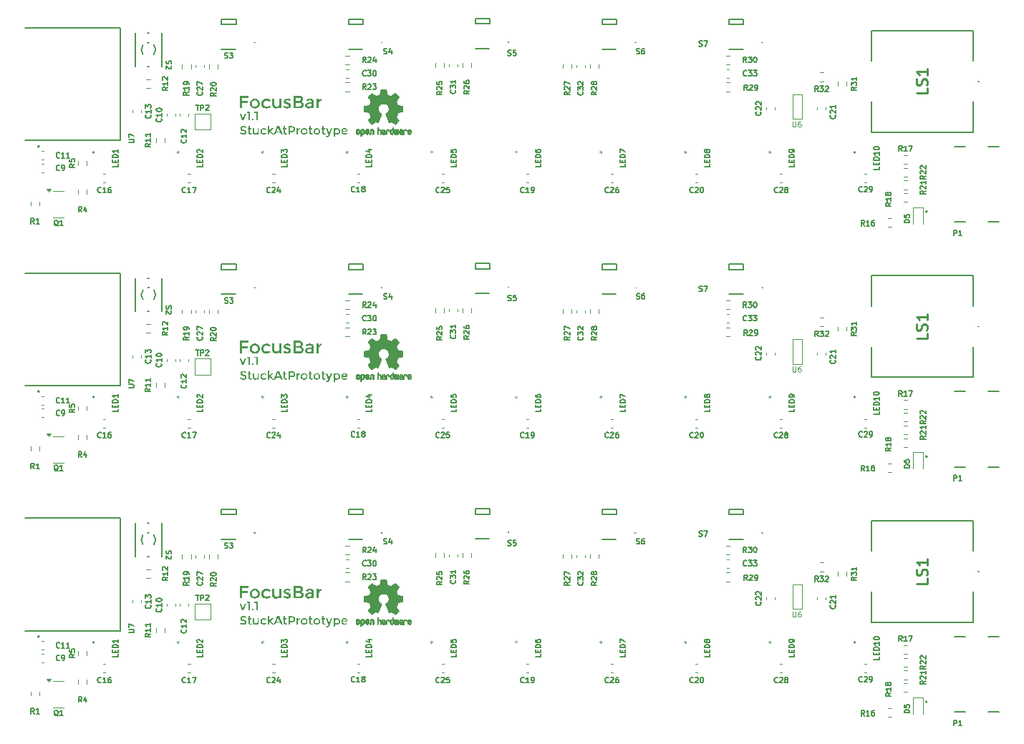
<source format=gbr>
%TF.GenerationSoftware,KiCad,Pcbnew,9.0.1*%
%TF.CreationDate,2025-12-04T09:13:59-06:00*%
%TF.ProjectId,focus_bar_panel_v1,666f6375-735f-4626-9172-5f70616e656c,rev?*%
%TF.SameCoordinates,Original*%
%TF.FileFunction,Legend,Top*%
%TF.FilePolarity,Positive*%
%FSLAX46Y46*%
G04 Gerber Fmt 4.6, Leading zero omitted, Abs format (unit mm)*
G04 Created by KiCad (PCBNEW 9.0.1) date 2025-12-04 09:13:59*
%MOMM*%
%LPD*%
G01*
G04 APERTURE LIST*
%ADD10C,0.101600*%
%ADD11C,0.127000*%
%ADD12C,0.150000*%
%ADD13C,0.158750*%
%ADD14C,0.254000*%
%ADD15C,0.125000*%
%ADD16C,0.120000*%
%ADD17C,0.200000*%
%ADD18C,0.100000*%
%ADD19C,0.152400*%
%ADD20C,0.050000*%
%ADD21C,0.010000*%
G04 APERTURE END LIST*
D10*
G36*
X120084352Y-34675622D02*
G01*
X120084352Y-35079022D01*
X120745332Y-35079022D01*
X120745332Y-35317339D01*
X120084352Y-35317339D01*
X120084352Y-35931420D01*
X119826771Y-35931420D01*
X119826771Y-34435164D01*
X120826291Y-34435164D01*
X120824244Y-34675622D01*
X120084352Y-34675622D01*
G37*
G36*
X121700384Y-34785281D02*
G01*
X121812050Y-34817448D01*
X121912336Y-34870157D01*
X122003177Y-34944555D01*
X122078601Y-35035076D01*
X122131593Y-35133435D01*
X122163672Y-35241374D01*
X122174680Y-35361355D01*
X122163673Y-35481287D01*
X122131597Y-35589195D01*
X122078605Y-35687540D01*
X122003177Y-35778062D01*
X121912336Y-35852460D01*
X121812050Y-35905169D01*
X121700384Y-35937337D01*
X121574652Y-35948449D01*
X121448970Y-35937340D01*
X121337318Y-35905176D01*
X121237014Y-35852468D01*
X121146127Y-35778062D01*
X121070743Y-35687546D01*
X121017779Y-35589203D01*
X120985719Y-35481292D01*
X120974716Y-35361355D01*
X121219455Y-35361355D01*
X121226163Y-35441555D01*
X121245388Y-35511373D01*
X121276500Y-35572677D01*
X121319863Y-35626845D01*
X121373201Y-35671508D01*
X121432555Y-35703198D01*
X121499138Y-35722585D01*
X121574652Y-35729301D01*
X121650215Y-35722583D01*
X121716829Y-35703194D01*
X121776196Y-35671504D01*
X121829534Y-35626845D01*
X121872897Y-35572677D01*
X121904009Y-35511373D01*
X121923233Y-35441555D01*
X121929942Y-35361355D01*
X121923230Y-35281104D01*
X121904002Y-35211273D01*
X121872890Y-35149988D01*
X121829534Y-35095865D01*
X121776190Y-35051162D01*
X121716821Y-35019444D01*
X121650210Y-35000039D01*
X121574652Y-34993317D01*
X121499144Y-35000038D01*
X121432562Y-35019440D01*
X121373207Y-35051158D01*
X121319863Y-35095865D01*
X121276507Y-35149988D01*
X121245395Y-35211273D01*
X121226166Y-35281104D01*
X121219455Y-35361355D01*
X120974716Y-35361355D01*
X120985720Y-35241369D01*
X121017783Y-35133428D01*
X121070748Y-35035071D01*
X121146127Y-34944555D01*
X121237014Y-34870150D01*
X121337318Y-34817441D01*
X121448970Y-34785278D01*
X121574652Y-34774169D01*
X121700384Y-34785281D01*
G37*
G36*
X122946119Y-35948449D02*
G01*
X122830164Y-35938124D01*
X122724619Y-35907923D01*
X122627340Y-35857911D01*
X122536763Y-35786717D01*
X122475489Y-35718578D01*
X122428114Y-35643380D01*
X122393858Y-35560129D01*
X122372693Y-35467416D01*
X122365353Y-35363496D01*
X122372937Y-35259970D01*
X122394861Y-35167225D01*
X122430480Y-35083521D01*
X122479968Y-35007475D01*
X122544301Y-34938134D01*
X122638422Y-34866543D01*
X122741170Y-34815763D01*
X122854323Y-34784820D01*
X122980271Y-34774169D01*
X123081401Y-34781568D01*
X123174401Y-34803197D01*
X123260658Y-34838738D01*
X123341287Y-34888593D01*
X123417078Y-34953861D01*
X123272747Y-35131040D01*
X123193748Y-35071441D01*
X123118748Y-35031746D01*
X123046606Y-35009121D01*
X122975990Y-35001785D01*
X122880993Y-35012859D01*
X122796188Y-35045354D01*
X122718968Y-35100146D01*
X122671347Y-35152840D01*
X122637728Y-35211753D01*
X122617205Y-35278157D01*
X122610092Y-35353911D01*
X122617013Y-35429592D01*
X122637185Y-35497744D01*
X122670513Y-35559905D01*
X122717944Y-35617168D01*
X122775184Y-35664493D01*
X122837666Y-35697831D01*
X122906522Y-35718063D01*
X122983341Y-35725020D01*
X123058102Y-35716591D01*
X123132010Y-35690864D01*
X123206616Y-35645985D01*
X123283077Y-35578642D01*
X123427779Y-35736652D01*
X123338640Y-35815012D01*
X123246824Y-35873953D01*
X123151570Y-35915303D01*
X123051788Y-35940081D01*
X122946119Y-35948449D01*
G37*
G36*
X124461451Y-35408163D02*
G01*
X124461451Y-34791198D01*
X124706190Y-34791198D01*
X124706190Y-35931420D01*
X124461451Y-35931420D01*
X124461451Y-35733209D01*
X124421608Y-35792013D01*
X124370606Y-35843563D01*
X124307164Y-35888334D01*
X124237169Y-35921811D01*
X124164183Y-35941741D01*
X124087085Y-35948449D01*
X123991956Y-35940517D01*
X123909614Y-35917846D01*
X123837759Y-35881251D01*
X123774694Y-35830360D01*
X123724593Y-35767994D01*
X123687558Y-35692318D01*
X123663951Y-35600585D01*
X123655489Y-35489215D01*
X123655489Y-34791198D01*
X123900320Y-34791198D01*
X123900320Y-35416724D01*
X123909207Y-35521422D01*
X123932906Y-35598411D01*
X123968634Y-35654275D01*
X124016106Y-35693571D01*
X124077577Y-35718221D01*
X124157436Y-35727160D01*
X124236050Y-35718025D01*
X124306438Y-35691194D01*
X124370721Y-35645922D01*
X124409115Y-35602491D01*
X124437238Y-35549789D01*
X124455070Y-35485886D01*
X124461451Y-35408163D01*
G37*
G36*
X125859626Y-35589344D02*
G01*
X125851863Y-35668804D01*
X125829561Y-35737509D01*
X125793092Y-35797644D01*
X125741351Y-35850646D01*
X125679979Y-35892416D01*
X125610168Y-35922830D01*
X125530392Y-35941802D01*
X125438731Y-35948449D01*
X125314234Y-35937587D01*
X125180871Y-35903596D01*
X125053597Y-35848701D01*
X124942274Y-35775550D01*
X125060456Y-35585063D01*
X125166034Y-35654664D01*
X125264337Y-35700986D01*
X125356846Y-35727267D01*
X125445152Y-35735722D01*
X125519099Y-35725851D01*
X125570964Y-35699243D01*
X125596817Y-35672237D01*
X125611827Y-35641752D01*
X125616934Y-35606466D01*
X125607919Y-35573772D01*
X125576658Y-35538817D01*
X125511017Y-35499546D01*
X125393040Y-35455808D01*
X125367636Y-35447339D01*
X125243121Y-35405110D01*
X125152156Y-35357712D01*
X125087888Y-35306356D01*
X125044963Y-35251210D01*
X125019892Y-35191303D01*
X125011415Y-35124619D01*
X125019405Y-35047766D01*
X125042466Y-34980991D01*
X125080486Y-34922127D01*
X125134994Y-34869831D01*
X125198721Y-34829334D01*
X125272191Y-34799531D01*
X125357133Y-34780778D01*
X125455667Y-34774169D01*
X125552180Y-34781354D01*
X125646208Y-34802881D01*
X125738733Y-34839167D01*
X125830592Y-34891234D01*
X125738280Y-35073531D01*
X125641217Y-35021393D01*
X125541244Y-34990722D01*
X125436591Y-34980475D01*
X125357199Y-34988736D01*
X125299891Y-35010811D01*
X125270626Y-35034596D01*
X125253603Y-35064078D01*
X125247686Y-35101169D01*
X125253587Y-35133537D01*
X125270810Y-35159096D01*
X125301380Y-35179523D01*
X125343753Y-35196887D01*
X125408674Y-35215629D01*
X125531322Y-35249780D01*
X125634987Y-35288213D01*
X125685487Y-35312955D01*
X125743119Y-35348141D01*
X125793414Y-35391590D01*
X125829262Y-35444769D01*
X125851645Y-35509639D01*
X125859626Y-35589344D01*
G37*
G36*
X126888039Y-34444927D02*
G01*
X127004221Y-34471642D01*
X127075360Y-34500680D01*
X127129078Y-34533774D01*
X127168559Y-34570468D01*
X127226529Y-34652386D01*
X127260331Y-34738949D01*
X127271665Y-34832515D01*
X127263828Y-34919454D01*
X127241949Y-34990176D01*
X127207308Y-35047951D01*
X127159532Y-35095027D01*
X127103791Y-35132622D01*
X127058659Y-35153467D01*
X127141371Y-35180199D01*
X127211828Y-35221306D01*
X127271944Y-35277325D01*
X127317415Y-35345146D01*
X127345114Y-35423360D01*
X127354765Y-35514805D01*
X127348018Y-35591146D01*
X127328128Y-35661980D01*
X127294952Y-35728564D01*
X127247471Y-35791835D01*
X127195312Y-35838078D01*
X127129088Y-35876033D01*
X127046009Y-35905264D01*
X126942547Y-35924437D01*
X126814572Y-35931420D01*
X126159081Y-35931420D01*
X126159081Y-35693102D01*
X126416662Y-35693102D01*
X126808151Y-35693102D01*
X126899588Y-35687418D01*
X126968002Y-35672315D01*
X127018365Y-35650017D01*
X127056871Y-35615216D01*
X127081544Y-35563129D01*
X127090856Y-35487075D01*
X127083079Y-35430489D01*
X127060967Y-35385236D01*
X127023954Y-35348482D01*
X126968456Y-35319417D01*
X126888460Y-35299411D01*
X126776139Y-35291749D01*
X126416662Y-35291749D01*
X126416662Y-35693102D01*
X126159081Y-35693102D01*
X126159081Y-35053431D01*
X126416662Y-35053431D01*
X126733519Y-35053431D01*
X126843859Y-35043689D01*
X126917741Y-35018670D01*
X126965455Y-34982214D01*
X126993530Y-34934278D01*
X127003476Y-34870947D01*
X126995371Y-34804155D01*
X126973339Y-34755278D01*
X126938337Y-34719730D01*
X126892369Y-34695992D01*
X126826877Y-34679706D01*
X126735660Y-34673481D01*
X126416662Y-34673481D01*
X126416662Y-35053431D01*
X126159081Y-35053431D01*
X126159081Y-34435164D01*
X126742081Y-34435164D01*
X126888039Y-34444927D01*
G37*
G36*
X128198478Y-34781162D02*
G01*
X128285466Y-34801066D01*
X128361183Y-34832842D01*
X128427334Y-34876252D01*
X128481101Y-34931616D01*
X128520681Y-35001233D01*
X128546024Y-35088264D01*
X128555194Y-35197110D01*
X128555194Y-35931420D01*
X128331765Y-35931420D01*
X128331765Y-35785228D01*
X128258045Y-35856025D01*
X128172775Y-35906417D01*
X128073660Y-35937533D01*
X127957306Y-35948449D01*
X127869274Y-35941692D01*
X127791853Y-35922291D01*
X127723264Y-35890938D01*
X127662130Y-35847483D01*
X127611114Y-35793076D01*
X127574943Y-35731092D01*
X127552725Y-35660017D01*
X127544972Y-35577619D01*
X127545507Y-35572407D01*
X127789804Y-35572407D01*
X127797090Y-35623443D01*
X127817844Y-35664125D01*
X127852710Y-35697010D01*
X127896774Y-35719625D01*
X127954249Y-35734507D01*
X128028680Y-35740002D01*
X128101999Y-35732759D01*
X128167245Y-35711690D01*
X128226146Y-35676817D01*
X128273174Y-35629478D01*
X128300874Y-35573581D01*
X128310455Y-35506244D01*
X128310455Y-35413281D01*
X128044779Y-35413281D01*
X127939048Y-35422064D01*
X127869033Y-35444448D01*
X127824534Y-35476625D01*
X127798809Y-35518219D01*
X127789804Y-35572407D01*
X127545507Y-35572407D01*
X127553386Y-35495614D01*
X127577140Y-35427991D01*
X127615485Y-35371699D01*
X127669668Y-35324877D01*
X127756767Y-35280420D01*
X127867072Y-35251561D01*
X128006347Y-35241033D01*
X128312596Y-35241033D01*
X128312596Y-35201391D01*
X128305141Y-35130835D01*
X128284743Y-35077068D01*
X128252630Y-35036104D01*
X128207637Y-35005705D01*
X128146422Y-34985764D01*
X128063949Y-34978335D01*
X127988475Y-34984917D01*
X127909253Y-35005342D01*
X127825104Y-35041176D01*
X127734901Y-35094655D01*
X127624908Y-34940740D01*
X127734358Y-34867223D01*
X127848705Y-34815624D01*
X127969356Y-34784654D01*
X128098100Y-34774169D01*
X128198478Y-34781162D01*
G37*
G36*
X129480269Y-35021048D02*
G01*
X129394022Y-35028939D01*
X129323109Y-35051080D01*
X129264462Y-35086343D01*
X129215988Y-35135228D01*
X129178786Y-35193951D01*
X129151100Y-35263321D01*
X129133482Y-35345310D01*
X129127212Y-35442314D01*
X129127212Y-35931420D01*
X128882474Y-35931420D01*
X128882474Y-34791198D01*
X129127212Y-34791198D01*
X129127212Y-35010532D01*
X129166787Y-34949876D01*
X129217133Y-34894820D01*
X129279360Y-34844985D01*
X129348376Y-34806171D01*
X129419490Y-34782812D01*
X129493948Y-34774076D01*
X129496088Y-35021048D01*
X129480269Y-35021048D01*
G37*
D11*
G36*
X120095523Y-37328700D02*
G01*
X119791352Y-36572522D01*
X119956249Y-36572522D01*
X120186532Y-37143889D01*
X120416816Y-36572522D01*
X120581650Y-36572522D01*
X120277480Y-37328700D01*
X120095523Y-37328700D01*
G37*
G36*
X120634134Y-36335166D02*
G01*
X120995194Y-36335166D01*
X120995194Y-37328700D01*
X120836005Y-37328700D01*
X120836005Y-36484367D01*
X120634134Y-36484367D01*
X120634134Y-36335166D01*
G37*
G36*
X121259226Y-37308785D02*
G01*
X121242212Y-37286422D01*
X121232142Y-37261600D01*
X121228703Y-37233472D01*
X121232156Y-37205365D01*
X121242236Y-37180783D01*
X121259226Y-37158840D01*
X121281173Y-37141813D01*
X121305755Y-37131715D01*
X121333857Y-37128256D01*
X121362023Y-37131702D01*
X121386864Y-37141793D01*
X121409233Y-37158840D01*
X121426669Y-37180836D01*
X121436976Y-37205415D01*
X121440500Y-37233472D01*
X121436991Y-37261551D01*
X121426693Y-37286369D01*
X121409233Y-37308785D01*
X121386815Y-37326242D01*
X121361977Y-37336541D01*
X121333857Y-37340052D01*
X121305801Y-37336529D01*
X121281222Y-37326221D01*
X121259226Y-37308785D01*
G37*
G36*
X121529462Y-36335166D02*
G01*
X121890521Y-36335166D01*
X121890521Y-37328700D01*
X121731333Y-37328700D01*
X121731333Y-36484367D01*
X121529462Y-36484367D01*
X121529462Y-36335166D01*
G37*
G36*
X120218482Y-38172759D02*
G01*
X120170458Y-38176423D01*
X120130945Y-38186638D01*
X120098377Y-38202662D01*
X120072432Y-38225812D01*
X120056949Y-38255213D01*
X120051476Y-38292926D01*
X120056898Y-38330696D01*
X120072360Y-38360861D01*
X120098377Y-38385301D01*
X120132418Y-38403356D01*
X120194831Y-38426095D01*
X120298076Y-38454224D01*
X120398148Y-38484644D01*
X120473300Y-38519581D01*
X120528360Y-38558013D01*
X120561221Y-38593886D01*
X120585218Y-38637476D01*
X120600410Y-38690392D01*
X120605845Y-38754859D01*
X120599510Y-38817789D01*
X120581183Y-38872942D01*
X120550970Y-38921962D01*
X120507764Y-38965911D01*
X120456909Y-39000274D01*
X120398106Y-39025491D01*
X120329905Y-39041342D01*
X120250493Y-39046932D01*
X120159051Y-39040466D01*
X120072881Y-39021379D01*
X119990976Y-38989735D01*
X119912500Y-38945049D01*
X119836826Y-38886317D01*
X119942042Y-38759822D01*
X120021794Y-38819378D01*
X120099767Y-38859634D01*
X120177001Y-38882937D01*
X120254774Y-38890597D01*
X120307800Y-38886262D01*
X120349931Y-38874329D01*
X120383378Y-38855794D01*
X120410119Y-38829663D01*
X120425687Y-38799348D01*
X120431023Y-38763358D01*
X120425878Y-38727278D01*
X120411127Y-38698000D01*
X120386232Y-38673838D01*
X120332368Y-38646012D01*
X120232006Y-38615584D01*
X120129504Y-38588532D01*
X120065683Y-38567257D01*
X120011592Y-38541559D01*
X119964810Y-38509686D01*
X119927241Y-38473107D01*
X119900014Y-38428120D01*
X119882818Y-38372955D01*
X119876654Y-38305024D01*
X119883343Y-38237981D01*
X119902368Y-38181533D01*
X119933225Y-38133496D01*
X119976845Y-38092483D01*
X120028524Y-38060543D01*
X120086346Y-38037311D01*
X120151364Y-38022879D01*
X120224872Y-38017851D01*
X120319368Y-38025599D01*
X120413963Y-38049118D01*
X120474724Y-38073309D01*
X120528500Y-38102719D01*
X120576005Y-38137274D01*
X120486423Y-38263769D01*
X120436797Y-38228753D01*
X120367000Y-38198381D01*
X120291461Y-38179036D01*
X120218482Y-38172759D01*
G37*
G36*
X120969758Y-38407324D02*
G01*
X120969758Y-38791089D01*
X120973207Y-38826066D01*
X120982834Y-38854266D01*
X120998171Y-38877135D01*
X121019053Y-38894532D01*
X121045068Y-38905258D01*
X121077766Y-38909085D01*
X121109934Y-38904037D01*
X121142258Y-38888220D01*
X121175847Y-38859330D01*
X121241235Y-38971619D01*
X121196943Y-39005361D01*
X121151692Y-39028601D01*
X121104887Y-39042332D01*
X121055742Y-39046932D01*
X121006256Y-39042434D01*
X120961462Y-39029295D01*
X120920390Y-39007552D01*
X120882347Y-38976582D01*
X120851577Y-38939304D01*
X120829329Y-38896088D01*
X120815455Y-38845778D01*
X120810569Y-38786808D01*
X120810569Y-38407324D01*
X120715280Y-38407324D01*
X120715280Y-38279402D01*
X120810569Y-38279402D01*
X120810569Y-38042046D01*
X120969758Y-38042046D01*
X120969758Y-38279402D01*
X121168713Y-38279402D01*
X121168713Y-38407324D01*
X120969758Y-38407324D01*
G37*
G36*
X121896911Y-38688727D02*
G01*
X121896911Y-38279402D01*
X122056100Y-38279402D01*
X122056100Y-39035580D01*
X121896911Y-39035580D01*
X121896911Y-38897732D01*
X121867953Y-38941016D01*
X121832822Y-38977292D01*
X121791013Y-39007166D01*
X121744691Y-39029310D01*
X121696384Y-39042495D01*
X121645349Y-39046932D01*
X121582321Y-39041680D01*
X121527791Y-39026669D01*
X121480232Y-39002445D01*
X121438515Y-38968765D01*
X121405361Y-38927513D01*
X121380844Y-38877408D01*
X121365209Y-38816620D01*
X121359603Y-38742762D01*
X121359603Y-38279402D01*
X121518854Y-38279402D01*
X121518854Y-38694434D01*
X121524841Y-38764874D01*
X121540812Y-38816683D01*
X121564895Y-38854288D01*
X121596905Y-38880750D01*
X121638369Y-38897354D01*
X121692249Y-38903377D01*
X121745134Y-38897227D01*
X121792511Y-38879157D01*
X121835804Y-38848660D01*
X121861672Y-38819407D01*
X121880612Y-38783938D01*
X121892617Y-38740963D01*
X121896911Y-38688727D01*
G37*
G36*
X122621760Y-39046932D02*
G01*
X122544848Y-39040085D01*
X122474850Y-39020054D01*
X122410341Y-38986885D01*
X122350283Y-38939669D01*
X122309633Y-38894477D01*
X122278204Y-38844601D01*
X122255478Y-38789382D01*
X122241437Y-38727884D01*
X122236568Y-38658949D01*
X122241598Y-38590274D01*
X122256138Y-38528753D01*
X122279762Y-38473231D01*
X122312582Y-38422791D01*
X122355246Y-38376801D01*
X122417666Y-38329321D01*
X122485822Y-38295641D01*
X122560893Y-38275115D01*
X122644465Y-38268049D01*
X122727578Y-38275627D01*
X122802334Y-38297703D01*
X122870427Y-38334150D01*
X122933065Y-38385983D01*
X122839264Y-38501125D01*
X122787179Y-38461904D01*
X122737395Y-38435693D01*
X122689181Y-38420701D01*
X122641674Y-38415823D01*
X122577867Y-38423266D01*
X122520879Y-38445112D01*
X122468961Y-38481955D01*
X122436938Y-38517385D01*
X122414334Y-38556984D01*
X122400538Y-38601605D01*
X122395756Y-38652497D01*
X122400406Y-38703376D01*
X122413960Y-38749196D01*
X122436351Y-38790990D01*
X122468216Y-38829490D01*
X122506702Y-38861285D01*
X122548709Y-38883683D01*
X122594999Y-38897276D01*
X122646637Y-38901950D01*
X122696942Y-38896344D01*
X122746357Y-38879287D01*
X122795904Y-38849638D01*
X122846336Y-38805296D01*
X122940137Y-38907658D01*
X122881570Y-38959101D01*
X122821061Y-38997849D01*
X122758104Y-39025072D01*
X122691973Y-39041409D01*
X122621760Y-39046932D01*
G37*
G36*
X123264408Y-39035580D02*
G01*
X123105219Y-39035580D01*
X123105219Y-37980877D01*
X123264408Y-37980877D01*
X123264408Y-38600633D01*
X123571433Y-38279402D01*
X123776095Y-38279402D01*
X123488984Y-38579292D01*
X123797436Y-39035580D01*
X123604126Y-39035580D01*
X123379550Y-38704422D01*
X123264408Y-38820929D01*
X123264408Y-39035580D01*
G37*
G36*
X124870626Y-39035580D02*
G01*
X124691523Y-39035580D01*
X124592014Y-38809576D01*
X124094534Y-38809576D01*
X123995026Y-39035580D01*
X123815923Y-39035580D01*
X123983772Y-38654668D01*
X124162776Y-38654668D01*
X124523773Y-38654668D01*
X124343243Y-38245281D01*
X124162776Y-38654668D01*
X123983772Y-38654668D01*
X124253723Y-38042046D01*
X124432826Y-38042046D01*
X124870626Y-39035580D01*
G37*
G36*
X125147624Y-38407324D02*
G01*
X125147624Y-38791089D01*
X125151072Y-38826066D01*
X125160700Y-38854266D01*
X125176037Y-38877135D01*
X125196918Y-38894532D01*
X125222934Y-38905258D01*
X125255632Y-38909085D01*
X125287800Y-38904037D01*
X125320124Y-38888220D01*
X125353713Y-38859330D01*
X125419101Y-38971619D01*
X125374809Y-39005361D01*
X125329558Y-39028601D01*
X125282753Y-39042332D01*
X125233608Y-39046932D01*
X125184122Y-39042434D01*
X125139328Y-39029295D01*
X125098256Y-39007552D01*
X125060213Y-38976582D01*
X125029442Y-38939304D01*
X125007195Y-38896088D01*
X124993320Y-38845778D01*
X124988435Y-38786808D01*
X124988435Y-38407324D01*
X124893145Y-38407324D01*
X124893145Y-38279402D01*
X124988435Y-38279402D01*
X124988435Y-38042046D01*
X125147624Y-38042046D01*
X125147624Y-38279402D01*
X125346579Y-38279402D01*
X125346579Y-38407324D01*
X125147624Y-38407324D01*
G37*
G36*
X126025946Y-38048730D02*
G01*
X126116505Y-38066807D01*
X126186399Y-38093942D01*
X126239673Y-38128775D01*
X126275532Y-38165302D01*
X126303963Y-38208952D01*
X126325144Y-38260853D01*
X126338648Y-38322559D01*
X126343462Y-38395971D01*
X126338537Y-38469317D01*
X126324752Y-38530619D01*
X126303156Y-38581881D01*
X126274172Y-38624728D01*
X126237564Y-38660314D01*
X126183418Y-38694191D01*
X126113728Y-38720438D01*
X126024917Y-38737806D01*
X125912735Y-38744189D01*
X125736486Y-38744189D01*
X125736486Y-39035580D01*
X125568736Y-39035580D01*
X125568736Y-38592072D01*
X125736486Y-38592072D01*
X125931222Y-38592072D01*
X126003437Y-38587738D01*
X126056393Y-38576324D01*
X126094396Y-38559677D01*
X126120933Y-38538782D01*
X126147763Y-38500219D01*
X126165068Y-38449338D01*
X126171432Y-38382447D01*
X126166810Y-38331411D01*
X126154134Y-38291614D01*
X126134402Y-38260619D01*
X126107471Y-38236782D01*
X126062485Y-38214984D01*
X125997786Y-38199895D01*
X125907089Y-38194100D01*
X125736486Y-38194100D01*
X125736486Y-38592072D01*
X125568736Y-38592072D01*
X125568736Y-38042046D01*
X125909881Y-38042046D01*
X126025946Y-38048730D01*
G37*
G36*
X126915326Y-38428665D02*
G01*
X126857338Y-38433969D01*
X126809662Y-38448851D01*
X126770235Y-38472551D01*
X126737650Y-38505405D01*
X126712625Y-38544909D01*
X126694014Y-38591505D01*
X126682179Y-38646503D01*
X126677969Y-38711495D01*
X126677969Y-39035580D01*
X126518781Y-39035580D01*
X126518781Y-38279402D01*
X126677969Y-38279402D01*
X126677969Y-38431457D01*
X126706743Y-38386812D01*
X126741434Y-38348138D01*
X126782441Y-38314950D01*
X126828126Y-38289160D01*
X126874531Y-38273756D01*
X126922460Y-38268049D01*
X126923887Y-38428665D01*
X126915326Y-38428665D01*
G37*
G36*
X127500329Y-38275421D02*
G01*
X127574420Y-38296762D01*
X127640955Y-38331729D01*
X127701219Y-38381082D01*
X127751224Y-38441099D01*
X127786361Y-38506327D01*
X127807633Y-38577924D01*
X127814934Y-38657522D01*
X127807635Y-38737087D01*
X127786366Y-38808674D01*
X127751229Y-38873914D01*
X127701219Y-38933962D01*
X127640958Y-38983285D01*
X127574424Y-39018234D01*
X127500333Y-39039564D01*
X127416900Y-39046932D01*
X127333501Y-39039565D01*
X127259430Y-39018236D01*
X127192905Y-38983288D01*
X127132644Y-38933962D01*
X127082633Y-38873914D01*
X127047497Y-38808674D01*
X127026227Y-38737087D01*
X127018929Y-38657522D01*
X127178117Y-38657522D01*
X127182626Y-38711381D01*
X127195546Y-38758280D01*
X127216460Y-38799471D01*
X127245614Y-38835880D01*
X127281503Y-38865932D01*
X127321417Y-38887250D01*
X127366169Y-38900288D01*
X127416900Y-38904804D01*
X127467665Y-38900286D01*
X127512426Y-38887245D01*
X127552328Y-38865927D01*
X127588186Y-38835880D01*
X127617370Y-38799468D01*
X127638302Y-38758275D01*
X127651234Y-38711377D01*
X127655745Y-38657522D01*
X127651233Y-38603633D01*
X127638300Y-38556715D01*
X127617367Y-38515514D01*
X127588186Y-38479101D01*
X127552328Y-38449054D01*
X127512426Y-38427736D01*
X127467665Y-38414695D01*
X127416900Y-38410178D01*
X127366169Y-38414693D01*
X127321417Y-38427732D01*
X127281503Y-38449049D01*
X127245614Y-38479101D01*
X127216463Y-38515510D01*
X127195549Y-38556710D01*
X127182626Y-38603630D01*
X127178117Y-38657522D01*
X127018929Y-38657522D01*
X127026229Y-38577924D01*
X127047502Y-38506327D01*
X127082639Y-38441099D01*
X127132644Y-38381082D01*
X127192909Y-38331726D01*
X127259435Y-38296759D01*
X127333504Y-38275420D01*
X127416900Y-38268049D01*
X127500329Y-38275421D01*
G37*
G36*
X128180026Y-38407324D02*
G01*
X128180026Y-38791089D01*
X128183474Y-38826066D01*
X128193102Y-38854266D01*
X128208439Y-38877135D01*
X128229320Y-38894532D01*
X128255336Y-38905258D01*
X128288033Y-38909085D01*
X128320202Y-38904037D01*
X128352526Y-38888220D01*
X128386115Y-38859330D01*
X128451503Y-38971619D01*
X128407211Y-39005361D01*
X128361960Y-39028601D01*
X128315155Y-39042332D01*
X128266010Y-39046932D01*
X128216524Y-39042434D01*
X128171730Y-39029295D01*
X128130658Y-39007552D01*
X128092615Y-38976582D01*
X128061844Y-38939304D01*
X128039597Y-38896088D01*
X128025722Y-38845778D01*
X128020837Y-38786808D01*
X128020837Y-38407324D01*
X127925547Y-38407324D01*
X127925547Y-38279402D01*
X128020837Y-38279402D01*
X128020837Y-38042046D01*
X128180026Y-38042046D01*
X128180026Y-38279402D01*
X128378981Y-38279402D01*
X128378981Y-38407324D01*
X128180026Y-38407324D01*
G37*
G36*
X129004123Y-38275421D02*
G01*
X129078213Y-38296762D01*
X129144748Y-38331729D01*
X129205012Y-38381082D01*
X129255018Y-38441099D01*
X129290155Y-38506327D01*
X129311427Y-38577924D01*
X129318728Y-38657522D01*
X129311429Y-38737087D01*
X129290159Y-38808674D01*
X129255023Y-38873914D01*
X129205012Y-38933962D01*
X129144752Y-38983285D01*
X129078218Y-39018234D01*
X129004126Y-39039564D01*
X128920694Y-39046932D01*
X128837294Y-39039565D01*
X128763223Y-39018236D01*
X128696698Y-38983288D01*
X128636437Y-38933962D01*
X128586427Y-38873914D01*
X128551290Y-38808674D01*
X128530021Y-38737087D01*
X128522722Y-38657522D01*
X128681911Y-38657522D01*
X128686419Y-38711381D01*
X128699340Y-38758280D01*
X128720254Y-38799471D01*
X128749408Y-38835880D01*
X128785297Y-38865932D01*
X128825210Y-38887250D01*
X128869963Y-38900288D01*
X128920694Y-38904804D01*
X128971459Y-38900286D01*
X129016220Y-38887245D01*
X129056121Y-38865927D01*
X129091980Y-38835880D01*
X129121163Y-38799468D01*
X129142096Y-38758275D01*
X129155027Y-38711377D01*
X129159539Y-38657522D01*
X129155026Y-38603633D01*
X129142093Y-38556715D01*
X129121160Y-38515514D01*
X129091980Y-38479101D01*
X129056121Y-38449054D01*
X129016220Y-38427736D01*
X128971459Y-38414695D01*
X128920694Y-38410178D01*
X128869963Y-38414693D01*
X128825210Y-38427732D01*
X128785297Y-38449049D01*
X128749408Y-38479101D01*
X128720257Y-38515510D01*
X128699342Y-38556710D01*
X128686420Y-38603630D01*
X128681911Y-38657522D01*
X128522722Y-38657522D01*
X128530023Y-38577924D01*
X128551295Y-38506327D01*
X128586432Y-38441099D01*
X128636437Y-38381082D01*
X128696702Y-38331726D01*
X128763228Y-38296759D01*
X128837298Y-38275420D01*
X128920694Y-38268049D01*
X129004123Y-38275421D01*
G37*
G36*
X129683819Y-38407324D02*
G01*
X129683819Y-38791089D01*
X129687268Y-38826066D01*
X129696895Y-38854266D01*
X129712233Y-38877135D01*
X129733114Y-38894532D01*
X129759129Y-38905258D01*
X129791827Y-38909085D01*
X129823996Y-38904037D01*
X129856319Y-38888220D01*
X129889909Y-38859330D01*
X129955296Y-38971619D01*
X129911004Y-39005361D01*
X129865753Y-39028601D01*
X129818948Y-39042332D01*
X129769804Y-39046932D01*
X129720318Y-39042434D01*
X129675523Y-39029295D01*
X129634451Y-39007552D01*
X129596408Y-38976582D01*
X129565638Y-38939304D01*
X129543390Y-38896088D01*
X129529516Y-38845778D01*
X129524631Y-38786808D01*
X129524631Y-38407324D01*
X129429341Y-38407324D01*
X129429341Y-38279402D01*
X129524631Y-38279402D01*
X129524631Y-38042046D01*
X129683819Y-38042046D01*
X129683819Y-38279402D01*
X129882774Y-38279402D01*
X129882774Y-38407324D01*
X129683819Y-38407324D01*
G37*
G36*
X130177453Y-39336897D02*
G01*
X130127168Y-39332258D01*
X130079644Y-39318462D01*
X130034074Y-39295209D01*
X129989851Y-39261583D01*
X130062311Y-39132234D01*
X130097527Y-39159292D01*
X130131534Y-39174310D01*
X130165356Y-39179135D01*
X130199135Y-39174739D01*
X130227590Y-39162047D01*
X130252022Y-39140733D01*
X130270952Y-39113733D01*
X130281851Y-39086033D01*
X130285461Y-39056920D01*
X130254608Y-38969789D01*
X129979863Y-38279402D01*
X130150467Y-38279402D01*
X130376470Y-38836563D01*
X130602473Y-38279402D01*
X130773015Y-38279402D01*
X130406310Y-39177708D01*
X130380896Y-39224207D01*
X130349694Y-39262760D01*
X130312447Y-39294277D01*
X130270082Y-39318044D01*
X130225384Y-39332142D01*
X130177453Y-39336897D01*
G37*
G36*
X131377271Y-38274768D02*
G01*
X131444430Y-38294399D01*
X131506101Y-38326900D01*
X131563313Y-38373203D01*
X131609837Y-38429000D01*
X131643313Y-38493095D01*
X131664093Y-38567105D01*
X131671383Y-38653241D01*
X131664199Y-38739321D01*
X131643631Y-38814129D01*
X131610373Y-38879689D01*
X131564057Y-38937498D01*
X131506806Y-38986336D01*
X131446706Y-39020069D01*
X131382832Y-39040142D01*
X131313859Y-39046932D01*
X131245754Y-39039453D01*
X131181163Y-39017033D01*
X131118674Y-38978629D01*
X131057334Y-38921864D01*
X131057334Y-39311337D01*
X130898145Y-39311337D01*
X130898145Y-38658949D01*
X131054480Y-38658949D01*
X131058847Y-38712163D01*
X131071372Y-38758645D01*
X131091643Y-38799587D01*
X131119868Y-38835880D01*
X131154803Y-38866365D01*
X131192490Y-38887630D01*
X131233589Y-38900428D01*
X131279056Y-38904804D01*
X131338852Y-38897244D01*
X131392768Y-38874870D01*
X131442526Y-38836625D01*
X131472716Y-38800405D01*
X131494281Y-38759504D01*
X131507565Y-38713004D01*
X131512194Y-38659631D01*
X131507695Y-38606224D01*
X131494720Y-38559038D01*
X131473581Y-38516942D01*
X131443952Y-38479101D01*
X131407472Y-38447218D01*
X131368548Y-38425086D01*
X131326533Y-38411835D01*
X131280483Y-38407324D01*
X131234420Y-38411874D01*
X131192919Y-38425178D01*
X131154962Y-38447304D01*
X131119868Y-38479101D01*
X131091553Y-38516777D01*
X131071279Y-38558719D01*
X131058807Y-38605747D01*
X131054480Y-38658949D01*
X130898145Y-38658949D01*
X130898145Y-38279402D01*
X131057334Y-38279402D01*
X131057334Y-38411604D01*
X131099135Y-38357818D01*
X131144015Y-38318041D01*
X131192352Y-38290361D01*
X131244994Y-38273731D01*
X131303189Y-38268049D01*
X131377271Y-38274768D01*
G37*
G36*
X132263197Y-38274137D02*
G01*
X132331328Y-38291796D01*
X132393109Y-38320673D01*
X132449583Y-38361168D01*
X132496227Y-38411268D01*
X132529608Y-38469523D01*
X132550309Y-38537552D01*
X132557591Y-38617694D01*
X132557591Y-38727128D01*
X131964883Y-38727128D01*
X131975793Y-38778557D01*
X132000438Y-38822281D01*
X132040197Y-38860075D01*
X132088691Y-38888026D01*
X132141345Y-38904792D01*
X132199385Y-38910512D01*
X132269484Y-38904309D01*
X132327394Y-38886895D01*
X132375497Y-38859194D01*
X132415463Y-38820929D01*
X132506410Y-38920438D01*
X132455083Y-38965594D01*
X132398469Y-39000558D01*
X132335825Y-39025865D01*
X132266107Y-39041508D01*
X132188032Y-39046932D01*
X132110269Y-39040107D01*
X132040147Y-39020226D01*
X131976168Y-38987463D01*
X131917238Y-38941034D01*
X131877698Y-38896605D01*
X131846917Y-38846853D01*
X131824500Y-38791030D01*
X131810557Y-38728096D01*
X131805694Y-38656777D01*
X131809494Y-38602060D01*
X131964883Y-38602060D01*
X132398402Y-38602060D01*
X132391220Y-38541290D01*
X132371168Y-38493503D01*
X132338722Y-38455651D01*
X132296464Y-38427524D01*
X132247981Y-38410419D01*
X132191569Y-38404470D01*
X132135085Y-38410431D01*
X132083132Y-38428049D01*
X132034489Y-38457761D01*
X132003878Y-38486954D01*
X131982458Y-38520122D01*
X131969417Y-38558063D01*
X131964883Y-38602060D01*
X131809494Y-38602060D01*
X131810643Y-38585524D01*
X131824833Y-38522714D01*
X131847658Y-38467042D01*
X131879036Y-38417455D01*
X131919409Y-38373203D01*
X131979387Y-38326825D01*
X132043325Y-38294309D01*
X132112202Y-38274725D01*
X132187350Y-38268049D01*
X132263197Y-38274137D01*
G37*
D10*
G36*
X120084352Y-63675622D02*
G01*
X120084352Y-64079022D01*
X120745332Y-64079022D01*
X120745332Y-64317339D01*
X120084352Y-64317339D01*
X120084352Y-64931420D01*
X119826771Y-64931420D01*
X119826771Y-63435164D01*
X120826291Y-63435164D01*
X120824244Y-63675622D01*
X120084352Y-63675622D01*
G37*
G36*
X121700384Y-63785281D02*
G01*
X121812050Y-63817448D01*
X121912336Y-63870157D01*
X122003177Y-63944555D01*
X122078601Y-64035076D01*
X122131593Y-64133435D01*
X122163672Y-64241374D01*
X122174680Y-64361355D01*
X122163673Y-64481287D01*
X122131597Y-64589195D01*
X122078605Y-64687540D01*
X122003177Y-64778062D01*
X121912336Y-64852460D01*
X121812050Y-64905169D01*
X121700384Y-64937337D01*
X121574652Y-64948449D01*
X121448970Y-64937340D01*
X121337318Y-64905176D01*
X121237014Y-64852468D01*
X121146127Y-64778062D01*
X121070743Y-64687546D01*
X121017779Y-64589203D01*
X120985719Y-64481292D01*
X120974716Y-64361355D01*
X121219455Y-64361355D01*
X121226163Y-64441555D01*
X121245388Y-64511373D01*
X121276500Y-64572677D01*
X121319863Y-64626845D01*
X121373201Y-64671508D01*
X121432555Y-64703198D01*
X121499138Y-64722585D01*
X121574652Y-64729301D01*
X121650215Y-64722583D01*
X121716829Y-64703194D01*
X121776196Y-64671504D01*
X121829534Y-64626845D01*
X121872897Y-64572677D01*
X121904009Y-64511373D01*
X121923233Y-64441555D01*
X121929942Y-64361355D01*
X121923230Y-64281104D01*
X121904002Y-64211273D01*
X121872890Y-64149988D01*
X121829534Y-64095865D01*
X121776190Y-64051162D01*
X121716821Y-64019444D01*
X121650210Y-64000039D01*
X121574652Y-63993317D01*
X121499144Y-64000038D01*
X121432562Y-64019440D01*
X121373207Y-64051158D01*
X121319863Y-64095865D01*
X121276507Y-64149988D01*
X121245395Y-64211273D01*
X121226166Y-64281104D01*
X121219455Y-64361355D01*
X120974716Y-64361355D01*
X120985720Y-64241369D01*
X121017783Y-64133428D01*
X121070748Y-64035071D01*
X121146127Y-63944555D01*
X121237014Y-63870150D01*
X121337318Y-63817441D01*
X121448970Y-63785278D01*
X121574652Y-63774169D01*
X121700384Y-63785281D01*
G37*
G36*
X122946119Y-64948449D02*
G01*
X122830164Y-64938124D01*
X122724619Y-64907923D01*
X122627340Y-64857911D01*
X122536763Y-64786717D01*
X122475489Y-64718578D01*
X122428114Y-64643380D01*
X122393858Y-64560129D01*
X122372693Y-64467416D01*
X122365353Y-64363496D01*
X122372937Y-64259970D01*
X122394861Y-64167225D01*
X122430480Y-64083521D01*
X122479968Y-64007475D01*
X122544301Y-63938134D01*
X122638422Y-63866543D01*
X122741170Y-63815763D01*
X122854323Y-63784820D01*
X122980271Y-63774169D01*
X123081401Y-63781568D01*
X123174401Y-63803197D01*
X123260658Y-63838738D01*
X123341287Y-63888593D01*
X123417078Y-63953861D01*
X123272747Y-64131040D01*
X123193748Y-64071441D01*
X123118748Y-64031746D01*
X123046606Y-64009121D01*
X122975990Y-64001785D01*
X122880993Y-64012859D01*
X122796188Y-64045354D01*
X122718968Y-64100146D01*
X122671347Y-64152840D01*
X122637728Y-64211753D01*
X122617205Y-64278157D01*
X122610092Y-64353911D01*
X122617013Y-64429592D01*
X122637185Y-64497744D01*
X122670513Y-64559905D01*
X122717944Y-64617168D01*
X122775184Y-64664493D01*
X122837666Y-64697831D01*
X122906522Y-64718063D01*
X122983341Y-64725020D01*
X123058102Y-64716591D01*
X123132010Y-64690864D01*
X123206616Y-64645985D01*
X123283077Y-64578642D01*
X123427779Y-64736652D01*
X123338640Y-64815012D01*
X123246824Y-64873953D01*
X123151570Y-64915303D01*
X123051788Y-64940081D01*
X122946119Y-64948449D01*
G37*
G36*
X124461451Y-64408163D02*
G01*
X124461451Y-63791198D01*
X124706190Y-63791198D01*
X124706190Y-64931420D01*
X124461451Y-64931420D01*
X124461451Y-64733209D01*
X124421608Y-64792013D01*
X124370606Y-64843563D01*
X124307164Y-64888334D01*
X124237169Y-64921811D01*
X124164183Y-64941741D01*
X124087085Y-64948449D01*
X123991956Y-64940517D01*
X123909614Y-64917846D01*
X123837759Y-64881251D01*
X123774694Y-64830360D01*
X123724593Y-64767994D01*
X123687558Y-64692318D01*
X123663951Y-64600585D01*
X123655489Y-64489215D01*
X123655489Y-63791198D01*
X123900320Y-63791198D01*
X123900320Y-64416724D01*
X123909207Y-64521422D01*
X123932906Y-64598411D01*
X123968634Y-64654275D01*
X124016106Y-64693571D01*
X124077577Y-64718221D01*
X124157436Y-64727160D01*
X124236050Y-64718025D01*
X124306438Y-64691194D01*
X124370721Y-64645922D01*
X124409115Y-64602491D01*
X124437238Y-64549789D01*
X124455070Y-64485886D01*
X124461451Y-64408163D01*
G37*
G36*
X125859626Y-64589344D02*
G01*
X125851863Y-64668804D01*
X125829561Y-64737509D01*
X125793092Y-64797644D01*
X125741351Y-64850646D01*
X125679979Y-64892416D01*
X125610168Y-64922830D01*
X125530392Y-64941802D01*
X125438731Y-64948449D01*
X125314234Y-64937587D01*
X125180871Y-64903596D01*
X125053597Y-64848701D01*
X124942274Y-64775550D01*
X125060456Y-64585063D01*
X125166034Y-64654664D01*
X125264337Y-64700986D01*
X125356846Y-64727267D01*
X125445152Y-64735722D01*
X125519099Y-64725851D01*
X125570964Y-64699243D01*
X125596817Y-64672237D01*
X125611827Y-64641752D01*
X125616934Y-64606466D01*
X125607919Y-64573772D01*
X125576658Y-64538817D01*
X125511017Y-64499546D01*
X125393040Y-64455808D01*
X125367636Y-64447339D01*
X125243121Y-64405110D01*
X125152156Y-64357712D01*
X125087888Y-64306356D01*
X125044963Y-64251210D01*
X125019892Y-64191303D01*
X125011415Y-64124619D01*
X125019405Y-64047766D01*
X125042466Y-63980991D01*
X125080486Y-63922127D01*
X125134994Y-63869831D01*
X125198721Y-63829334D01*
X125272191Y-63799531D01*
X125357133Y-63780778D01*
X125455667Y-63774169D01*
X125552180Y-63781354D01*
X125646208Y-63802881D01*
X125738733Y-63839167D01*
X125830592Y-63891234D01*
X125738280Y-64073531D01*
X125641217Y-64021393D01*
X125541244Y-63990722D01*
X125436591Y-63980475D01*
X125357199Y-63988736D01*
X125299891Y-64010811D01*
X125270626Y-64034596D01*
X125253603Y-64064078D01*
X125247686Y-64101169D01*
X125253587Y-64133537D01*
X125270810Y-64159096D01*
X125301380Y-64179523D01*
X125343753Y-64196887D01*
X125408674Y-64215629D01*
X125531322Y-64249780D01*
X125634987Y-64288213D01*
X125685487Y-64312955D01*
X125743119Y-64348141D01*
X125793414Y-64391590D01*
X125829262Y-64444769D01*
X125851645Y-64509639D01*
X125859626Y-64589344D01*
G37*
G36*
X126888039Y-63444927D02*
G01*
X127004221Y-63471642D01*
X127075360Y-63500680D01*
X127129078Y-63533774D01*
X127168559Y-63570468D01*
X127226529Y-63652386D01*
X127260331Y-63738949D01*
X127271665Y-63832515D01*
X127263828Y-63919454D01*
X127241949Y-63990176D01*
X127207308Y-64047951D01*
X127159532Y-64095027D01*
X127103791Y-64132622D01*
X127058659Y-64153467D01*
X127141371Y-64180199D01*
X127211828Y-64221306D01*
X127271944Y-64277325D01*
X127317415Y-64345146D01*
X127345114Y-64423360D01*
X127354765Y-64514805D01*
X127348018Y-64591146D01*
X127328128Y-64661980D01*
X127294952Y-64728564D01*
X127247471Y-64791835D01*
X127195312Y-64838078D01*
X127129088Y-64876033D01*
X127046009Y-64905264D01*
X126942547Y-64924437D01*
X126814572Y-64931420D01*
X126159081Y-64931420D01*
X126159081Y-64693102D01*
X126416662Y-64693102D01*
X126808151Y-64693102D01*
X126899588Y-64687418D01*
X126968002Y-64672315D01*
X127018365Y-64650017D01*
X127056871Y-64615216D01*
X127081544Y-64563129D01*
X127090856Y-64487075D01*
X127083079Y-64430489D01*
X127060967Y-64385236D01*
X127023954Y-64348482D01*
X126968456Y-64319417D01*
X126888460Y-64299411D01*
X126776139Y-64291749D01*
X126416662Y-64291749D01*
X126416662Y-64693102D01*
X126159081Y-64693102D01*
X126159081Y-64053431D01*
X126416662Y-64053431D01*
X126733519Y-64053431D01*
X126843859Y-64043689D01*
X126917741Y-64018670D01*
X126965455Y-63982214D01*
X126993530Y-63934278D01*
X127003476Y-63870947D01*
X126995371Y-63804155D01*
X126973339Y-63755278D01*
X126938337Y-63719730D01*
X126892369Y-63695992D01*
X126826877Y-63679706D01*
X126735660Y-63673481D01*
X126416662Y-63673481D01*
X126416662Y-64053431D01*
X126159081Y-64053431D01*
X126159081Y-63435164D01*
X126742081Y-63435164D01*
X126888039Y-63444927D01*
G37*
G36*
X128198478Y-63781162D02*
G01*
X128285466Y-63801066D01*
X128361183Y-63832842D01*
X128427334Y-63876252D01*
X128481101Y-63931616D01*
X128520681Y-64001233D01*
X128546024Y-64088264D01*
X128555194Y-64197110D01*
X128555194Y-64931420D01*
X128331765Y-64931420D01*
X128331765Y-64785228D01*
X128258045Y-64856025D01*
X128172775Y-64906417D01*
X128073660Y-64937533D01*
X127957306Y-64948449D01*
X127869274Y-64941692D01*
X127791853Y-64922291D01*
X127723264Y-64890938D01*
X127662130Y-64847483D01*
X127611114Y-64793076D01*
X127574943Y-64731092D01*
X127552725Y-64660017D01*
X127544972Y-64577619D01*
X127545507Y-64572407D01*
X127789804Y-64572407D01*
X127797090Y-64623443D01*
X127817844Y-64664125D01*
X127852710Y-64697010D01*
X127896774Y-64719625D01*
X127954249Y-64734507D01*
X128028680Y-64740002D01*
X128101999Y-64732759D01*
X128167245Y-64711690D01*
X128226146Y-64676817D01*
X128273174Y-64629478D01*
X128300874Y-64573581D01*
X128310455Y-64506244D01*
X128310455Y-64413281D01*
X128044779Y-64413281D01*
X127939048Y-64422064D01*
X127869033Y-64444448D01*
X127824534Y-64476625D01*
X127798809Y-64518219D01*
X127789804Y-64572407D01*
X127545507Y-64572407D01*
X127553386Y-64495614D01*
X127577140Y-64427991D01*
X127615485Y-64371699D01*
X127669668Y-64324877D01*
X127756767Y-64280420D01*
X127867072Y-64251561D01*
X128006347Y-64241033D01*
X128312596Y-64241033D01*
X128312596Y-64201391D01*
X128305141Y-64130835D01*
X128284743Y-64077068D01*
X128252630Y-64036104D01*
X128207637Y-64005705D01*
X128146422Y-63985764D01*
X128063949Y-63978335D01*
X127988475Y-63984917D01*
X127909253Y-64005342D01*
X127825104Y-64041176D01*
X127734901Y-64094655D01*
X127624908Y-63940740D01*
X127734358Y-63867223D01*
X127848705Y-63815624D01*
X127969356Y-63784654D01*
X128098100Y-63774169D01*
X128198478Y-63781162D01*
G37*
G36*
X129480269Y-64021048D02*
G01*
X129394022Y-64028939D01*
X129323109Y-64051080D01*
X129264462Y-64086343D01*
X129215988Y-64135228D01*
X129178786Y-64193951D01*
X129151100Y-64263321D01*
X129133482Y-64345310D01*
X129127212Y-64442314D01*
X129127212Y-64931420D01*
X128882474Y-64931420D01*
X128882474Y-63791198D01*
X129127212Y-63791198D01*
X129127212Y-64010532D01*
X129166787Y-63949876D01*
X129217133Y-63894820D01*
X129279360Y-63844985D01*
X129348376Y-63806171D01*
X129419490Y-63782812D01*
X129493948Y-63774076D01*
X129496088Y-64021048D01*
X129480269Y-64021048D01*
G37*
D11*
G36*
X120095523Y-95328700D02*
G01*
X119791352Y-94572522D01*
X119956249Y-94572522D01*
X120186532Y-95143889D01*
X120416816Y-94572522D01*
X120581650Y-94572522D01*
X120277480Y-95328700D01*
X120095523Y-95328700D01*
G37*
G36*
X120634134Y-94335166D02*
G01*
X120995194Y-94335166D01*
X120995194Y-95328700D01*
X120836005Y-95328700D01*
X120836005Y-94484367D01*
X120634134Y-94484367D01*
X120634134Y-94335166D01*
G37*
G36*
X121259226Y-95308785D02*
G01*
X121242212Y-95286422D01*
X121232142Y-95261600D01*
X121228703Y-95233472D01*
X121232156Y-95205365D01*
X121242236Y-95180783D01*
X121259226Y-95158840D01*
X121281173Y-95141813D01*
X121305755Y-95131715D01*
X121333857Y-95128256D01*
X121362023Y-95131702D01*
X121386864Y-95141793D01*
X121409233Y-95158840D01*
X121426669Y-95180836D01*
X121436976Y-95205415D01*
X121440500Y-95233472D01*
X121436991Y-95261551D01*
X121426693Y-95286369D01*
X121409233Y-95308785D01*
X121386815Y-95326242D01*
X121361977Y-95336541D01*
X121333857Y-95340052D01*
X121305801Y-95336529D01*
X121281222Y-95326221D01*
X121259226Y-95308785D01*
G37*
G36*
X121529462Y-94335166D02*
G01*
X121890521Y-94335166D01*
X121890521Y-95328700D01*
X121731333Y-95328700D01*
X121731333Y-94484367D01*
X121529462Y-94484367D01*
X121529462Y-94335166D01*
G37*
G36*
X120218482Y-96172759D02*
G01*
X120170458Y-96176423D01*
X120130945Y-96186638D01*
X120098377Y-96202662D01*
X120072432Y-96225812D01*
X120056949Y-96255213D01*
X120051476Y-96292926D01*
X120056898Y-96330696D01*
X120072360Y-96360861D01*
X120098377Y-96385301D01*
X120132418Y-96403356D01*
X120194831Y-96426095D01*
X120298076Y-96454224D01*
X120398148Y-96484644D01*
X120473300Y-96519581D01*
X120528360Y-96558013D01*
X120561221Y-96593886D01*
X120585218Y-96637476D01*
X120600410Y-96690392D01*
X120605845Y-96754859D01*
X120599510Y-96817789D01*
X120581183Y-96872942D01*
X120550970Y-96921962D01*
X120507764Y-96965911D01*
X120456909Y-97000274D01*
X120398106Y-97025491D01*
X120329905Y-97041342D01*
X120250493Y-97046932D01*
X120159051Y-97040466D01*
X120072881Y-97021379D01*
X119990976Y-96989735D01*
X119912500Y-96945049D01*
X119836826Y-96886317D01*
X119942042Y-96759822D01*
X120021794Y-96819378D01*
X120099767Y-96859634D01*
X120177001Y-96882937D01*
X120254774Y-96890597D01*
X120307800Y-96886262D01*
X120349931Y-96874329D01*
X120383378Y-96855794D01*
X120410119Y-96829663D01*
X120425687Y-96799348D01*
X120431023Y-96763358D01*
X120425878Y-96727278D01*
X120411127Y-96698000D01*
X120386232Y-96673838D01*
X120332368Y-96646012D01*
X120232006Y-96615584D01*
X120129504Y-96588532D01*
X120065683Y-96567257D01*
X120011592Y-96541559D01*
X119964810Y-96509686D01*
X119927241Y-96473107D01*
X119900014Y-96428120D01*
X119882818Y-96372955D01*
X119876654Y-96305024D01*
X119883343Y-96237981D01*
X119902368Y-96181533D01*
X119933225Y-96133496D01*
X119976845Y-96092483D01*
X120028524Y-96060543D01*
X120086346Y-96037311D01*
X120151364Y-96022879D01*
X120224872Y-96017851D01*
X120319368Y-96025599D01*
X120413963Y-96049118D01*
X120474724Y-96073309D01*
X120528500Y-96102719D01*
X120576005Y-96137274D01*
X120486423Y-96263769D01*
X120436797Y-96228753D01*
X120367000Y-96198381D01*
X120291461Y-96179036D01*
X120218482Y-96172759D01*
G37*
G36*
X120969758Y-96407324D02*
G01*
X120969758Y-96791089D01*
X120973207Y-96826066D01*
X120982834Y-96854266D01*
X120998171Y-96877135D01*
X121019053Y-96894532D01*
X121045068Y-96905258D01*
X121077766Y-96909085D01*
X121109934Y-96904037D01*
X121142258Y-96888220D01*
X121175847Y-96859330D01*
X121241235Y-96971619D01*
X121196943Y-97005361D01*
X121151692Y-97028601D01*
X121104887Y-97042332D01*
X121055742Y-97046932D01*
X121006256Y-97042434D01*
X120961462Y-97029295D01*
X120920390Y-97007552D01*
X120882347Y-96976582D01*
X120851577Y-96939304D01*
X120829329Y-96896088D01*
X120815455Y-96845778D01*
X120810569Y-96786808D01*
X120810569Y-96407324D01*
X120715280Y-96407324D01*
X120715280Y-96279402D01*
X120810569Y-96279402D01*
X120810569Y-96042046D01*
X120969758Y-96042046D01*
X120969758Y-96279402D01*
X121168713Y-96279402D01*
X121168713Y-96407324D01*
X120969758Y-96407324D01*
G37*
G36*
X121896911Y-96688727D02*
G01*
X121896911Y-96279402D01*
X122056100Y-96279402D01*
X122056100Y-97035580D01*
X121896911Y-97035580D01*
X121896911Y-96897732D01*
X121867953Y-96941016D01*
X121832822Y-96977292D01*
X121791013Y-97007166D01*
X121744691Y-97029310D01*
X121696384Y-97042495D01*
X121645349Y-97046932D01*
X121582321Y-97041680D01*
X121527791Y-97026669D01*
X121480232Y-97002445D01*
X121438515Y-96968765D01*
X121405361Y-96927513D01*
X121380844Y-96877408D01*
X121365209Y-96816620D01*
X121359603Y-96742762D01*
X121359603Y-96279402D01*
X121518854Y-96279402D01*
X121518854Y-96694434D01*
X121524841Y-96764874D01*
X121540812Y-96816683D01*
X121564895Y-96854288D01*
X121596905Y-96880750D01*
X121638369Y-96897354D01*
X121692249Y-96903377D01*
X121745134Y-96897227D01*
X121792511Y-96879157D01*
X121835804Y-96848660D01*
X121861672Y-96819407D01*
X121880612Y-96783938D01*
X121892617Y-96740963D01*
X121896911Y-96688727D01*
G37*
G36*
X122621760Y-97046932D02*
G01*
X122544848Y-97040085D01*
X122474850Y-97020054D01*
X122410341Y-96986885D01*
X122350283Y-96939669D01*
X122309633Y-96894477D01*
X122278204Y-96844601D01*
X122255478Y-96789382D01*
X122241437Y-96727884D01*
X122236568Y-96658949D01*
X122241598Y-96590274D01*
X122256138Y-96528753D01*
X122279762Y-96473231D01*
X122312582Y-96422791D01*
X122355246Y-96376801D01*
X122417666Y-96329321D01*
X122485822Y-96295641D01*
X122560893Y-96275115D01*
X122644465Y-96268049D01*
X122727578Y-96275627D01*
X122802334Y-96297703D01*
X122870427Y-96334150D01*
X122933065Y-96385983D01*
X122839264Y-96501125D01*
X122787179Y-96461904D01*
X122737395Y-96435693D01*
X122689181Y-96420701D01*
X122641674Y-96415823D01*
X122577867Y-96423266D01*
X122520879Y-96445112D01*
X122468961Y-96481955D01*
X122436938Y-96517385D01*
X122414334Y-96556984D01*
X122400538Y-96601605D01*
X122395756Y-96652497D01*
X122400406Y-96703376D01*
X122413960Y-96749196D01*
X122436351Y-96790990D01*
X122468216Y-96829490D01*
X122506702Y-96861285D01*
X122548709Y-96883683D01*
X122594999Y-96897276D01*
X122646637Y-96901950D01*
X122696942Y-96896344D01*
X122746357Y-96879287D01*
X122795904Y-96849638D01*
X122846336Y-96805296D01*
X122940137Y-96907658D01*
X122881570Y-96959101D01*
X122821061Y-96997849D01*
X122758104Y-97025072D01*
X122691973Y-97041409D01*
X122621760Y-97046932D01*
G37*
G36*
X123264408Y-97035580D02*
G01*
X123105219Y-97035580D01*
X123105219Y-95980877D01*
X123264408Y-95980877D01*
X123264408Y-96600633D01*
X123571433Y-96279402D01*
X123776095Y-96279402D01*
X123488984Y-96579292D01*
X123797436Y-97035580D01*
X123604126Y-97035580D01*
X123379550Y-96704422D01*
X123264408Y-96820929D01*
X123264408Y-97035580D01*
G37*
G36*
X124870626Y-97035580D02*
G01*
X124691523Y-97035580D01*
X124592014Y-96809576D01*
X124094534Y-96809576D01*
X123995026Y-97035580D01*
X123815923Y-97035580D01*
X123983772Y-96654668D01*
X124162776Y-96654668D01*
X124523773Y-96654668D01*
X124343243Y-96245281D01*
X124162776Y-96654668D01*
X123983772Y-96654668D01*
X124253723Y-96042046D01*
X124432826Y-96042046D01*
X124870626Y-97035580D01*
G37*
G36*
X125147624Y-96407324D02*
G01*
X125147624Y-96791089D01*
X125151072Y-96826066D01*
X125160700Y-96854266D01*
X125176037Y-96877135D01*
X125196918Y-96894532D01*
X125222934Y-96905258D01*
X125255632Y-96909085D01*
X125287800Y-96904037D01*
X125320124Y-96888220D01*
X125353713Y-96859330D01*
X125419101Y-96971619D01*
X125374809Y-97005361D01*
X125329558Y-97028601D01*
X125282753Y-97042332D01*
X125233608Y-97046932D01*
X125184122Y-97042434D01*
X125139328Y-97029295D01*
X125098256Y-97007552D01*
X125060213Y-96976582D01*
X125029442Y-96939304D01*
X125007195Y-96896088D01*
X124993320Y-96845778D01*
X124988435Y-96786808D01*
X124988435Y-96407324D01*
X124893145Y-96407324D01*
X124893145Y-96279402D01*
X124988435Y-96279402D01*
X124988435Y-96042046D01*
X125147624Y-96042046D01*
X125147624Y-96279402D01*
X125346579Y-96279402D01*
X125346579Y-96407324D01*
X125147624Y-96407324D01*
G37*
G36*
X126025946Y-96048730D02*
G01*
X126116505Y-96066807D01*
X126186399Y-96093942D01*
X126239673Y-96128775D01*
X126275532Y-96165302D01*
X126303963Y-96208952D01*
X126325144Y-96260853D01*
X126338648Y-96322559D01*
X126343462Y-96395971D01*
X126338537Y-96469317D01*
X126324752Y-96530619D01*
X126303156Y-96581881D01*
X126274172Y-96624728D01*
X126237564Y-96660314D01*
X126183418Y-96694191D01*
X126113728Y-96720438D01*
X126024917Y-96737806D01*
X125912735Y-96744189D01*
X125736486Y-96744189D01*
X125736486Y-97035580D01*
X125568736Y-97035580D01*
X125568736Y-96592072D01*
X125736486Y-96592072D01*
X125931222Y-96592072D01*
X126003437Y-96587738D01*
X126056393Y-96576324D01*
X126094396Y-96559677D01*
X126120933Y-96538782D01*
X126147763Y-96500219D01*
X126165068Y-96449338D01*
X126171432Y-96382447D01*
X126166810Y-96331411D01*
X126154134Y-96291614D01*
X126134402Y-96260619D01*
X126107471Y-96236782D01*
X126062485Y-96214984D01*
X125997786Y-96199895D01*
X125907089Y-96194100D01*
X125736486Y-96194100D01*
X125736486Y-96592072D01*
X125568736Y-96592072D01*
X125568736Y-96042046D01*
X125909881Y-96042046D01*
X126025946Y-96048730D01*
G37*
G36*
X126915326Y-96428665D02*
G01*
X126857338Y-96433969D01*
X126809662Y-96448851D01*
X126770235Y-96472551D01*
X126737650Y-96505405D01*
X126712625Y-96544909D01*
X126694014Y-96591505D01*
X126682179Y-96646503D01*
X126677969Y-96711495D01*
X126677969Y-97035580D01*
X126518781Y-97035580D01*
X126518781Y-96279402D01*
X126677969Y-96279402D01*
X126677969Y-96431457D01*
X126706743Y-96386812D01*
X126741434Y-96348138D01*
X126782441Y-96314950D01*
X126828126Y-96289160D01*
X126874531Y-96273756D01*
X126922460Y-96268049D01*
X126923887Y-96428665D01*
X126915326Y-96428665D01*
G37*
G36*
X127500329Y-96275421D02*
G01*
X127574420Y-96296762D01*
X127640955Y-96331729D01*
X127701219Y-96381082D01*
X127751224Y-96441099D01*
X127786361Y-96506327D01*
X127807633Y-96577924D01*
X127814934Y-96657522D01*
X127807635Y-96737087D01*
X127786366Y-96808674D01*
X127751229Y-96873914D01*
X127701219Y-96933962D01*
X127640958Y-96983285D01*
X127574424Y-97018234D01*
X127500333Y-97039564D01*
X127416900Y-97046932D01*
X127333501Y-97039565D01*
X127259430Y-97018236D01*
X127192905Y-96983288D01*
X127132644Y-96933962D01*
X127082633Y-96873914D01*
X127047497Y-96808674D01*
X127026227Y-96737087D01*
X127018929Y-96657522D01*
X127178117Y-96657522D01*
X127182626Y-96711381D01*
X127195546Y-96758280D01*
X127216460Y-96799471D01*
X127245614Y-96835880D01*
X127281503Y-96865932D01*
X127321417Y-96887250D01*
X127366169Y-96900288D01*
X127416900Y-96904804D01*
X127467665Y-96900286D01*
X127512426Y-96887245D01*
X127552328Y-96865927D01*
X127588186Y-96835880D01*
X127617370Y-96799468D01*
X127638302Y-96758275D01*
X127651234Y-96711377D01*
X127655745Y-96657522D01*
X127651233Y-96603633D01*
X127638300Y-96556715D01*
X127617367Y-96515514D01*
X127588186Y-96479101D01*
X127552328Y-96449054D01*
X127512426Y-96427736D01*
X127467665Y-96414695D01*
X127416900Y-96410178D01*
X127366169Y-96414693D01*
X127321417Y-96427732D01*
X127281503Y-96449049D01*
X127245614Y-96479101D01*
X127216463Y-96515510D01*
X127195549Y-96556710D01*
X127182626Y-96603630D01*
X127178117Y-96657522D01*
X127018929Y-96657522D01*
X127026229Y-96577924D01*
X127047502Y-96506327D01*
X127082639Y-96441099D01*
X127132644Y-96381082D01*
X127192909Y-96331726D01*
X127259435Y-96296759D01*
X127333504Y-96275420D01*
X127416900Y-96268049D01*
X127500329Y-96275421D01*
G37*
G36*
X128180026Y-96407324D02*
G01*
X128180026Y-96791089D01*
X128183474Y-96826066D01*
X128193102Y-96854266D01*
X128208439Y-96877135D01*
X128229320Y-96894532D01*
X128255336Y-96905258D01*
X128288033Y-96909085D01*
X128320202Y-96904037D01*
X128352526Y-96888220D01*
X128386115Y-96859330D01*
X128451503Y-96971619D01*
X128407211Y-97005361D01*
X128361960Y-97028601D01*
X128315155Y-97042332D01*
X128266010Y-97046932D01*
X128216524Y-97042434D01*
X128171730Y-97029295D01*
X128130658Y-97007552D01*
X128092615Y-96976582D01*
X128061844Y-96939304D01*
X128039597Y-96896088D01*
X128025722Y-96845778D01*
X128020837Y-96786808D01*
X128020837Y-96407324D01*
X127925547Y-96407324D01*
X127925547Y-96279402D01*
X128020837Y-96279402D01*
X128020837Y-96042046D01*
X128180026Y-96042046D01*
X128180026Y-96279402D01*
X128378981Y-96279402D01*
X128378981Y-96407324D01*
X128180026Y-96407324D01*
G37*
G36*
X129004123Y-96275421D02*
G01*
X129078213Y-96296762D01*
X129144748Y-96331729D01*
X129205012Y-96381082D01*
X129255018Y-96441099D01*
X129290155Y-96506327D01*
X129311427Y-96577924D01*
X129318728Y-96657522D01*
X129311429Y-96737087D01*
X129290159Y-96808674D01*
X129255023Y-96873914D01*
X129205012Y-96933962D01*
X129144752Y-96983285D01*
X129078218Y-97018234D01*
X129004126Y-97039564D01*
X128920694Y-97046932D01*
X128837294Y-97039565D01*
X128763223Y-97018236D01*
X128696698Y-96983288D01*
X128636437Y-96933962D01*
X128586427Y-96873914D01*
X128551290Y-96808674D01*
X128530021Y-96737087D01*
X128522722Y-96657522D01*
X128681911Y-96657522D01*
X128686419Y-96711381D01*
X128699340Y-96758280D01*
X128720254Y-96799471D01*
X128749408Y-96835880D01*
X128785297Y-96865932D01*
X128825210Y-96887250D01*
X128869963Y-96900288D01*
X128920694Y-96904804D01*
X128971459Y-96900286D01*
X129016220Y-96887245D01*
X129056121Y-96865927D01*
X129091980Y-96835880D01*
X129121163Y-96799468D01*
X129142096Y-96758275D01*
X129155027Y-96711377D01*
X129159539Y-96657522D01*
X129155026Y-96603633D01*
X129142093Y-96556715D01*
X129121160Y-96515514D01*
X129091980Y-96479101D01*
X129056121Y-96449054D01*
X129016220Y-96427736D01*
X128971459Y-96414695D01*
X128920694Y-96410178D01*
X128869963Y-96414693D01*
X128825210Y-96427732D01*
X128785297Y-96449049D01*
X128749408Y-96479101D01*
X128720257Y-96515510D01*
X128699342Y-96556710D01*
X128686420Y-96603630D01*
X128681911Y-96657522D01*
X128522722Y-96657522D01*
X128530023Y-96577924D01*
X128551295Y-96506327D01*
X128586432Y-96441099D01*
X128636437Y-96381082D01*
X128696702Y-96331726D01*
X128763228Y-96296759D01*
X128837298Y-96275420D01*
X128920694Y-96268049D01*
X129004123Y-96275421D01*
G37*
G36*
X129683819Y-96407324D02*
G01*
X129683819Y-96791089D01*
X129687268Y-96826066D01*
X129696895Y-96854266D01*
X129712233Y-96877135D01*
X129733114Y-96894532D01*
X129759129Y-96905258D01*
X129791827Y-96909085D01*
X129823996Y-96904037D01*
X129856319Y-96888220D01*
X129889909Y-96859330D01*
X129955296Y-96971619D01*
X129911004Y-97005361D01*
X129865753Y-97028601D01*
X129818948Y-97042332D01*
X129769804Y-97046932D01*
X129720318Y-97042434D01*
X129675523Y-97029295D01*
X129634451Y-97007552D01*
X129596408Y-96976582D01*
X129565638Y-96939304D01*
X129543390Y-96896088D01*
X129529516Y-96845778D01*
X129524631Y-96786808D01*
X129524631Y-96407324D01*
X129429341Y-96407324D01*
X129429341Y-96279402D01*
X129524631Y-96279402D01*
X129524631Y-96042046D01*
X129683819Y-96042046D01*
X129683819Y-96279402D01*
X129882774Y-96279402D01*
X129882774Y-96407324D01*
X129683819Y-96407324D01*
G37*
G36*
X130177453Y-97336897D02*
G01*
X130127168Y-97332258D01*
X130079644Y-97318462D01*
X130034074Y-97295209D01*
X129989851Y-97261583D01*
X130062311Y-97132234D01*
X130097527Y-97159292D01*
X130131534Y-97174310D01*
X130165356Y-97179135D01*
X130199135Y-97174739D01*
X130227590Y-97162047D01*
X130252022Y-97140733D01*
X130270952Y-97113733D01*
X130281851Y-97086033D01*
X130285461Y-97056920D01*
X130254608Y-96969789D01*
X129979863Y-96279402D01*
X130150467Y-96279402D01*
X130376470Y-96836563D01*
X130602473Y-96279402D01*
X130773015Y-96279402D01*
X130406310Y-97177708D01*
X130380896Y-97224207D01*
X130349694Y-97262760D01*
X130312447Y-97294277D01*
X130270082Y-97318044D01*
X130225384Y-97332142D01*
X130177453Y-97336897D01*
G37*
G36*
X131377271Y-96274768D02*
G01*
X131444430Y-96294399D01*
X131506101Y-96326900D01*
X131563313Y-96373203D01*
X131609837Y-96429000D01*
X131643313Y-96493095D01*
X131664093Y-96567105D01*
X131671383Y-96653241D01*
X131664199Y-96739321D01*
X131643631Y-96814129D01*
X131610373Y-96879689D01*
X131564057Y-96937498D01*
X131506806Y-96986336D01*
X131446706Y-97020069D01*
X131382832Y-97040142D01*
X131313859Y-97046932D01*
X131245754Y-97039453D01*
X131181163Y-97017033D01*
X131118674Y-96978629D01*
X131057334Y-96921864D01*
X131057334Y-97311337D01*
X130898145Y-97311337D01*
X130898145Y-96658949D01*
X131054480Y-96658949D01*
X131058847Y-96712163D01*
X131071372Y-96758645D01*
X131091643Y-96799587D01*
X131119868Y-96835880D01*
X131154803Y-96866365D01*
X131192490Y-96887630D01*
X131233589Y-96900428D01*
X131279056Y-96904804D01*
X131338852Y-96897244D01*
X131392768Y-96874870D01*
X131442526Y-96836625D01*
X131472716Y-96800405D01*
X131494281Y-96759504D01*
X131507565Y-96713004D01*
X131512194Y-96659631D01*
X131507695Y-96606224D01*
X131494720Y-96559038D01*
X131473581Y-96516942D01*
X131443952Y-96479101D01*
X131407472Y-96447218D01*
X131368548Y-96425086D01*
X131326533Y-96411835D01*
X131280483Y-96407324D01*
X131234420Y-96411874D01*
X131192919Y-96425178D01*
X131154962Y-96447304D01*
X131119868Y-96479101D01*
X131091553Y-96516777D01*
X131071279Y-96558719D01*
X131058807Y-96605747D01*
X131054480Y-96658949D01*
X130898145Y-96658949D01*
X130898145Y-96279402D01*
X131057334Y-96279402D01*
X131057334Y-96411604D01*
X131099135Y-96357818D01*
X131144015Y-96318041D01*
X131192352Y-96290361D01*
X131244994Y-96273731D01*
X131303189Y-96268049D01*
X131377271Y-96274768D01*
G37*
G36*
X132263197Y-96274137D02*
G01*
X132331328Y-96291796D01*
X132393109Y-96320673D01*
X132449583Y-96361168D01*
X132496227Y-96411268D01*
X132529608Y-96469523D01*
X132550309Y-96537552D01*
X132557591Y-96617694D01*
X132557591Y-96727128D01*
X131964883Y-96727128D01*
X131975793Y-96778557D01*
X132000438Y-96822281D01*
X132040197Y-96860075D01*
X132088691Y-96888026D01*
X132141345Y-96904792D01*
X132199385Y-96910512D01*
X132269484Y-96904309D01*
X132327394Y-96886895D01*
X132375497Y-96859194D01*
X132415463Y-96820929D01*
X132506410Y-96920438D01*
X132455083Y-96965594D01*
X132398469Y-97000558D01*
X132335825Y-97025865D01*
X132266107Y-97041508D01*
X132188032Y-97046932D01*
X132110269Y-97040107D01*
X132040147Y-97020226D01*
X131976168Y-96987463D01*
X131917238Y-96941034D01*
X131877698Y-96896605D01*
X131846917Y-96846853D01*
X131824500Y-96791030D01*
X131810557Y-96728096D01*
X131805694Y-96656777D01*
X131809494Y-96602060D01*
X131964883Y-96602060D01*
X132398402Y-96602060D01*
X132391220Y-96541290D01*
X132371168Y-96493503D01*
X132338722Y-96455651D01*
X132296464Y-96427524D01*
X132247981Y-96410419D01*
X132191569Y-96404470D01*
X132135085Y-96410431D01*
X132083132Y-96428049D01*
X132034489Y-96457761D01*
X132003878Y-96486954D01*
X131982458Y-96520122D01*
X131969417Y-96558063D01*
X131964883Y-96602060D01*
X131809494Y-96602060D01*
X131810643Y-96585524D01*
X131824833Y-96522714D01*
X131847658Y-96467042D01*
X131879036Y-96417455D01*
X131919409Y-96373203D01*
X131979387Y-96326825D01*
X132043325Y-96294309D01*
X132112202Y-96274725D01*
X132187350Y-96268049D01*
X132263197Y-96274137D01*
G37*
D10*
G36*
X120084352Y-92675622D02*
G01*
X120084352Y-93079022D01*
X120745332Y-93079022D01*
X120745332Y-93317339D01*
X120084352Y-93317339D01*
X120084352Y-93931420D01*
X119826771Y-93931420D01*
X119826771Y-92435164D01*
X120826291Y-92435164D01*
X120824244Y-92675622D01*
X120084352Y-92675622D01*
G37*
G36*
X121700384Y-92785281D02*
G01*
X121812050Y-92817448D01*
X121912336Y-92870157D01*
X122003177Y-92944555D01*
X122078601Y-93035076D01*
X122131593Y-93133435D01*
X122163672Y-93241374D01*
X122174680Y-93361355D01*
X122163673Y-93481287D01*
X122131597Y-93589195D01*
X122078605Y-93687540D01*
X122003177Y-93778062D01*
X121912336Y-93852460D01*
X121812050Y-93905169D01*
X121700384Y-93937337D01*
X121574652Y-93948449D01*
X121448970Y-93937340D01*
X121337318Y-93905176D01*
X121237014Y-93852468D01*
X121146127Y-93778062D01*
X121070743Y-93687546D01*
X121017779Y-93589203D01*
X120985719Y-93481292D01*
X120974716Y-93361355D01*
X121219455Y-93361355D01*
X121226163Y-93441555D01*
X121245388Y-93511373D01*
X121276500Y-93572677D01*
X121319863Y-93626845D01*
X121373201Y-93671508D01*
X121432555Y-93703198D01*
X121499138Y-93722585D01*
X121574652Y-93729301D01*
X121650215Y-93722583D01*
X121716829Y-93703194D01*
X121776196Y-93671504D01*
X121829534Y-93626845D01*
X121872897Y-93572677D01*
X121904009Y-93511373D01*
X121923233Y-93441555D01*
X121929942Y-93361355D01*
X121923230Y-93281104D01*
X121904002Y-93211273D01*
X121872890Y-93149988D01*
X121829534Y-93095865D01*
X121776190Y-93051162D01*
X121716821Y-93019444D01*
X121650210Y-93000039D01*
X121574652Y-92993317D01*
X121499144Y-93000038D01*
X121432562Y-93019440D01*
X121373207Y-93051158D01*
X121319863Y-93095865D01*
X121276507Y-93149988D01*
X121245395Y-93211273D01*
X121226166Y-93281104D01*
X121219455Y-93361355D01*
X120974716Y-93361355D01*
X120985720Y-93241369D01*
X121017783Y-93133428D01*
X121070748Y-93035071D01*
X121146127Y-92944555D01*
X121237014Y-92870150D01*
X121337318Y-92817441D01*
X121448970Y-92785278D01*
X121574652Y-92774169D01*
X121700384Y-92785281D01*
G37*
G36*
X122946119Y-93948449D02*
G01*
X122830164Y-93938124D01*
X122724619Y-93907923D01*
X122627340Y-93857911D01*
X122536763Y-93786717D01*
X122475489Y-93718578D01*
X122428114Y-93643380D01*
X122393858Y-93560129D01*
X122372693Y-93467416D01*
X122365353Y-93363496D01*
X122372937Y-93259970D01*
X122394861Y-93167225D01*
X122430480Y-93083521D01*
X122479968Y-93007475D01*
X122544301Y-92938134D01*
X122638422Y-92866543D01*
X122741170Y-92815763D01*
X122854323Y-92784820D01*
X122980271Y-92774169D01*
X123081401Y-92781568D01*
X123174401Y-92803197D01*
X123260658Y-92838738D01*
X123341287Y-92888593D01*
X123417078Y-92953861D01*
X123272747Y-93131040D01*
X123193748Y-93071441D01*
X123118748Y-93031746D01*
X123046606Y-93009121D01*
X122975990Y-93001785D01*
X122880993Y-93012859D01*
X122796188Y-93045354D01*
X122718968Y-93100146D01*
X122671347Y-93152840D01*
X122637728Y-93211753D01*
X122617205Y-93278157D01*
X122610092Y-93353911D01*
X122617013Y-93429592D01*
X122637185Y-93497744D01*
X122670513Y-93559905D01*
X122717944Y-93617168D01*
X122775184Y-93664493D01*
X122837666Y-93697831D01*
X122906522Y-93718063D01*
X122983341Y-93725020D01*
X123058102Y-93716591D01*
X123132010Y-93690864D01*
X123206616Y-93645985D01*
X123283077Y-93578642D01*
X123427779Y-93736652D01*
X123338640Y-93815012D01*
X123246824Y-93873953D01*
X123151570Y-93915303D01*
X123051788Y-93940081D01*
X122946119Y-93948449D01*
G37*
G36*
X124461451Y-93408163D02*
G01*
X124461451Y-92791198D01*
X124706190Y-92791198D01*
X124706190Y-93931420D01*
X124461451Y-93931420D01*
X124461451Y-93733209D01*
X124421608Y-93792013D01*
X124370606Y-93843563D01*
X124307164Y-93888334D01*
X124237169Y-93921811D01*
X124164183Y-93941741D01*
X124087085Y-93948449D01*
X123991956Y-93940517D01*
X123909614Y-93917846D01*
X123837759Y-93881251D01*
X123774694Y-93830360D01*
X123724593Y-93767994D01*
X123687558Y-93692318D01*
X123663951Y-93600585D01*
X123655489Y-93489215D01*
X123655489Y-92791198D01*
X123900320Y-92791198D01*
X123900320Y-93416724D01*
X123909207Y-93521422D01*
X123932906Y-93598411D01*
X123968634Y-93654275D01*
X124016106Y-93693571D01*
X124077577Y-93718221D01*
X124157436Y-93727160D01*
X124236050Y-93718025D01*
X124306438Y-93691194D01*
X124370721Y-93645922D01*
X124409115Y-93602491D01*
X124437238Y-93549789D01*
X124455070Y-93485886D01*
X124461451Y-93408163D01*
G37*
G36*
X125859626Y-93589344D02*
G01*
X125851863Y-93668804D01*
X125829561Y-93737509D01*
X125793092Y-93797644D01*
X125741351Y-93850646D01*
X125679979Y-93892416D01*
X125610168Y-93922830D01*
X125530392Y-93941802D01*
X125438731Y-93948449D01*
X125314234Y-93937587D01*
X125180871Y-93903596D01*
X125053597Y-93848701D01*
X124942274Y-93775550D01*
X125060456Y-93585063D01*
X125166034Y-93654664D01*
X125264337Y-93700986D01*
X125356846Y-93727267D01*
X125445152Y-93735722D01*
X125519099Y-93725851D01*
X125570964Y-93699243D01*
X125596817Y-93672237D01*
X125611827Y-93641752D01*
X125616934Y-93606466D01*
X125607919Y-93573772D01*
X125576658Y-93538817D01*
X125511017Y-93499546D01*
X125393040Y-93455808D01*
X125367636Y-93447339D01*
X125243121Y-93405110D01*
X125152156Y-93357712D01*
X125087888Y-93306356D01*
X125044963Y-93251210D01*
X125019892Y-93191303D01*
X125011415Y-93124619D01*
X125019405Y-93047766D01*
X125042466Y-92980991D01*
X125080486Y-92922127D01*
X125134994Y-92869831D01*
X125198721Y-92829334D01*
X125272191Y-92799531D01*
X125357133Y-92780778D01*
X125455667Y-92774169D01*
X125552180Y-92781354D01*
X125646208Y-92802881D01*
X125738733Y-92839167D01*
X125830592Y-92891234D01*
X125738280Y-93073531D01*
X125641217Y-93021393D01*
X125541244Y-92990722D01*
X125436591Y-92980475D01*
X125357199Y-92988736D01*
X125299891Y-93010811D01*
X125270626Y-93034596D01*
X125253603Y-93064078D01*
X125247686Y-93101169D01*
X125253587Y-93133537D01*
X125270810Y-93159096D01*
X125301380Y-93179523D01*
X125343753Y-93196887D01*
X125408674Y-93215629D01*
X125531322Y-93249780D01*
X125634987Y-93288213D01*
X125685487Y-93312955D01*
X125743119Y-93348141D01*
X125793414Y-93391590D01*
X125829262Y-93444769D01*
X125851645Y-93509639D01*
X125859626Y-93589344D01*
G37*
G36*
X126888039Y-92444927D02*
G01*
X127004221Y-92471642D01*
X127075360Y-92500680D01*
X127129078Y-92533774D01*
X127168559Y-92570468D01*
X127226529Y-92652386D01*
X127260331Y-92738949D01*
X127271665Y-92832515D01*
X127263828Y-92919454D01*
X127241949Y-92990176D01*
X127207308Y-93047951D01*
X127159532Y-93095027D01*
X127103791Y-93132622D01*
X127058659Y-93153467D01*
X127141371Y-93180199D01*
X127211828Y-93221306D01*
X127271944Y-93277325D01*
X127317415Y-93345146D01*
X127345114Y-93423360D01*
X127354765Y-93514805D01*
X127348018Y-93591146D01*
X127328128Y-93661980D01*
X127294952Y-93728564D01*
X127247471Y-93791835D01*
X127195312Y-93838078D01*
X127129088Y-93876033D01*
X127046009Y-93905264D01*
X126942547Y-93924437D01*
X126814572Y-93931420D01*
X126159081Y-93931420D01*
X126159081Y-93693102D01*
X126416662Y-93693102D01*
X126808151Y-93693102D01*
X126899588Y-93687418D01*
X126968002Y-93672315D01*
X127018365Y-93650017D01*
X127056871Y-93615216D01*
X127081544Y-93563129D01*
X127090856Y-93487075D01*
X127083079Y-93430489D01*
X127060967Y-93385236D01*
X127023954Y-93348482D01*
X126968456Y-93319417D01*
X126888460Y-93299411D01*
X126776139Y-93291749D01*
X126416662Y-93291749D01*
X126416662Y-93693102D01*
X126159081Y-93693102D01*
X126159081Y-93053431D01*
X126416662Y-93053431D01*
X126733519Y-93053431D01*
X126843859Y-93043689D01*
X126917741Y-93018670D01*
X126965455Y-92982214D01*
X126993530Y-92934278D01*
X127003476Y-92870947D01*
X126995371Y-92804155D01*
X126973339Y-92755278D01*
X126938337Y-92719730D01*
X126892369Y-92695992D01*
X126826877Y-92679706D01*
X126735660Y-92673481D01*
X126416662Y-92673481D01*
X126416662Y-93053431D01*
X126159081Y-93053431D01*
X126159081Y-92435164D01*
X126742081Y-92435164D01*
X126888039Y-92444927D01*
G37*
G36*
X128198478Y-92781162D02*
G01*
X128285466Y-92801066D01*
X128361183Y-92832842D01*
X128427334Y-92876252D01*
X128481101Y-92931616D01*
X128520681Y-93001233D01*
X128546024Y-93088264D01*
X128555194Y-93197110D01*
X128555194Y-93931420D01*
X128331765Y-93931420D01*
X128331765Y-93785228D01*
X128258045Y-93856025D01*
X128172775Y-93906417D01*
X128073660Y-93937533D01*
X127957306Y-93948449D01*
X127869274Y-93941692D01*
X127791853Y-93922291D01*
X127723264Y-93890938D01*
X127662130Y-93847483D01*
X127611114Y-93793076D01*
X127574943Y-93731092D01*
X127552725Y-93660017D01*
X127544972Y-93577619D01*
X127545507Y-93572407D01*
X127789804Y-93572407D01*
X127797090Y-93623443D01*
X127817844Y-93664125D01*
X127852710Y-93697010D01*
X127896774Y-93719625D01*
X127954249Y-93734507D01*
X128028680Y-93740002D01*
X128101999Y-93732759D01*
X128167245Y-93711690D01*
X128226146Y-93676817D01*
X128273174Y-93629478D01*
X128300874Y-93573581D01*
X128310455Y-93506244D01*
X128310455Y-93413281D01*
X128044779Y-93413281D01*
X127939048Y-93422064D01*
X127869033Y-93444448D01*
X127824534Y-93476625D01*
X127798809Y-93518219D01*
X127789804Y-93572407D01*
X127545507Y-93572407D01*
X127553386Y-93495614D01*
X127577140Y-93427991D01*
X127615485Y-93371699D01*
X127669668Y-93324877D01*
X127756767Y-93280420D01*
X127867072Y-93251561D01*
X128006347Y-93241033D01*
X128312596Y-93241033D01*
X128312596Y-93201391D01*
X128305141Y-93130835D01*
X128284743Y-93077068D01*
X128252630Y-93036104D01*
X128207637Y-93005705D01*
X128146422Y-92985764D01*
X128063949Y-92978335D01*
X127988475Y-92984917D01*
X127909253Y-93005342D01*
X127825104Y-93041176D01*
X127734901Y-93094655D01*
X127624908Y-92940740D01*
X127734358Y-92867223D01*
X127848705Y-92815624D01*
X127969356Y-92784654D01*
X128098100Y-92774169D01*
X128198478Y-92781162D01*
G37*
G36*
X129480269Y-93021048D02*
G01*
X129394022Y-93028939D01*
X129323109Y-93051080D01*
X129264462Y-93086343D01*
X129215988Y-93135228D01*
X129178786Y-93193951D01*
X129151100Y-93263321D01*
X129133482Y-93345310D01*
X129127212Y-93442314D01*
X129127212Y-93931420D01*
X128882474Y-93931420D01*
X128882474Y-92791198D01*
X129127212Y-92791198D01*
X129127212Y-93010532D01*
X129166787Y-92949876D01*
X129217133Y-92894820D01*
X129279360Y-92844985D01*
X129348376Y-92806171D01*
X129419490Y-92782812D01*
X129493948Y-92774076D01*
X129496088Y-93021048D01*
X129480269Y-93021048D01*
G37*
D11*
G36*
X120095523Y-66328700D02*
G01*
X119791352Y-65572522D01*
X119956249Y-65572522D01*
X120186532Y-66143889D01*
X120416816Y-65572522D01*
X120581650Y-65572522D01*
X120277480Y-66328700D01*
X120095523Y-66328700D01*
G37*
G36*
X120634134Y-65335166D02*
G01*
X120995194Y-65335166D01*
X120995194Y-66328700D01*
X120836005Y-66328700D01*
X120836005Y-65484367D01*
X120634134Y-65484367D01*
X120634134Y-65335166D01*
G37*
G36*
X121259226Y-66308785D02*
G01*
X121242212Y-66286422D01*
X121232142Y-66261600D01*
X121228703Y-66233472D01*
X121232156Y-66205365D01*
X121242236Y-66180783D01*
X121259226Y-66158840D01*
X121281173Y-66141813D01*
X121305755Y-66131715D01*
X121333857Y-66128256D01*
X121362023Y-66131702D01*
X121386864Y-66141793D01*
X121409233Y-66158840D01*
X121426669Y-66180836D01*
X121436976Y-66205415D01*
X121440500Y-66233472D01*
X121436991Y-66261551D01*
X121426693Y-66286369D01*
X121409233Y-66308785D01*
X121386815Y-66326242D01*
X121361977Y-66336541D01*
X121333857Y-66340052D01*
X121305801Y-66336529D01*
X121281222Y-66326221D01*
X121259226Y-66308785D01*
G37*
G36*
X121529462Y-65335166D02*
G01*
X121890521Y-65335166D01*
X121890521Y-66328700D01*
X121731333Y-66328700D01*
X121731333Y-65484367D01*
X121529462Y-65484367D01*
X121529462Y-65335166D01*
G37*
G36*
X120218482Y-67172759D02*
G01*
X120170458Y-67176423D01*
X120130945Y-67186638D01*
X120098377Y-67202662D01*
X120072432Y-67225812D01*
X120056949Y-67255213D01*
X120051476Y-67292926D01*
X120056898Y-67330696D01*
X120072360Y-67360861D01*
X120098377Y-67385301D01*
X120132418Y-67403356D01*
X120194831Y-67426095D01*
X120298076Y-67454224D01*
X120398148Y-67484644D01*
X120473300Y-67519581D01*
X120528360Y-67558013D01*
X120561221Y-67593886D01*
X120585218Y-67637476D01*
X120600410Y-67690392D01*
X120605845Y-67754859D01*
X120599510Y-67817789D01*
X120581183Y-67872942D01*
X120550970Y-67921962D01*
X120507764Y-67965911D01*
X120456909Y-68000274D01*
X120398106Y-68025491D01*
X120329905Y-68041342D01*
X120250493Y-68046932D01*
X120159051Y-68040466D01*
X120072881Y-68021379D01*
X119990976Y-67989735D01*
X119912500Y-67945049D01*
X119836826Y-67886317D01*
X119942042Y-67759822D01*
X120021794Y-67819378D01*
X120099767Y-67859634D01*
X120177001Y-67882937D01*
X120254774Y-67890597D01*
X120307800Y-67886262D01*
X120349931Y-67874329D01*
X120383378Y-67855794D01*
X120410119Y-67829663D01*
X120425687Y-67799348D01*
X120431023Y-67763358D01*
X120425878Y-67727278D01*
X120411127Y-67698000D01*
X120386232Y-67673838D01*
X120332368Y-67646012D01*
X120232006Y-67615584D01*
X120129504Y-67588532D01*
X120065683Y-67567257D01*
X120011592Y-67541559D01*
X119964810Y-67509686D01*
X119927241Y-67473107D01*
X119900014Y-67428120D01*
X119882818Y-67372955D01*
X119876654Y-67305024D01*
X119883343Y-67237981D01*
X119902368Y-67181533D01*
X119933225Y-67133496D01*
X119976845Y-67092483D01*
X120028524Y-67060543D01*
X120086346Y-67037311D01*
X120151364Y-67022879D01*
X120224872Y-67017851D01*
X120319368Y-67025599D01*
X120413963Y-67049118D01*
X120474724Y-67073309D01*
X120528500Y-67102719D01*
X120576005Y-67137274D01*
X120486423Y-67263769D01*
X120436797Y-67228753D01*
X120367000Y-67198381D01*
X120291461Y-67179036D01*
X120218482Y-67172759D01*
G37*
G36*
X120969758Y-67407324D02*
G01*
X120969758Y-67791089D01*
X120973207Y-67826066D01*
X120982834Y-67854266D01*
X120998171Y-67877135D01*
X121019053Y-67894532D01*
X121045068Y-67905258D01*
X121077766Y-67909085D01*
X121109934Y-67904037D01*
X121142258Y-67888220D01*
X121175847Y-67859330D01*
X121241235Y-67971619D01*
X121196943Y-68005361D01*
X121151692Y-68028601D01*
X121104887Y-68042332D01*
X121055742Y-68046932D01*
X121006256Y-68042434D01*
X120961462Y-68029295D01*
X120920390Y-68007552D01*
X120882347Y-67976582D01*
X120851577Y-67939304D01*
X120829329Y-67896088D01*
X120815455Y-67845778D01*
X120810569Y-67786808D01*
X120810569Y-67407324D01*
X120715280Y-67407324D01*
X120715280Y-67279402D01*
X120810569Y-67279402D01*
X120810569Y-67042046D01*
X120969758Y-67042046D01*
X120969758Y-67279402D01*
X121168713Y-67279402D01*
X121168713Y-67407324D01*
X120969758Y-67407324D01*
G37*
G36*
X121896911Y-67688727D02*
G01*
X121896911Y-67279402D01*
X122056100Y-67279402D01*
X122056100Y-68035580D01*
X121896911Y-68035580D01*
X121896911Y-67897732D01*
X121867953Y-67941016D01*
X121832822Y-67977292D01*
X121791013Y-68007166D01*
X121744691Y-68029310D01*
X121696384Y-68042495D01*
X121645349Y-68046932D01*
X121582321Y-68041680D01*
X121527791Y-68026669D01*
X121480232Y-68002445D01*
X121438515Y-67968765D01*
X121405361Y-67927513D01*
X121380844Y-67877408D01*
X121365209Y-67816620D01*
X121359603Y-67742762D01*
X121359603Y-67279402D01*
X121518854Y-67279402D01*
X121518854Y-67694434D01*
X121524841Y-67764874D01*
X121540812Y-67816683D01*
X121564895Y-67854288D01*
X121596905Y-67880750D01*
X121638369Y-67897354D01*
X121692249Y-67903377D01*
X121745134Y-67897227D01*
X121792511Y-67879157D01*
X121835804Y-67848660D01*
X121861672Y-67819407D01*
X121880612Y-67783938D01*
X121892617Y-67740963D01*
X121896911Y-67688727D01*
G37*
G36*
X122621760Y-68046932D02*
G01*
X122544848Y-68040085D01*
X122474850Y-68020054D01*
X122410341Y-67986885D01*
X122350283Y-67939669D01*
X122309633Y-67894477D01*
X122278204Y-67844601D01*
X122255478Y-67789382D01*
X122241437Y-67727884D01*
X122236568Y-67658949D01*
X122241598Y-67590274D01*
X122256138Y-67528753D01*
X122279762Y-67473231D01*
X122312582Y-67422791D01*
X122355246Y-67376801D01*
X122417666Y-67329321D01*
X122485822Y-67295641D01*
X122560893Y-67275115D01*
X122644465Y-67268049D01*
X122727578Y-67275627D01*
X122802334Y-67297703D01*
X122870427Y-67334150D01*
X122933065Y-67385983D01*
X122839264Y-67501125D01*
X122787179Y-67461904D01*
X122737395Y-67435693D01*
X122689181Y-67420701D01*
X122641674Y-67415823D01*
X122577867Y-67423266D01*
X122520879Y-67445112D01*
X122468961Y-67481955D01*
X122436938Y-67517385D01*
X122414334Y-67556984D01*
X122400538Y-67601605D01*
X122395756Y-67652497D01*
X122400406Y-67703376D01*
X122413960Y-67749196D01*
X122436351Y-67790990D01*
X122468216Y-67829490D01*
X122506702Y-67861285D01*
X122548709Y-67883683D01*
X122594999Y-67897276D01*
X122646637Y-67901950D01*
X122696942Y-67896344D01*
X122746357Y-67879287D01*
X122795904Y-67849638D01*
X122846336Y-67805296D01*
X122940137Y-67907658D01*
X122881570Y-67959101D01*
X122821061Y-67997849D01*
X122758104Y-68025072D01*
X122691973Y-68041409D01*
X122621760Y-68046932D01*
G37*
G36*
X123264408Y-68035580D02*
G01*
X123105219Y-68035580D01*
X123105219Y-66980877D01*
X123264408Y-66980877D01*
X123264408Y-67600633D01*
X123571433Y-67279402D01*
X123776095Y-67279402D01*
X123488984Y-67579292D01*
X123797436Y-68035580D01*
X123604126Y-68035580D01*
X123379550Y-67704422D01*
X123264408Y-67820929D01*
X123264408Y-68035580D01*
G37*
G36*
X124870626Y-68035580D02*
G01*
X124691523Y-68035580D01*
X124592014Y-67809576D01*
X124094534Y-67809576D01*
X123995026Y-68035580D01*
X123815923Y-68035580D01*
X123983772Y-67654668D01*
X124162776Y-67654668D01*
X124523773Y-67654668D01*
X124343243Y-67245281D01*
X124162776Y-67654668D01*
X123983772Y-67654668D01*
X124253723Y-67042046D01*
X124432826Y-67042046D01*
X124870626Y-68035580D01*
G37*
G36*
X125147624Y-67407324D02*
G01*
X125147624Y-67791089D01*
X125151072Y-67826066D01*
X125160700Y-67854266D01*
X125176037Y-67877135D01*
X125196918Y-67894532D01*
X125222934Y-67905258D01*
X125255632Y-67909085D01*
X125287800Y-67904037D01*
X125320124Y-67888220D01*
X125353713Y-67859330D01*
X125419101Y-67971619D01*
X125374809Y-68005361D01*
X125329558Y-68028601D01*
X125282753Y-68042332D01*
X125233608Y-68046932D01*
X125184122Y-68042434D01*
X125139328Y-68029295D01*
X125098256Y-68007552D01*
X125060213Y-67976582D01*
X125029442Y-67939304D01*
X125007195Y-67896088D01*
X124993320Y-67845778D01*
X124988435Y-67786808D01*
X124988435Y-67407324D01*
X124893145Y-67407324D01*
X124893145Y-67279402D01*
X124988435Y-67279402D01*
X124988435Y-67042046D01*
X125147624Y-67042046D01*
X125147624Y-67279402D01*
X125346579Y-67279402D01*
X125346579Y-67407324D01*
X125147624Y-67407324D01*
G37*
G36*
X126025946Y-67048730D02*
G01*
X126116505Y-67066807D01*
X126186399Y-67093942D01*
X126239673Y-67128775D01*
X126275532Y-67165302D01*
X126303963Y-67208952D01*
X126325144Y-67260853D01*
X126338648Y-67322559D01*
X126343462Y-67395971D01*
X126338537Y-67469317D01*
X126324752Y-67530619D01*
X126303156Y-67581881D01*
X126274172Y-67624728D01*
X126237564Y-67660314D01*
X126183418Y-67694191D01*
X126113728Y-67720438D01*
X126024917Y-67737806D01*
X125912735Y-67744189D01*
X125736486Y-67744189D01*
X125736486Y-68035580D01*
X125568736Y-68035580D01*
X125568736Y-67592072D01*
X125736486Y-67592072D01*
X125931222Y-67592072D01*
X126003437Y-67587738D01*
X126056393Y-67576324D01*
X126094396Y-67559677D01*
X126120933Y-67538782D01*
X126147763Y-67500219D01*
X126165068Y-67449338D01*
X126171432Y-67382447D01*
X126166810Y-67331411D01*
X126154134Y-67291614D01*
X126134402Y-67260619D01*
X126107471Y-67236782D01*
X126062485Y-67214984D01*
X125997786Y-67199895D01*
X125907089Y-67194100D01*
X125736486Y-67194100D01*
X125736486Y-67592072D01*
X125568736Y-67592072D01*
X125568736Y-67042046D01*
X125909881Y-67042046D01*
X126025946Y-67048730D01*
G37*
G36*
X126915326Y-67428665D02*
G01*
X126857338Y-67433969D01*
X126809662Y-67448851D01*
X126770235Y-67472551D01*
X126737650Y-67505405D01*
X126712625Y-67544909D01*
X126694014Y-67591505D01*
X126682179Y-67646503D01*
X126677969Y-67711495D01*
X126677969Y-68035580D01*
X126518781Y-68035580D01*
X126518781Y-67279402D01*
X126677969Y-67279402D01*
X126677969Y-67431457D01*
X126706743Y-67386812D01*
X126741434Y-67348138D01*
X126782441Y-67314950D01*
X126828126Y-67289160D01*
X126874531Y-67273756D01*
X126922460Y-67268049D01*
X126923887Y-67428665D01*
X126915326Y-67428665D01*
G37*
G36*
X127500329Y-67275421D02*
G01*
X127574420Y-67296762D01*
X127640955Y-67331729D01*
X127701219Y-67381082D01*
X127751224Y-67441099D01*
X127786361Y-67506327D01*
X127807633Y-67577924D01*
X127814934Y-67657522D01*
X127807635Y-67737087D01*
X127786366Y-67808674D01*
X127751229Y-67873914D01*
X127701219Y-67933962D01*
X127640958Y-67983285D01*
X127574424Y-68018234D01*
X127500333Y-68039564D01*
X127416900Y-68046932D01*
X127333501Y-68039565D01*
X127259430Y-68018236D01*
X127192905Y-67983288D01*
X127132644Y-67933962D01*
X127082633Y-67873914D01*
X127047497Y-67808674D01*
X127026227Y-67737087D01*
X127018929Y-67657522D01*
X127178117Y-67657522D01*
X127182626Y-67711381D01*
X127195546Y-67758280D01*
X127216460Y-67799471D01*
X127245614Y-67835880D01*
X127281503Y-67865932D01*
X127321417Y-67887250D01*
X127366169Y-67900288D01*
X127416900Y-67904804D01*
X127467665Y-67900286D01*
X127512426Y-67887245D01*
X127552328Y-67865927D01*
X127588186Y-67835880D01*
X127617370Y-67799468D01*
X127638302Y-67758275D01*
X127651234Y-67711377D01*
X127655745Y-67657522D01*
X127651233Y-67603633D01*
X127638300Y-67556715D01*
X127617367Y-67515514D01*
X127588186Y-67479101D01*
X127552328Y-67449054D01*
X127512426Y-67427736D01*
X127467665Y-67414695D01*
X127416900Y-67410178D01*
X127366169Y-67414693D01*
X127321417Y-67427732D01*
X127281503Y-67449049D01*
X127245614Y-67479101D01*
X127216463Y-67515510D01*
X127195549Y-67556710D01*
X127182626Y-67603630D01*
X127178117Y-67657522D01*
X127018929Y-67657522D01*
X127026229Y-67577924D01*
X127047502Y-67506327D01*
X127082639Y-67441099D01*
X127132644Y-67381082D01*
X127192909Y-67331726D01*
X127259435Y-67296759D01*
X127333504Y-67275420D01*
X127416900Y-67268049D01*
X127500329Y-67275421D01*
G37*
G36*
X128180026Y-67407324D02*
G01*
X128180026Y-67791089D01*
X128183474Y-67826066D01*
X128193102Y-67854266D01*
X128208439Y-67877135D01*
X128229320Y-67894532D01*
X128255336Y-67905258D01*
X128288033Y-67909085D01*
X128320202Y-67904037D01*
X128352526Y-67888220D01*
X128386115Y-67859330D01*
X128451503Y-67971619D01*
X128407211Y-68005361D01*
X128361960Y-68028601D01*
X128315155Y-68042332D01*
X128266010Y-68046932D01*
X128216524Y-68042434D01*
X128171730Y-68029295D01*
X128130658Y-68007552D01*
X128092615Y-67976582D01*
X128061844Y-67939304D01*
X128039597Y-67896088D01*
X128025722Y-67845778D01*
X128020837Y-67786808D01*
X128020837Y-67407324D01*
X127925547Y-67407324D01*
X127925547Y-67279402D01*
X128020837Y-67279402D01*
X128020837Y-67042046D01*
X128180026Y-67042046D01*
X128180026Y-67279402D01*
X128378981Y-67279402D01*
X128378981Y-67407324D01*
X128180026Y-67407324D01*
G37*
G36*
X129004123Y-67275421D02*
G01*
X129078213Y-67296762D01*
X129144748Y-67331729D01*
X129205012Y-67381082D01*
X129255018Y-67441099D01*
X129290155Y-67506327D01*
X129311427Y-67577924D01*
X129318728Y-67657522D01*
X129311429Y-67737087D01*
X129290159Y-67808674D01*
X129255023Y-67873914D01*
X129205012Y-67933962D01*
X129144752Y-67983285D01*
X129078218Y-68018234D01*
X129004126Y-68039564D01*
X128920694Y-68046932D01*
X128837294Y-68039565D01*
X128763223Y-68018236D01*
X128696698Y-67983288D01*
X128636437Y-67933962D01*
X128586427Y-67873914D01*
X128551290Y-67808674D01*
X128530021Y-67737087D01*
X128522722Y-67657522D01*
X128681911Y-67657522D01*
X128686419Y-67711381D01*
X128699340Y-67758280D01*
X128720254Y-67799471D01*
X128749408Y-67835880D01*
X128785297Y-67865932D01*
X128825210Y-67887250D01*
X128869963Y-67900288D01*
X128920694Y-67904804D01*
X128971459Y-67900286D01*
X129016220Y-67887245D01*
X129056121Y-67865927D01*
X129091980Y-67835880D01*
X129121163Y-67799468D01*
X129142096Y-67758275D01*
X129155027Y-67711377D01*
X129159539Y-67657522D01*
X129155026Y-67603633D01*
X129142093Y-67556715D01*
X129121160Y-67515514D01*
X129091980Y-67479101D01*
X129056121Y-67449054D01*
X129016220Y-67427736D01*
X128971459Y-67414695D01*
X128920694Y-67410178D01*
X128869963Y-67414693D01*
X128825210Y-67427732D01*
X128785297Y-67449049D01*
X128749408Y-67479101D01*
X128720257Y-67515510D01*
X128699342Y-67556710D01*
X128686420Y-67603630D01*
X128681911Y-67657522D01*
X128522722Y-67657522D01*
X128530023Y-67577924D01*
X128551295Y-67506327D01*
X128586432Y-67441099D01*
X128636437Y-67381082D01*
X128696702Y-67331726D01*
X128763228Y-67296759D01*
X128837298Y-67275420D01*
X128920694Y-67268049D01*
X129004123Y-67275421D01*
G37*
G36*
X129683819Y-67407324D02*
G01*
X129683819Y-67791089D01*
X129687268Y-67826066D01*
X129696895Y-67854266D01*
X129712233Y-67877135D01*
X129733114Y-67894532D01*
X129759129Y-67905258D01*
X129791827Y-67909085D01*
X129823996Y-67904037D01*
X129856319Y-67888220D01*
X129889909Y-67859330D01*
X129955296Y-67971619D01*
X129911004Y-68005361D01*
X129865753Y-68028601D01*
X129818948Y-68042332D01*
X129769804Y-68046932D01*
X129720318Y-68042434D01*
X129675523Y-68029295D01*
X129634451Y-68007552D01*
X129596408Y-67976582D01*
X129565638Y-67939304D01*
X129543390Y-67896088D01*
X129529516Y-67845778D01*
X129524631Y-67786808D01*
X129524631Y-67407324D01*
X129429341Y-67407324D01*
X129429341Y-67279402D01*
X129524631Y-67279402D01*
X129524631Y-67042046D01*
X129683819Y-67042046D01*
X129683819Y-67279402D01*
X129882774Y-67279402D01*
X129882774Y-67407324D01*
X129683819Y-67407324D01*
G37*
G36*
X130177453Y-68336897D02*
G01*
X130127168Y-68332258D01*
X130079644Y-68318462D01*
X130034074Y-68295209D01*
X129989851Y-68261583D01*
X130062311Y-68132234D01*
X130097527Y-68159292D01*
X130131534Y-68174310D01*
X130165356Y-68179135D01*
X130199135Y-68174739D01*
X130227590Y-68162047D01*
X130252022Y-68140733D01*
X130270952Y-68113733D01*
X130281851Y-68086033D01*
X130285461Y-68056920D01*
X130254608Y-67969789D01*
X129979863Y-67279402D01*
X130150467Y-67279402D01*
X130376470Y-67836563D01*
X130602473Y-67279402D01*
X130773015Y-67279402D01*
X130406310Y-68177708D01*
X130380896Y-68224207D01*
X130349694Y-68262760D01*
X130312447Y-68294277D01*
X130270082Y-68318044D01*
X130225384Y-68332142D01*
X130177453Y-68336897D01*
G37*
G36*
X131377271Y-67274768D02*
G01*
X131444430Y-67294399D01*
X131506101Y-67326900D01*
X131563313Y-67373203D01*
X131609837Y-67429000D01*
X131643313Y-67493095D01*
X131664093Y-67567105D01*
X131671383Y-67653241D01*
X131664199Y-67739321D01*
X131643631Y-67814129D01*
X131610373Y-67879689D01*
X131564057Y-67937498D01*
X131506806Y-67986336D01*
X131446706Y-68020069D01*
X131382832Y-68040142D01*
X131313859Y-68046932D01*
X131245754Y-68039453D01*
X131181163Y-68017033D01*
X131118674Y-67978629D01*
X131057334Y-67921864D01*
X131057334Y-68311337D01*
X130898145Y-68311337D01*
X130898145Y-67658949D01*
X131054480Y-67658949D01*
X131058847Y-67712163D01*
X131071372Y-67758645D01*
X131091643Y-67799587D01*
X131119868Y-67835880D01*
X131154803Y-67866365D01*
X131192490Y-67887630D01*
X131233589Y-67900428D01*
X131279056Y-67904804D01*
X131338852Y-67897244D01*
X131392768Y-67874870D01*
X131442526Y-67836625D01*
X131472716Y-67800405D01*
X131494281Y-67759504D01*
X131507565Y-67713004D01*
X131512194Y-67659631D01*
X131507695Y-67606224D01*
X131494720Y-67559038D01*
X131473581Y-67516942D01*
X131443952Y-67479101D01*
X131407472Y-67447218D01*
X131368548Y-67425086D01*
X131326533Y-67411835D01*
X131280483Y-67407324D01*
X131234420Y-67411874D01*
X131192919Y-67425178D01*
X131154962Y-67447304D01*
X131119868Y-67479101D01*
X131091553Y-67516777D01*
X131071279Y-67558719D01*
X131058807Y-67605747D01*
X131054480Y-67658949D01*
X130898145Y-67658949D01*
X130898145Y-67279402D01*
X131057334Y-67279402D01*
X131057334Y-67411604D01*
X131099135Y-67357818D01*
X131144015Y-67318041D01*
X131192352Y-67290361D01*
X131244994Y-67273731D01*
X131303189Y-67268049D01*
X131377271Y-67274768D01*
G37*
G36*
X132263197Y-67274137D02*
G01*
X132331328Y-67291796D01*
X132393109Y-67320673D01*
X132449583Y-67361168D01*
X132496227Y-67411268D01*
X132529608Y-67469523D01*
X132550309Y-67537552D01*
X132557591Y-67617694D01*
X132557591Y-67727128D01*
X131964883Y-67727128D01*
X131975793Y-67778557D01*
X132000438Y-67822281D01*
X132040197Y-67860075D01*
X132088691Y-67888026D01*
X132141345Y-67904792D01*
X132199385Y-67910512D01*
X132269484Y-67904309D01*
X132327394Y-67886895D01*
X132375497Y-67859194D01*
X132415463Y-67820929D01*
X132506410Y-67920438D01*
X132455083Y-67965594D01*
X132398469Y-68000558D01*
X132335825Y-68025865D01*
X132266107Y-68041508D01*
X132188032Y-68046932D01*
X132110269Y-68040107D01*
X132040147Y-68020226D01*
X131976168Y-67987463D01*
X131917238Y-67941034D01*
X131877698Y-67896605D01*
X131846917Y-67846853D01*
X131824500Y-67791030D01*
X131810557Y-67728096D01*
X131805694Y-67656777D01*
X131809494Y-67602060D01*
X131964883Y-67602060D01*
X132398402Y-67602060D01*
X132391220Y-67541290D01*
X132371168Y-67493503D01*
X132338722Y-67455651D01*
X132296464Y-67427524D01*
X132247981Y-67410419D01*
X132191569Y-67404470D01*
X132135085Y-67410431D01*
X132083132Y-67428049D01*
X132034489Y-67457761D01*
X132003878Y-67486954D01*
X131982458Y-67520122D01*
X131969417Y-67558063D01*
X131964883Y-67602060D01*
X131809494Y-67602060D01*
X131810643Y-67585524D01*
X131824833Y-67522714D01*
X131847658Y-67467042D01*
X131879036Y-67417455D01*
X131919409Y-67373203D01*
X131979387Y-67326825D01*
X132043325Y-67294309D01*
X132112202Y-67274725D01*
X132187350Y-67268049D01*
X132263197Y-67274137D01*
G37*
D12*
X200885963Y-72908714D02*
X200583582Y-73120381D01*
X200885963Y-73271571D02*
X200250963Y-73271571D01*
X200250963Y-73271571D02*
X200250963Y-73029666D01*
X200250963Y-73029666D02*
X200281201Y-72969190D01*
X200281201Y-72969190D02*
X200311439Y-72938952D01*
X200311439Y-72938952D02*
X200371915Y-72908714D01*
X200371915Y-72908714D02*
X200462629Y-72908714D01*
X200462629Y-72908714D02*
X200523105Y-72938952D01*
X200523105Y-72938952D02*
X200553344Y-72969190D01*
X200553344Y-72969190D02*
X200583582Y-73029666D01*
X200583582Y-73029666D02*
X200583582Y-73271571D01*
X200311439Y-72666809D02*
X200281201Y-72636571D01*
X200281201Y-72636571D02*
X200250963Y-72576095D01*
X200250963Y-72576095D02*
X200250963Y-72424904D01*
X200250963Y-72424904D02*
X200281201Y-72364428D01*
X200281201Y-72364428D02*
X200311439Y-72334190D01*
X200311439Y-72334190D02*
X200371915Y-72303952D01*
X200371915Y-72303952D02*
X200432391Y-72303952D01*
X200432391Y-72303952D02*
X200523105Y-72334190D01*
X200523105Y-72334190D02*
X200885963Y-72697047D01*
X200885963Y-72697047D02*
X200885963Y-72303952D01*
X200311439Y-72062047D02*
X200281201Y-72031809D01*
X200281201Y-72031809D02*
X200250963Y-71971333D01*
X200250963Y-71971333D02*
X200250963Y-71820142D01*
X200250963Y-71820142D02*
X200281201Y-71759666D01*
X200281201Y-71759666D02*
X200311439Y-71729428D01*
X200311439Y-71729428D02*
X200371915Y-71699190D01*
X200371915Y-71699190D02*
X200432391Y-71699190D01*
X200432391Y-71699190D02*
X200523105Y-71729428D01*
X200523105Y-71729428D02*
X200885963Y-72092285D01*
X200885963Y-72092285D02*
X200885963Y-71699190D01*
X113785963Y-33983714D02*
X113483582Y-34195381D01*
X113785963Y-34346571D02*
X113150963Y-34346571D01*
X113150963Y-34346571D02*
X113150963Y-34104666D01*
X113150963Y-34104666D02*
X113181201Y-34044190D01*
X113181201Y-34044190D02*
X113211439Y-34013952D01*
X113211439Y-34013952D02*
X113271915Y-33983714D01*
X113271915Y-33983714D02*
X113362629Y-33983714D01*
X113362629Y-33983714D02*
X113423105Y-34013952D01*
X113423105Y-34013952D02*
X113453344Y-34044190D01*
X113453344Y-34044190D02*
X113483582Y-34104666D01*
X113483582Y-34104666D02*
X113483582Y-34346571D01*
X113785963Y-33378952D02*
X113785963Y-33741809D01*
X113785963Y-33560381D02*
X113150963Y-33560381D01*
X113150963Y-33560381D02*
X113241677Y-33620857D01*
X113241677Y-33620857D02*
X113302153Y-33681333D01*
X113302153Y-33681333D02*
X113332391Y-33741809D01*
X113785963Y-33076571D02*
X113785963Y-32955619D01*
X113785963Y-32955619D02*
X113755725Y-32895142D01*
X113755725Y-32895142D02*
X113725486Y-32864904D01*
X113725486Y-32864904D02*
X113634772Y-32804428D01*
X113634772Y-32804428D02*
X113513820Y-32774190D01*
X113513820Y-32774190D02*
X113271915Y-32774190D01*
X113271915Y-32774190D02*
X113211439Y-32804428D01*
X113211439Y-32804428D02*
X113181201Y-32834666D01*
X113181201Y-32834666D02*
X113150963Y-32895142D01*
X113150963Y-32895142D02*
X113150963Y-33016095D01*
X113150963Y-33016095D02*
X113181201Y-33076571D01*
X113181201Y-33076571D02*
X113211439Y-33106809D01*
X113211439Y-33106809D02*
X113271915Y-33137047D01*
X113271915Y-33137047D02*
X113423105Y-33137047D01*
X113423105Y-33137047D02*
X113483582Y-33106809D01*
X113483582Y-33106809D02*
X113513820Y-33076571D01*
X113513820Y-33076571D02*
X113544058Y-33016095D01*
X113544058Y-33016095D02*
X113544058Y-32895142D01*
X113544058Y-32895142D02*
X113513820Y-32834666D01*
X113513820Y-32834666D02*
X113483582Y-32804428D01*
X113483582Y-32804428D02*
X113423105Y-32774190D01*
D13*
X174116190Y-86555770D02*
X174206904Y-86586008D01*
X174206904Y-86586008D02*
X174358095Y-86586008D01*
X174358095Y-86586008D02*
X174418571Y-86555770D01*
X174418571Y-86555770D02*
X174448809Y-86525531D01*
X174448809Y-86525531D02*
X174479047Y-86465055D01*
X174479047Y-86465055D02*
X174479047Y-86404579D01*
X174479047Y-86404579D02*
X174448809Y-86344103D01*
X174448809Y-86344103D02*
X174418571Y-86313865D01*
X174418571Y-86313865D02*
X174358095Y-86283627D01*
X174358095Y-86283627D02*
X174237142Y-86253389D01*
X174237142Y-86253389D02*
X174176666Y-86223150D01*
X174176666Y-86223150D02*
X174146428Y-86192912D01*
X174146428Y-86192912D02*
X174116190Y-86132436D01*
X174116190Y-86132436D02*
X174116190Y-86071960D01*
X174116190Y-86071960D02*
X174146428Y-86011484D01*
X174146428Y-86011484D02*
X174176666Y-85981246D01*
X174176666Y-85981246D02*
X174237142Y-85951008D01*
X174237142Y-85951008D02*
X174388333Y-85951008D01*
X174388333Y-85951008D02*
X174479047Y-85981246D01*
X174690714Y-85951008D02*
X175114047Y-85951008D01*
X175114047Y-85951008D02*
X174841904Y-86586008D01*
D12*
X173391785Y-74851006D02*
X173361547Y-74881245D01*
X173361547Y-74881245D02*
X173270833Y-74911483D01*
X173270833Y-74911483D02*
X173210357Y-74911483D01*
X173210357Y-74911483D02*
X173119642Y-74881245D01*
X173119642Y-74881245D02*
X173059166Y-74820768D01*
X173059166Y-74820768D02*
X173028928Y-74760292D01*
X173028928Y-74760292D02*
X172998690Y-74639340D01*
X172998690Y-74639340D02*
X172998690Y-74548625D01*
X172998690Y-74548625D02*
X173028928Y-74427673D01*
X173028928Y-74427673D02*
X173059166Y-74367197D01*
X173059166Y-74367197D02*
X173119642Y-74306721D01*
X173119642Y-74306721D02*
X173210357Y-74276483D01*
X173210357Y-74276483D02*
X173270833Y-74276483D01*
X173270833Y-74276483D02*
X173361547Y-74306721D01*
X173361547Y-74306721D02*
X173391785Y-74336959D01*
X173633690Y-74336959D02*
X173663928Y-74306721D01*
X173663928Y-74306721D02*
X173724404Y-74276483D01*
X173724404Y-74276483D02*
X173875595Y-74276483D01*
X173875595Y-74276483D02*
X173936071Y-74306721D01*
X173936071Y-74306721D02*
X173966309Y-74336959D01*
X173966309Y-74336959D02*
X173996547Y-74397435D01*
X173996547Y-74397435D02*
X173996547Y-74457911D01*
X173996547Y-74457911D02*
X173966309Y-74548625D01*
X173966309Y-74548625D02*
X173603452Y-74911483D01*
X173603452Y-74911483D02*
X173996547Y-74911483D01*
X174389642Y-74276483D02*
X174450119Y-74276483D01*
X174450119Y-74276483D02*
X174510595Y-74306721D01*
X174510595Y-74306721D02*
X174540833Y-74336959D01*
X174540833Y-74336959D02*
X174571071Y-74397435D01*
X174571071Y-74397435D02*
X174601309Y-74518387D01*
X174601309Y-74518387D02*
X174601309Y-74669578D01*
X174601309Y-74669578D02*
X174571071Y-74790530D01*
X174571071Y-74790530D02*
X174540833Y-74851006D01*
X174540833Y-74851006D02*
X174510595Y-74881245D01*
X174510595Y-74881245D02*
X174450119Y-74911483D01*
X174450119Y-74911483D02*
X174389642Y-74911483D01*
X174389642Y-74911483D02*
X174329166Y-74881245D01*
X174329166Y-74881245D02*
X174298928Y-74851006D01*
X174298928Y-74851006D02*
X174268690Y-74790530D01*
X174268690Y-74790530D02*
X174238452Y-74669578D01*
X174238452Y-74669578D02*
X174238452Y-74518387D01*
X174238452Y-74518387D02*
X174268690Y-74397435D01*
X174268690Y-74397435D02*
X174298928Y-74336959D01*
X174298928Y-74336959D02*
X174329166Y-74306721D01*
X174329166Y-74306721D02*
X174389642Y-74276483D01*
X181375486Y-94343714D02*
X181405725Y-94373952D01*
X181405725Y-94373952D02*
X181435963Y-94464666D01*
X181435963Y-94464666D02*
X181435963Y-94525142D01*
X181435963Y-94525142D02*
X181405725Y-94615857D01*
X181405725Y-94615857D02*
X181345248Y-94676333D01*
X181345248Y-94676333D02*
X181284772Y-94706571D01*
X181284772Y-94706571D02*
X181163820Y-94736809D01*
X181163820Y-94736809D02*
X181073105Y-94736809D01*
X181073105Y-94736809D02*
X180952153Y-94706571D01*
X180952153Y-94706571D02*
X180891677Y-94676333D01*
X180891677Y-94676333D02*
X180831201Y-94615857D01*
X180831201Y-94615857D02*
X180800963Y-94525142D01*
X180800963Y-94525142D02*
X180800963Y-94464666D01*
X180800963Y-94464666D02*
X180831201Y-94373952D01*
X180831201Y-94373952D02*
X180861439Y-94343714D01*
X180861439Y-94101809D02*
X180831201Y-94071571D01*
X180831201Y-94071571D02*
X180800963Y-94011095D01*
X180800963Y-94011095D02*
X180800963Y-93859904D01*
X180800963Y-93859904D02*
X180831201Y-93799428D01*
X180831201Y-93799428D02*
X180861439Y-93769190D01*
X180861439Y-93769190D02*
X180921915Y-93738952D01*
X180921915Y-93738952D02*
X180982391Y-93738952D01*
X180982391Y-93738952D02*
X181073105Y-93769190D01*
X181073105Y-93769190D02*
X181435963Y-94132047D01*
X181435963Y-94132047D02*
X181435963Y-93738952D01*
X180861439Y-93497047D02*
X180831201Y-93466809D01*
X180831201Y-93466809D02*
X180800963Y-93406333D01*
X180800963Y-93406333D02*
X180800963Y-93255142D01*
X180800963Y-93255142D02*
X180831201Y-93194666D01*
X180831201Y-93194666D02*
X180861439Y-93164428D01*
X180861439Y-93164428D02*
X180921915Y-93134190D01*
X180921915Y-93134190D02*
X180982391Y-93134190D01*
X180982391Y-93134190D02*
X181073105Y-93164428D01*
X181073105Y-93164428D02*
X181435963Y-93527285D01*
X181435963Y-93527285D02*
X181435963Y-93134190D01*
X113425486Y-68633714D02*
X113455725Y-68663952D01*
X113455725Y-68663952D02*
X113485963Y-68754666D01*
X113485963Y-68754666D02*
X113485963Y-68815142D01*
X113485963Y-68815142D02*
X113455725Y-68905857D01*
X113455725Y-68905857D02*
X113395248Y-68966333D01*
X113395248Y-68966333D02*
X113334772Y-68996571D01*
X113334772Y-68996571D02*
X113213820Y-69026809D01*
X113213820Y-69026809D02*
X113123105Y-69026809D01*
X113123105Y-69026809D02*
X113002153Y-68996571D01*
X113002153Y-68996571D02*
X112941677Y-68966333D01*
X112941677Y-68966333D02*
X112881201Y-68905857D01*
X112881201Y-68905857D02*
X112850963Y-68815142D01*
X112850963Y-68815142D02*
X112850963Y-68754666D01*
X112850963Y-68754666D02*
X112881201Y-68663952D01*
X112881201Y-68663952D02*
X112911439Y-68633714D01*
X113485963Y-68028952D02*
X113485963Y-68391809D01*
X113485963Y-68210381D02*
X112850963Y-68210381D01*
X112850963Y-68210381D02*
X112941677Y-68270857D01*
X112941677Y-68270857D02*
X113002153Y-68331333D01*
X113002153Y-68331333D02*
X113032391Y-68391809D01*
X112911439Y-67787047D02*
X112881201Y-67756809D01*
X112881201Y-67756809D02*
X112850963Y-67696333D01*
X112850963Y-67696333D02*
X112850963Y-67545142D01*
X112850963Y-67545142D02*
X112881201Y-67484666D01*
X112881201Y-67484666D02*
X112911439Y-67454428D01*
X112911439Y-67454428D02*
X112971915Y-67424190D01*
X112971915Y-67424190D02*
X113032391Y-67424190D01*
X113032391Y-67424190D02*
X113123105Y-67454428D01*
X113123105Y-67454428D02*
X113485963Y-67817285D01*
X113485963Y-67817285D02*
X113485963Y-67424190D01*
X145385963Y-42536115D02*
X145385963Y-42838496D01*
X145385963Y-42838496D02*
X144750963Y-42838496D01*
X145053344Y-42324448D02*
X145053344Y-42112781D01*
X145385963Y-42022067D02*
X145385963Y-42324448D01*
X145385963Y-42324448D02*
X144750963Y-42324448D01*
X144750963Y-42324448D02*
X144750963Y-42022067D01*
X145385963Y-41749924D02*
X144750963Y-41749924D01*
X144750963Y-41749924D02*
X144750963Y-41598734D01*
X144750963Y-41598734D02*
X144781201Y-41508019D01*
X144781201Y-41508019D02*
X144841677Y-41447543D01*
X144841677Y-41447543D02*
X144902153Y-41417305D01*
X144902153Y-41417305D02*
X145023105Y-41387067D01*
X145023105Y-41387067D02*
X145113820Y-41387067D01*
X145113820Y-41387067D02*
X145234772Y-41417305D01*
X145234772Y-41417305D02*
X145295248Y-41447543D01*
X145295248Y-41447543D02*
X145355725Y-41508019D01*
X145355725Y-41508019D02*
X145385963Y-41598734D01*
X145385963Y-41598734D02*
X145385963Y-41749924D01*
X144750963Y-40812543D02*
X144750963Y-41114924D01*
X144750963Y-41114924D02*
X145053344Y-41145162D01*
X145053344Y-41145162D02*
X145023105Y-41114924D01*
X145023105Y-41114924D02*
X144992867Y-41054448D01*
X144992867Y-41054448D02*
X144992867Y-40903257D01*
X144992867Y-40903257D02*
X145023105Y-40842781D01*
X145023105Y-40842781D02*
X145053344Y-40812543D01*
X145053344Y-40812543D02*
X145113820Y-40782305D01*
X145113820Y-40782305D02*
X145265010Y-40782305D01*
X145265010Y-40782305D02*
X145325486Y-40812543D01*
X145325486Y-40812543D02*
X145355725Y-40842781D01*
X145355725Y-40842781D02*
X145385963Y-40903257D01*
X145385963Y-40903257D02*
X145385963Y-41054448D01*
X145385963Y-41054448D02*
X145355725Y-41114924D01*
X145355725Y-41114924D02*
X145325486Y-41145162D01*
X193651785Y-107836463D02*
X193440118Y-107534082D01*
X193288928Y-107836463D02*
X193288928Y-107201463D01*
X193288928Y-107201463D02*
X193530833Y-107201463D01*
X193530833Y-107201463D02*
X193591309Y-107231701D01*
X193591309Y-107231701D02*
X193621547Y-107261939D01*
X193621547Y-107261939D02*
X193651785Y-107322415D01*
X193651785Y-107322415D02*
X193651785Y-107413129D01*
X193651785Y-107413129D02*
X193621547Y-107473605D01*
X193621547Y-107473605D02*
X193591309Y-107503844D01*
X193591309Y-107503844D02*
X193530833Y-107534082D01*
X193530833Y-107534082D02*
X193288928Y-107534082D01*
X194256547Y-107836463D02*
X193893690Y-107836463D01*
X194075118Y-107836463D02*
X194075118Y-107201463D01*
X194075118Y-107201463D02*
X194014642Y-107292177D01*
X194014642Y-107292177D02*
X193954166Y-107352653D01*
X193954166Y-107352653D02*
X193893690Y-107382891D01*
X194800833Y-107201463D02*
X194679880Y-107201463D01*
X194679880Y-107201463D02*
X194619404Y-107231701D01*
X194619404Y-107231701D02*
X194589166Y-107261939D01*
X194589166Y-107261939D02*
X194528690Y-107352653D01*
X194528690Y-107352653D02*
X194498452Y-107473605D01*
X194498452Y-107473605D02*
X194498452Y-107715510D01*
X194498452Y-107715510D02*
X194528690Y-107775986D01*
X194528690Y-107775986D02*
X194558928Y-107806225D01*
X194558928Y-107806225D02*
X194619404Y-107836463D01*
X194619404Y-107836463D02*
X194740357Y-107836463D01*
X194740357Y-107836463D02*
X194800833Y-107806225D01*
X194800833Y-107806225D02*
X194831071Y-107775986D01*
X194831071Y-107775986D02*
X194861309Y-107715510D01*
X194861309Y-107715510D02*
X194861309Y-107564320D01*
X194861309Y-107564320D02*
X194831071Y-107503844D01*
X194831071Y-107503844D02*
X194800833Y-107473605D01*
X194800833Y-107473605D02*
X194740357Y-107443367D01*
X194740357Y-107443367D02*
X194619404Y-107443367D01*
X194619404Y-107443367D02*
X194558928Y-107473605D01*
X194558928Y-107473605D02*
X194528690Y-107503844D01*
X194528690Y-107503844D02*
X194498452Y-107564320D01*
X196810963Y-47108714D02*
X196508582Y-47320381D01*
X196810963Y-47471571D02*
X196175963Y-47471571D01*
X196175963Y-47471571D02*
X196175963Y-47229666D01*
X196175963Y-47229666D02*
X196206201Y-47169190D01*
X196206201Y-47169190D02*
X196236439Y-47138952D01*
X196236439Y-47138952D02*
X196296915Y-47108714D01*
X196296915Y-47108714D02*
X196387629Y-47108714D01*
X196387629Y-47108714D02*
X196448105Y-47138952D01*
X196448105Y-47138952D02*
X196478344Y-47169190D01*
X196478344Y-47169190D02*
X196508582Y-47229666D01*
X196508582Y-47229666D02*
X196508582Y-47471571D01*
X196810963Y-46503952D02*
X196810963Y-46866809D01*
X196810963Y-46685381D02*
X196175963Y-46685381D01*
X196175963Y-46685381D02*
X196266677Y-46745857D01*
X196266677Y-46745857D02*
X196327153Y-46806333D01*
X196327153Y-46806333D02*
X196357391Y-46866809D01*
X196448105Y-46141095D02*
X196417867Y-46201571D01*
X196417867Y-46201571D02*
X196387629Y-46231809D01*
X196387629Y-46231809D02*
X196327153Y-46262047D01*
X196327153Y-46262047D02*
X196296915Y-46262047D01*
X196296915Y-46262047D02*
X196236439Y-46231809D01*
X196236439Y-46231809D02*
X196206201Y-46201571D01*
X196206201Y-46201571D02*
X196175963Y-46141095D01*
X196175963Y-46141095D02*
X196175963Y-46020142D01*
X196175963Y-46020142D02*
X196206201Y-45959666D01*
X196206201Y-45959666D02*
X196236439Y-45929428D01*
X196236439Y-45929428D02*
X196296915Y-45899190D01*
X196296915Y-45899190D02*
X196327153Y-45899190D01*
X196327153Y-45899190D02*
X196387629Y-45929428D01*
X196387629Y-45929428D02*
X196417867Y-45959666D01*
X196417867Y-45959666D02*
X196448105Y-46020142D01*
X196448105Y-46020142D02*
X196448105Y-46141095D01*
X196448105Y-46141095D02*
X196478344Y-46201571D01*
X196478344Y-46201571D02*
X196508582Y-46231809D01*
X196508582Y-46231809D02*
X196569058Y-46262047D01*
X196569058Y-46262047D02*
X196690010Y-46262047D01*
X196690010Y-46262047D02*
X196750486Y-46231809D01*
X196750486Y-46231809D02*
X196780725Y-46201571D01*
X196780725Y-46201571D02*
X196810963Y-46141095D01*
X196810963Y-46141095D02*
X196810963Y-46020142D01*
X196810963Y-46020142D02*
X196780725Y-45959666D01*
X196780725Y-45959666D02*
X196750486Y-45929428D01*
X196750486Y-45929428D02*
X196690010Y-45899190D01*
X196690010Y-45899190D02*
X196569058Y-45899190D01*
X196569058Y-45899190D02*
X196508582Y-45929428D01*
X196508582Y-45929428D02*
X196478344Y-45959666D01*
X196478344Y-45959666D02*
X196448105Y-46020142D01*
X162005963Y-62968714D02*
X161703582Y-63180381D01*
X162005963Y-63331571D02*
X161370963Y-63331571D01*
X161370963Y-63331571D02*
X161370963Y-63089666D01*
X161370963Y-63089666D02*
X161401201Y-63029190D01*
X161401201Y-63029190D02*
X161431439Y-62998952D01*
X161431439Y-62998952D02*
X161491915Y-62968714D01*
X161491915Y-62968714D02*
X161582629Y-62968714D01*
X161582629Y-62968714D02*
X161643105Y-62998952D01*
X161643105Y-62998952D02*
X161673344Y-63029190D01*
X161673344Y-63029190D02*
X161703582Y-63089666D01*
X161703582Y-63089666D02*
X161703582Y-63331571D01*
X161431439Y-62726809D02*
X161401201Y-62696571D01*
X161401201Y-62696571D02*
X161370963Y-62636095D01*
X161370963Y-62636095D02*
X161370963Y-62484904D01*
X161370963Y-62484904D02*
X161401201Y-62424428D01*
X161401201Y-62424428D02*
X161431439Y-62394190D01*
X161431439Y-62394190D02*
X161491915Y-62363952D01*
X161491915Y-62363952D02*
X161552391Y-62363952D01*
X161552391Y-62363952D02*
X161643105Y-62394190D01*
X161643105Y-62394190D02*
X162005963Y-62757047D01*
X162005963Y-62757047D02*
X162005963Y-62363952D01*
X161643105Y-62001095D02*
X161612867Y-62061571D01*
X161612867Y-62061571D02*
X161582629Y-62091809D01*
X161582629Y-62091809D02*
X161522153Y-62122047D01*
X161522153Y-62122047D02*
X161491915Y-62122047D01*
X161491915Y-62122047D02*
X161431439Y-62091809D01*
X161431439Y-62091809D02*
X161401201Y-62061571D01*
X161401201Y-62061571D02*
X161370963Y-62001095D01*
X161370963Y-62001095D02*
X161370963Y-61880142D01*
X161370963Y-61880142D02*
X161401201Y-61819666D01*
X161401201Y-61819666D02*
X161431439Y-61789428D01*
X161431439Y-61789428D02*
X161491915Y-61759190D01*
X161491915Y-61759190D02*
X161522153Y-61759190D01*
X161522153Y-61759190D02*
X161582629Y-61789428D01*
X161582629Y-61789428D02*
X161612867Y-61819666D01*
X161612867Y-61819666D02*
X161643105Y-61880142D01*
X161643105Y-61880142D02*
X161643105Y-62001095D01*
X161643105Y-62001095D02*
X161673344Y-62061571D01*
X161673344Y-62061571D02*
X161703582Y-62091809D01*
X161703582Y-62091809D02*
X161764058Y-62122047D01*
X161764058Y-62122047D02*
X161885010Y-62122047D01*
X161885010Y-62122047D02*
X161945486Y-62091809D01*
X161945486Y-62091809D02*
X161975725Y-62061571D01*
X161975725Y-62061571D02*
X162005963Y-62001095D01*
X162005963Y-62001095D02*
X162005963Y-61880142D01*
X162005963Y-61880142D02*
X161975725Y-61819666D01*
X161975725Y-61819666D02*
X161945486Y-61789428D01*
X161945486Y-61789428D02*
X161885010Y-61759190D01*
X161885010Y-61759190D02*
X161764058Y-61759190D01*
X161764058Y-61759190D02*
X161703582Y-61789428D01*
X161703582Y-61789428D02*
X161673344Y-61819666D01*
X161673344Y-61819666D02*
X161643105Y-61880142D01*
X175385963Y-42536115D02*
X175385963Y-42838496D01*
X175385963Y-42838496D02*
X174750963Y-42838496D01*
X175053344Y-42324448D02*
X175053344Y-42112781D01*
X175385963Y-42022067D02*
X175385963Y-42324448D01*
X175385963Y-42324448D02*
X174750963Y-42324448D01*
X174750963Y-42324448D02*
X174750963Y-42022067D01*
X175385963Y-41749924D02*
X174750963Y-41749924D01*
X174750963Y-41749924D02*
X174750963Y-41598734D01*
X174750963Y-41598734D02*
X174781201Y-41508019D01*
X174781201Y-41508019D02*
X174841677Y-41447543D01*
X174841677Y-41447543D02*
X174902153Y-41417305D01*
X174902153Y-41417305D02*
X175023105Y-41387067D01*
X175023105Y-41387067D02*
X175113820Y-41387067D01*
X175113820Y-41387067D02*
X175234772Y-41417305D01*
X175234772Y-41417305D02*
X175295248Y-41447543D01*
X175295248Y-41447543D02*
X175355725Y-41508019D01*
X175355725Y-41508019D02*
X175385963Y-41598734D01*
X175385963Y-41598734D02*
X175385963Y-41749924D01*
X175023105Y-41024210D02*
X174992867Y-41084686D01*
X174992867Y-41084686D02*
X174962629Y-41114924D01*
X174962629Y-41114924D02*
X174902153Y-41145162D01*
X174902153Y-41145162D02*
X174871915Y-41145162D01*
X174871915Y-41145162D02*
X174811439Y-41114924D01*
X174811439Y-41114924D02*
X174781201Y-41084686D01*
X174781201Y-41084686D02*
X174750963Y-41024210D01*
X174750963Y-41024210D02*
X174750963Y-40903257D01*
X174750963Y-40903257D02*
X174781201Y-40842781D01*
X174781201Y-40842781D02*
X174811439Y-40812543D01*
X174811439Y-40812543D02*
X174871915Y-40782305D01*
X174871915Y-40782305D02*
X174902153Y-40782305D01*
X174902153Y-40782305D02*
X174962629Y-40812543D01*
X174962629Y-40812543D02*
X174992867Y-40842781D01*
X174992867Y-40842781D02*
X175023105Y-40903257D01*
X175023105Y-40903257D02*
X175023105Y-41024210D01*
X175023105Y-41024210D02*
X175053344Y-41084686D01*
X175053344Y-41084686D02*
X175083582Y-41114924D01*
X175083582Y-41114924D02*
X175144058Y-41145162D01*
X175144058Y-41145162D02*
X175265010Y-41145162D01*
X175265010Y-41145162D02*
X175325486Y-41114924D01*
X175325486Y-41114924D02*
X175355725Y-41084686D01*
X175355725Y-41084686D02*
X175385963Y-41024210D01*
X175385963Y-41024210D02*
X175385963Y-40903257D01*
X175385963Y-40903257D02*
X175355725Y-40842781D01*
X175355725Y-40842781D02*
X175325486Y-40812543D01*
X175325486Y-40812543D02*
X175265010Y-40782305D01*
X175265010Y-40782305D02*
X175144058Y-40782305D01*
X175144058Y-40782305D02*
X175083582Y-40812543D01*
X175083582Y-40812543D02*
X175053344Y-40842781D01*
X175053344Y-40842781D02*
X175023105Y-40903257D01*
X155385963Y-100536115D02*
X155385963Y-100838496D01*
X155385963Y-100838496D02*
X154750963Y-100838496D01*
X155053344Y-100324448D02*
X155053344Y-100112781D01*
X155385963Y-100022067D02*
X155385963Y-100324448D01*
X155385963Y-100324448D02*
X154750963Y-100324448D01*
X154750963Y-100324448D02*
X154750963Y-100022067D01*
X155385963Y-99749924D02*
X154750963Y-99749924D01*
X154750963Y-99749924D02*
X154750963Y-99598734D01*
X154750963Y-99598734D02*
X154781201Y-99508019D01*
X154781201Y-99508019D02*
X154841677Y-99447543D01*
X154841677Y-99447543D02*
X154902153Y-99417305D01*
X154902153Y-99417305D02*
X155023105Y-99387067D01*
X155023105Y-99387067D02*
X155113820Y-99387067D01*
X155113820Y-99387067D02*
X155234772Y-99417305D01*
X155234772Y-99417305D02*
X155295248Y-99447543D01*
X155295248Y-99447543D02*
X155355725Y-99508019D01*
X155355725Y-99508019D02*
X155385963Y-99598734D01*
X155385963Y-99598734D02*
X155385963Y-99749924D01*
X154750963Y-98842781D02*
X154750963Y-98963734D01*
X154750963Y-98963734D02*
X154781201Y-99024210D01*
X154781201Y-99024210D02*
X154811439Y-99054448D01*
X154811439Y-99054448D02*
X154902153Y-99114924D01*
X154902153Y-99114924D02*
X155023105Y-99145162D01*
X155023105Y-99145162D02*
X155265010Y-99145162D01*
X155265010Y-99145162D02*
X155325486Y-99114924D01*
X155325486Y-99114924D02*
X155355725Y-99084686D01*
X155355725Y-99084686D02*
X155385963Y-99024210D01*
X155385963Y-99024210D02*
X155385963Y-98903257D01*
X155385963Y-98903257D02*
X155355725Y-98842781D01*
X155355725Y-98842781D02*
X155325486Y-98812543D01*
X155325486Y-98812543D02*
X155265010Y-98782305D01*
X155265010Y-98782305D02*
X155113820Y-98782305D01*
X155113820Y-98782305D02*
X155053344Y-98812543D01*
X155053344Y-98812543D02*
X155023105Y-98842781D01*
X155023105Y-98842781D02*
X154992867Y-98903257D01*
X154992867Y-98903257D02*
X154992867Y-99024210D01*
X154992867Y-99024210D02*
X155023105Y-99084686D01*
X155023105Y-99084686D02*
X155053344Y-99114924D01*
X155053344Y-99114924D02*
X155113820Y-99145162D01*
X115325486Y-91983714D02*
X115355725Y-92013952D01*
X115355725Y-92013952D02*
X115385963Y-92104666D01*
X115385963Y-92104666D02*
X115385963Y-92165142D01*
X115385963Y-92165142D02*
X115355725Y-92255857D01*
X115355725Y-92255857D02*
X115295248Y-92316333D01*
X115295248Y-92316333D02*
X115234772Y-92346571D01*
X115234772Y-92346571D02*
X115113820Y-92376809D01*
X115113820Y-92376809D02*
X115023105Y-92376809D01*
X115023105Y-92376809D02*
X114902153Y-92346571D01*
X114902153Y-92346571D02*
X114841677Y-92316333D01*
X114841677Y-92316333D02*
X114781201Y-92255857D01*
X114781201Y-92255857D02*
X114750963Y-92165142D01*
X114750963Y-92165142D02*
X114750963Y-92104666D01*
X114750963Y-92104666D02*
X114781201Y-92013952D01*
X114781201Y-92013952D02*
X114811439Y-91983714D01*
X114811439Y-91741809D02*
X114781201Y-91711571D01*
X114781201Y-91711571D02*
X114750963Y-91651095D01*
X114750963Y-91651095D02*
X114750963Y-91499904D01*
X114750963Y-91499904D02*
X114781201Y-91439428D01*
X114781201Y-91439428D02*
X114811439Y-91409190D01*
X114811439Y-91409190D02*
X114871915Y-91378952D01*
X114871915Y-91378952D02*
X114932391Y-91378952D01*
X114932391Y-91378952D02*
X115023105Y-91409190D01*
X115023105Y-91409190D02*
X115385963Y-91772047D01*
X115385963Y-91772047D02*
X115385963Y-91378952D01*
X114750963Y-91167285D02*
X114750963Y-90743952D01*
X114750963Y-90743952D02*
X115385963Y-91016095D01*
X125385963Y-100536115D02*
X125385963Y-100838496D01*
X125385963Y-100838496D02*
X124750963Y-100838496D01*
X125053344Y-100324448D02*
X125053344Y-100112781D01*
X125385963Y-100022067D02*
X125385963Y-100324448D01*
X125385963Y-100324448D02*
X124750963Y-100324448D01*
X124750963Y-100324448D02*
X124750963Y-100022067D01*
X125385963Y-99749924D02*
X124750963Y-99749924D01*
X124750963Y-99749924D02*
X124750963Y-99598734D01*
X124750963Y-99598734D02*
X124781201Y-99508019D01*
X124781201Y-99508019D02*
X124841677Y-99447543D01*
X124841677Y-99447543D02*
X124902153Y-99417305D01*
X124902153Y-99417305D02*
X125023105Y-99387067D01*
X125023105Y-99387067D02*
X125113820Y-99387067D01*
X125113820Y-99387067D02*
X125234772Y-99417305D01*
X125234772Y-99417305D02*
X125295248Y-99447543D01*
X125295248Y-99447543D02*
X125355725Y-99508019D01*
X125355725Y-99508019D02*
X125385963Y-99598734D01*
X125385963Y-99598734D02*
X125385963Y-99749924D01*
X124750963Y-99175400D02*
X124750963Y-98782305D01*
X124750963Y-98782305D02*
X124992867Y-98993972D01*
X124992867Y-98993972D02*
X124992867Y-98903257D01*
X124992867Y-98903257D02*
X125023105Y-98842781D01*
X125023105Y-98842781D02*
X125053344Y-98812543D01*
X125053344Y-98812543D02*
X125113820Y-98782305D01*
X125113820Y-98782305D02*
X125265010Y-98782305D01*
X125265010Y-98782305D02*
X125325486Y-98812543D01*
X125325486Y-98812543D02*
X125355725Y-98842781D01*
X125355725Y-98842781D02*
X125385963Y-98903257D01*
X125385963Y-98903257D02*
X125385963Y-99084686D01*
X125385963Y-99084686D02*
X125355725Y-99145162D01*
X125355725Y-99145162D02*
X125325486Y-99175400D01*
X95494166Y-49586463D02*
X95282499Y-49284082D01*
X95131309Y-49586463D02*
X95131309Y-48951463D01*
X95131309Y-48951463D02*
X95373214Y-48951463D01*
X95373214Y-48951463D02*
X95433690Y-48981701D01*
X95433690Y-48981701D02*
X95463928Y-49011939D01*
X95463928Y-49011939D02*
X95494166Y-49072415D01*
X95494166Y-49072415D02*
X95494166Y-49163129D01*
X95494166Y-49163129D02*
X95463928Y-49223605D01*
X95463928Y-49223605D02*
X95433690Y-49253844D01*
X95433690Y-49253844D02*
X95373214Y-49284082D01*
X95373214Y-49284082D02*
X95131309Y-49284082D01*
X96098928Y-49586463D02*
X95736071Y-49586463D01*
X95917499Y-49586463D02*
X95917499Y-48951463D01*
X95917499Y-48951463D02*
X95857023Y-49042177D01*
X95857023Y-49042177D02*
X95796547Y-49102653D01*
X95796547Y-49102653D02*
X95736071Y-49132891D01*
X190175486Y-65743714D02*
X190205725Y-65773952D01*
X190205725Y-65773952D02*
X190235963Y-65864666D01*
X190235963Y-65864666D02*
X190235963Y-65925142D01*
X190235963Y-65925142D02*
X190205725Y-66015857D01*
X190205725Y-66015857D02*
X190145248Y-66076333D01*
X190145248Y-66076333D02*
X190084772Y-66106571D01*
X190084772Y-66106571D02*
X189963820Y-66136809D01*
X189963820Y-66136809D02*
X189873105Y-66136809D01*
X189873105Y-66136809D02*
X189752153Y-66106571D01*
X189752153Y-66106571D02*
X189691677Y-66076333D01*
X189691677Y-66076333D02*
X189631201Y-66015857D01*
X189631201Y-66015857D02*
X189600963Y-65925142D01*
X189600963Y-65925142D02*
X189600963Y-65864666D01*
X189600963Y-65864666D02*
X189631201Y-65773952D01*
X189631201Y-65773952D02*
X189661439Y-65743714D01*
X189661439Y-65501809D02*
X189631201Y-65471571D01*
X189631201Y-65471571D02*
X189600963Y-65411095D01*
X189600963Y-65411095D02*
X189600963Y-65259904D01*
X189600963Y-65259904D02*
X189631201Y-65199428D01*
X189631201Y-65199428D02*
X189661439Y-65169190D01*
X189661439Y-65169190D02*
X189721915Y-65138952D01*
X189721915Y-65138952D02*
X189782391Y-65138952D01*
X189782391Y-65138952D02*
X189873105Y-65169190D01*
X189873105Y-65169190D02*
X190235963Y-65532047D01*
X190235963Y-65532047D02*
X190235963Y-65138952D01*
X190235963Y-64534190D02*
X190235963Y-64897047D01*
X190235963Y-64715619D02*
X189600963Y-64715619D01*
X189600963Y-64715619D02*
X189691677Y-64776095D01*
X189691677Y-64776095D02*
X189752153Y-64836571D01*
X189752153Y-64836571D02*
X189782391Y-64897047D01*
D13*
X118016190Y-58955770D02*
X118106904Y-58986008D01*
X118106904Y-58986008D02*
X118258095Y-58986008D01*
X118258095Y-58986008D02*
X118318571Y-58955770D01*
X118318571Y-58955770D02*
X118348809Y-58925531D01*
X118348809Y-58925531D02*
X118379047Y-58865055D01*
X118379047Y-58865055D02*
X118379047Y-58804579D01*
X118379047Y-58804579D02*
X118348809Y-58744103D01*
X118348809Y-58744103D02*
X118318571Y-58713865D01*
X118318571Y-58713865D02*
X118258095Y-58683627D01*
X118258095Y-58683627D02*
X118137142Y-58653389D01*
X118137142Y-58653389D02*
X118076666Y-58623150D01*
X118076666Y-58623150D02*
X118046428Y-58592912D01*
X118046428Y-58592912D02*
X118016190Y-58532436D01*
X118016190Y-58532436D02*
X118016190Y-58471960D01*
X118016190Y-58471960D02*
X118046428Y-58411484D01*
X118046428Y-58411484D02*
X118076666Y-58381246D01*
X118076666Y-58381246D02*
X118137142Y-58351008D01*
X118137142Y-58351008D02*
X118288333Y-58351008D01*
X118288333Y-58351008D02*
X118379047Y-58381246D01*
X118590714Y-58351008D02*
X118983809Y-58351008D01*
X118983809Y-58351008D02*
X118772142Y-58592912D01*
X118772142Y-58592912D02*
X118862857Y-58592912D01*
X118862857Y-58592912D02*
X118923333Y-58623150D01*
X118923333Y-58623150D02*
X118953571Y-58653389D01*
X118953571Y-58653389D02*
X118983809Y-58713865D01*
X118983809Y-58713865D02*
X118983809Y-58865055D01*
X118983809Y-58865055D02*
X118953571Y-58925531D01*
X118953571Y-58925531D02*
X118923333Y-58955770D01*
X118923333Y-58955770D02*
X118862857Y-58986008D01*
X118862857Y-58986008D02*
X118681428Y-58986008D01*
X118681428Y-58986008D02*
X118620952Y-58955770D01*
X118620952Y-58955770D02*
X118590714Y-58925531D01*
D12*
X188193972Y-91923949D02*
X187982305Y-91621568D01*
X187831115Y-91923949D02*
X187831115Y-91288949D01*
X187831115Y-91288949D02*
X188073020Y-91288949D01*
X188073020Y-91288949D02*
X188133496Y-91319187D01*
X188133496Y-91319187D02*
X188163734Y-91349425D01*
X188163734Y-91349425D02*
X188193972Y-91409901D01*
X188193972Y-91409901D02*
X188193972Y-91500615D01*
X188193972Y-91500615D02*
X188163734Y-91561091D01*
X188163734Y-91561091D02*
X188133496Y-91591330D01*
X188133496Y-91591330D02*
X188073020Y-91621568D01*
X188073020Y-91621568D02*
X187831115Y-91621568D01*
X188405639Y-91288949D02*
X188798734Y-91288949D01*
X188798734Y-91288949D02*
X188587067Y-91530853D01*
X188587067Y-91530853D02*
X188677782Y-91530853D01*
X188677782Y-91530853D02*
X188738258Y-91561091D01*
X188738258Y-91561091D02*
X188768496Y-91591330D01*
X188768496Y-91591330D02*
X188798734Y-91651806D01*
X188798734Y-91651806D02*
X188798734Y-91802996D01*
X188798734Y-91802996D02*
X188768496Y-91863472D01*
X188768496Y-91863472D02*
X188738258Y-91893711D01*
X188738258Y-91893711D02*
X188677782Y-91923949D01*
X188677782Y-91923949D02*
X188496353Y-91923949D01*
X188496353Y-91923949D02*
X188435877Y-91893711D01*
X188435877Y-91893711D02*
X188405639Y-91863472D01*
X189040639Y-91349425D02*
X189070877Y-91319187D01*
X189070877Y-91319187D02*
X189131353Y-91288949D01*
X189131353Y-91288949D02*
X189282544Y-91288949D01*
X189282544Y-91288949D02*
X189343020Y-91319187D01*
X189343020Y-91319187D02*
X189373258Y-91349425D01*
X189373258Y-91349425D02*
X189403496Y-91409901D01*
X189403496Y-91409901D02*
X189403496Y-91470377D01*
X189403496Y-91470377D02*
X189373258Y-91561091D01*
X189373258Y-91561091D02*
X189010401Y-91923949D01*
X189010401Y-91923949D02*
X189403496Y-91923949D01*
X173391785Y-45851006D02*
X173361547Y-45881245D01*
X173361547Y-45881245D02*
X173270833Y-45911483D01*
X173270833Y-45911483D02*
X173210357Y-45911483D01*
X173210357Y-45911483D02*
X173119642Y-45881245D01*
X173119642Y-45881245D02*
X173059166Y-45820768D01*
X173059166Y-45820768D02*
X173028928Y-45760292D01*
X173028928Y-45760292D02*
X172998690Y-45639340D01*
X172998690Y-45639340D02*
X172998690Y-45548625D01*
X172998690Y-45548625D02*
X173028928Y-45427673D01*
X173028928Y-45427673D02*
X173059166Y-45367197D01*
X173059166Y-45367197D02*
X173119642Y-45306721D01*
X173119642Y-45306721D02*
X173210357Y-45276483D01*
X173210357Y-45276483D02*
X173270833Y-45276483D01*
X173270833Y-45276483D02*
X173361547Y-45306721D01*
X173361547Y-45306721D02*
X173391785Y-45336959D01*
X173633690Y-45336959D02*
X173663928Y-45306721D01*
X173663928Y-45306721D02*
X173724404Y-45276483D01*
X173724404Y-45276483D02*
X173875595Y-45276483D01*
X173875595Y-45276483D02*
X173936071Y-45306721D01*
X173936071Y-45306721D02*
X173966309Y-45336959D01*
X173966309Y-45336959D02*
X173996547Y-45397435D01*
X173996547Y-45397435D02*
X173996547Y-45457911D01*
X173996547Y-45457911D02*
X173966309Y-45548625D01*
X173966309Y-45548625D02*
X173603452Y-45911483D01*
X173603452Y-45911483D02*
X173996547Y-45911483D01*
X174389642Y-45276483D02*
X174450119Y-45276483D01*
X174450119Y-45276483D02*
X174510595Y-45306721D01*
X174510595Y-45306721D02*
X174540833Y-45336959D01*
X174540833Y-45336959D02*
X174571071Y-45397435D01*
X174571071Y-45397435D02*
X174601309Y-45518387D01*
X174601309Y-45518387D02*
X174601309Y-45669578D01*
X174601309Y-45669578D02*
X174571071Y-45790530D01*
X174571071Y-45790530D02*
X174540833Y-45851006D01*
X174540833Y-45851006D02*
X174510595Y-45881245D01*
X174510595Y-45881245D02*
X174450119Y-45911483D01*
X174450119Y-45911483D02*
X174389642Y-45911483D01*
X174389642Y-45911483D02*
X174329166Y-45881245D01*
X174329166Y-45881245D02*
X174298928Y-45851006D01*
X174298928Y-45851006D02*
X174268690Y-45790530D01*
X174268690Y-45790530D02*
X174238452Y-45669578D01*
X174238452Y-45669578D02*
X174238452Y-45518387D01*
X174238452Y-45518387D02*
X174268690Y-45397435D01*
X174268690Y-45397435D02*
X174298928Y-45336959D01*
X174298928Y-45336959D02*
X174329166Y-45306721D01*
X174329166Y-45306721D02*
X174389642Y-45276483D01*
X165385963Y-71536115D02*
X165385963Y-71838496D01*
X165385963Y-71838496D02*
X164750963Y-71838496D01*
X165053344Y-71324448D02*
X165053344Y-71112781D01*
X165385963Y-71022067D02*
X165385963Y-71324448D01*
X165385963Y-71324448D02*
X164750963Y-71324448D01*
X164750963Y-71324448D02*
X164750963Y-71022067D01*
X165385963Y-70749924D02*
X164750963Y-70749924D01*
X164750963Y-70749924D02*
X164750963Y-70598734D01*
X164750963Y-70598734D02*
X164781201Y-70508019D01*
X164781201Y-70508019D02*
X164841677Y-70447543D01*
X164841677Y-70447543D02*
X164902153Y-70417305D01*
X164902153Y-70417305D02*
X165023105Y-70387067D01*
X165023105Y-70387067D02*
X165113820Y-70387067D01*
X165113820Y-70387067D02*
X165234772Y-70417305D01*
X165234772Y-70417305D02*
X165295248Y-70447543D01*
X165295248Y-70447543D02*
X165355725Y-70508019D01*
X165355725Y-70508019D02*
X165385963Y-70598734D01*
X165385963Y-70598734D02*
X165385963Y-70749924D01*
X164750963Y-70175400D02*
X164750963Y-69752067D01*
X164750963Y-69752067D02*
X165385963Y-70024210D01*
X115385963Y-100536115D02*
X115385963Y-100838496D01*
X115385963Y-100838496D02*
X114750963Y-100838496D01*
X115053344Y-100324448D02*
X115053344Y-100112781D01*
X115385963Y-100022067D02*
X115385963Y-100324448D01*
X115385963Y-100324448D02*
X114750963Y-100324448D01*
X114750963Y-100324448D02*
X114750963Y-100022067D01*
X115385963Y-99749924D02*
X114750963Y-99749924D01*
X114750963Y-99749924D02*
X114750963Y-99598734D01*
X114750963Y-99598734D02*
X114781201Y-99508019D01*
X114781201Y-99508019D02*
X114841677Y-99447543D01*
X114841677Y-99447543D02*
X114902153Y-99417305D01*
X114902153Y-99417305D02*
X115023105Y-99387067D01*
X115023105Y-99387067D02*
X115113820Y-99387067D01*
X115113820Y-99387067D02*
X115234772Y-99417305D01*
X115234772Y-99417305D02*
X115295248Y-99447543D01*
X115295248Y-99447543D02*
X115355725Y-99508019D01*
X115355725Y-99508019D02*
X115385963Y-99598734D01*
X115385963Y-99598734D02*
X115385963Y-99749924D01*
X114811439Y-99145162D02*
X114781201Y-99114924D01*
X114781201Y-99114924D02*
X114750963Y-99054448D01*
X114750963Y-99054448D02*
X114750963Y-98903257D01*
X114750963Y-98903257D02*
X114781201Y-98842781D01*
X114781201Y-98842781D02*
X114811439Y-98812543D01*
X114811439Y-98812543D02*
X114871915Y-98782305D01*
X114871915Y-98782305D02*
X114932391Y-98782305D01*
X114932391Y-98782305D02*
X115023105Y-98812543D01*
X115023105Y-98812543D02*
X115385963Y-99175400D01*
X115385963Y-99175400D02*
X115385963Y-98782305D01*
X111285963Y-33408714D02*
X110983582Y-33620381D01*
X111285963Y-33771571D02*
X110650963Y-33771571D01*
X110650963Y-33771571D02*
X110650963Y-33529666D01*
X110650963Y-33529666D02*
X110681201Y-33469190D01*
X110681201Y-33469190D02*
X110711439Y-33438952D01*
X110711439Y-33438952D02*
X110771915Y-33408714D01*
X110771915Y-33408714D02*
X110862629Y-33408714D01*
X110862629Y-33408714D02*
X110923105Y-33438952D01*
X110923105Y-33438952D02*
X110953344Y-33469190D01*
X110953344Y-33469190D02*
X110983582Y-33529666D01*
X110983582Y-33529666D02*
X110983582Y-33771571D01*
X111285963Y-32803952D02*
X111285963Y-33166809D01*
X111285963Y-32985381D02*
X110650963Y-32985381D01*
X110650963Y-32985381D02*
X110741677Y-33045857D01*
X110741677Y-33045857D02*
X110802153Y-33106333D01*
X110802153Y-33106333D02*
X110832391Y-33166809D01*
X110711439Y-32562047D02*
X110681201Y-32531809D01*
X110681201Y-32531809D02*
X110650963Y-32471333D01*
X110650963Y-32471333D02*
X110650963Y-32320142D01*
X110650963Y-32320142D02*
X110681201Y-32259666D01*
X110681201Y-32259666D02*
X110711439Y-32229428D01*
X110711439Y-32229428D02*
X110771915Y-32199190D01*
X110771915Y-32199190D02*
X110832391Y-32199190D01*
X110832391Y-32199190D02*
X110923105Y-32229428D01*
X110923105Y-32229428D02*
X111285963Y-32592285D01*
X111285963Y-32592285D02*
X111285963Y-32199190D01*
X111109475Y-59296690D02*
X111079236Y-59387404D01*
X111079236Y-59387404D02*
X111079236Y-59538595D01*
X111079236Y-59538595D02*
X111109475Y-59599071D01*
X111109475Y-59599071D02*
X111139713Y-59629309D01*
X111139713Y-59629309D02*
X111200189Y-59659547D01*
X111200189Y-59659547D02*
X111260665Y-59659547D01*
X111260665Y-59659547D02*
X111321141Y-59629309D01*
X111321141Y-59629309D02*
X111351379Y-59599071D01*
X111351379Y-59599071D02*
X111381617Y-59538595D01*
X111381617Y-59538595D02*
X111411855Y-59417642D01*
X111411855Y-59417642D02*
X111442094Y-59357166D01*
X111442094Y-59357166D02*
X111472332Y-59326928D01*
X111472332Y-59326928D02*
X111532808Y-59296690D01*
X111532808Y-59296690D02*
X111593284Y-59296690D01*
X111593284Y-59296690D02*
X111653760Y-59326928D01*
X111653760Y-59326928D02*
X111683998Y-59357166D01*
X111683998Y-59357166D02*
X111714236Y-59417642D01*
X111714236Y-59417642D02*
X111714236Y-59568833D01*
X111714236Y-59568833D02*
X111683998Y-59659547D01*
X111653760Y-59901452D02*
X111683998Y-59931690D01*
X111683998Y-59931690D02*
X111714236Y-59992166D01*
X111714236Y-59992166D02*
X111714236Y-60143357D01*
X111714236Y-60143357D02*
X111683998Y-60203833D01*
X111683998Y-60203833D02*
X111653760Y-60234071D01*
X111653760Y-60234071D02*
X111593284Y-60264309D01*
X111593284Y-60264309D02*
X111532808Y-60264309D01*
X111532808Y-60264309D02*
X111442094Y-60234071D01*
X111442094Y-60234071D02*
X111079236Y-59871214D01*
X111079236Y-59871214D02*
X111079236Y-60264309D01*
X190175486Y-36743714D02*
X190205725Y-36773952D01*
X190205725Y-36773952D02*
X190235963Y-36864666D01*
X190235963Y-36864666D02*
X190235963Y-36925142D01*
X190235963Y-36925142D02*
X190205725Y-37015857D01*
X190205725Y-37015857D02*
X190145248Y-37076333D01*
X190145248Y-37076333D02*
X190084772Y-37106571D01*
X190084772Y-37106571D02*
X189963820Y-37136809D01*
X189963820Y-37136809D02*
X189873105Y-37136809D01*
X189873105Y-37136809D02*
X189752153Y-37106571D01*
X189752153Y-37106571D02*
X189691677Y-37076333D01*
X189691677Y-37076333D02*
X189631201Y-37015857D01*
X189631201Y-37015857D02*
X189600963Y-36925142D01*
X189600963Y-36925142D02*
X189600963Y-36864666D01*
X189600963Y-36864666D02*
X189631201Y-36773952D01*
X189631201Y-36773952D02*
X189661439Y-36743714D01*
X189661439Y-36501809D02*
X189631201Y-36471571D01*
X189631201Y-36471571D02*
X189600963Y-36411095D01*
X189600963Y-36411095D02*
X189600963Y-36259904D01*
X189600963Y-36259904D02*
X189631201Y-36199428D01*
X189631201Y-36199428D02*
X189661439Y-36169190D01*
X189661439Y-36169190D02*
X189721915Y-36138952D01*
X189721915Y-36138952D02*
X189782391Y-36138952D01*
X189782391Y-36138952D02*
X189873105Y-36169190D01*
X189873105Y-36169190D02*
X190235963Y-36532047D01*
X190235963Y-36532047D02*
X190235963Y-36138952D01*
X190235963Y-35534190D02*
X190235963Y-35897047D01*
X190235963Y-35715619D02*
X189600963Y-35715619D01*
X189600963Y-35715619D02*
X189691677Y-35776095D01*
X189691677Y-35776095D02*
X189752153Y-35836571D01*
X189752153Y-35836571D02*
X189782391Y-35897047D01*
X109225486Y-36708714D02*
X109255725Y-36738952D01*
X109255725Y-36738952D02*
X109285963Y-36829666D01*
X109285963Y-36829666D02*
X109285963Y-36890142D01*
X109285963Y-36890142D02*
X109255725Y-36980857D01*
X109255725Y-36980857D02*
X109195248Y-37041333D01*
X109195248Y-37041333D02*
X109134772Y-37071571D01*
X109134772Y-37071571D02*
X109013820Y-37101809D01*
X109013820Y-37101809D02*
X108923105Y-37101809D01*
X108923105Y-37101809D02*
X108802153Y-37071571D01*
X108802153Y-37071571D02*
X108741677Y-37041333D01*
X108741677Y-37041333D02*
X108681201Y-36980857D01*
X108681201Y-36980857D02*
X108650963Y-36890142D01*
X108650963Y-36890142D02*
X108650963Y-36829666D01*
X108650963Y-36829666D02*
X108681201Y-36738952D01*
X108681201Y-36738952D02*
X108711439Y-36708714D01*
X109285963Y-36103952D02*
X109285963Y-36466809D01*
X109285963Y-36285381D02*
X108650963Y-36285381D01*
X108650963Y-36285381D02*
X108741677Y-36345857D01*
X108741677Y-36345857D02*
X108802153Y-36406333D01*
X108802153Y-36406333D02*
X108832391Y-36466809D01*
X108650963Y-35892285D02*
X108650963Y-35499190D01*
X108650963Y-35499190D02*
X108892867Y-35710857D01*
X108892867Y-35710857D02*
X108892867Y-35620142D01*
X108892867Y-35620142D02*
X108923105Y-35559666D01*
X108923105Y-35559666D02*
X108953344Y-35529428D01*
X108953344Y-35529428D02*
X109013820Y-35499190D01*
X109013820Y-35499190D02*
X109165010Y-35499190D01*
X109165010Y-35499190D02*
X109225486Y-35529428D01*
X109225486Y-35529428D02*
X109255725Y-35559666D01*
X109255725Y-35559666D02*
X109285963Y-35620142D01*
X109285963Y-35620142D02*
X109285963Y-35801571D01*
X109285963Y-35801571D02*
X109255725Y-35862047D01*
X109255725Y-35862047D02*
X109225486Y-35892285D01*
X123391785Y-74851006D02*
X123361547Y-74881245D01*
X123361547Y-74881245D02*
X123270833Y-74911483D01*
X123270833Y-74911483D02*
X123210357Y-74911483D01*
X123210357Y-74911483D02*
X123119642Y-74881245D01*
X123119642Y-74881245D02*
X123059166Y-74820768D01*
X123059166Y-74820768D02*
X123028928Y-74760292D01*
X123028928Y-74760292D02*
X122998690Y-74639340D01*
X122998690Y-74639340D02*
X122998690Y-74548625D01*
X122998690Y-74548625D02*
X123028928Y-74427673D01*
X123028928Y-74427673D02*
X123059166Y-74367197D01*
X123059166Y-74367197D02*
X123119642Y-74306721D01*
X123119642Y-74306721D02*
X123210357Y-74276483D01*
X123210357Y-74276483D02*
X123270833Y-74276483D01*
X123270833Y-74276483D02*
X123361547Y-74306721D01*
X123361547Y-74306721D02*
X123391785Y-74336959D01*
X123633690Y-74336959D02*
X123663928Y-74306721D01*
X123663928Y-74306721D02*
X123724404Y-74276483D01*
X123724404Y-74276483D02*
X123875595Y-74276483D01*
X123875595Y-74276483D02*
X123936071Y-74306721D01*
X123936071Y-74306721D02*
X123966309Y-74336959D01*
X123966309Y-74336959D02*
X123996547Y-74397435D01*
X123996547Y-74397435D02*
X123996547Y-74457911D01*
X123996547Y-74457911D02*
X123966309Y-74548625D01*
X123966309Y-74548625D02*
X123603452Y-74911483D01*
X123603452Y-74911483D02*
X123996547Y-74911483D01*
X124540833Y-74488149D02*
X124540833Y-74911483D01*
X124389642Y-74246245D02*
X124238452Y-74699816D01*
X124238452Y-74699816D02*
X124631547Y-74699816D01*
X103391785Y-74851006D02*
X103361547Y-74881245D01*
X103361547Y-74881245D02*
X103270833Y-74911483D01*
X103270833Y-74911483D02*
X103210357Y-74911483D01*
X103210357Y-74911483D02*
X103119642Y-74881245D01*
X103119642Y-74881245D02*
X103059166Y-74820768D01*
X103059166Y-74820768D02*
X103028928Y-74760292D01*
X103028928Y-74760292D02*
X102998690Y-74639340D01*
X102998690Y-74639340D02*
X102998690Y-74548625D01*
X102998690Y-74548625D02*
X103028928Y-74427673D01*
X103028928Y-74427673D02*
X103059166Y-74367197D01*
X103059166Y-74367197D02*
X103119642Y-74306721D01*
X103119642Y-74306721D02*
X103210357Y-74276483D01*
X103210357Y-74276483D02*
X103270833Y-74276483D01*
X103270833Y-74276483D02*
X103361547Y-74306721D01*
X103361547Y-74306721D02*
X103391785Y-74336959D01*
X103996547Y-74911483D02*
X103633690Y-74911483D01*
X103815118Y-74911483D02*
X103815118Y-74276483D01*
X103815118Y-74276483D02*
X103754642Y-74367197D01*
X103754642Y-74367197D02*
X103694166Y-74427673D01*
X103694166Y-74427673D02*
X103633690Y-74457911D01*
X104540833Y-74276483D02*
X104419880Y-74276483D01*
X104419880Y-74276483D02*
X104359404Y-74306721D01*
X104359404Y-74306721D02*
X104329166Y-74336959D01*
X104329166Y-74336959D02*
X104268690Y-74427673D01*
X104268690Y-74427673D02*
X104238452Y-74548625D01*
X104238452Y-74548625D02*
X104238452Y-74790530D01*
X104238452Y-74790530D02*
X104268690Y-74851006D01*
X104268690Y-74851006D02*
X104298928Y-74881245D01*
X104298928Y-74881245D02*
X104359404Y-74911483D01*
X104359404Y-74911483D02*
X104480357Y-74911483D01*
X104480357Y-74911483D02*
X104540833Y-74881245D01*
X104540833Y-74881245D02*
X104571071Y-74851006D01*
X104571071Y-74851006D02*
X104601309Y-74790530D01*
X104601309Y-74790530D02*
X104601309Y-74639340D01*
X104601309Y-74639340D02*
X104571071Y-74578864D01*
X104571071Y-74578864D02*
X104540833Y-74548625D01*
X104540833Y-74548625D02*
X104480357Y-74518387D01*
X104480357Y-74518387D02*
X104359404Y-74518387D01*
X104359404Y-74518387D02*
X104298928Y-74548625D01*
X104298928Y-74548625D02*
X104268690Y-74578864D01*
X104268690Y-74578864D02*
X104238452Y-74639340D01*
D13*
X174116190Y-57555770D02*
X174206904Y-57586008D01*
X174206904Y-57586008D02*
X174358095Y-57586008D01*
X174358095Y-57586008D02*
X174418571Y-57555770D01*
X174418571Y-57555770D02*
X174448809Y-57525531D01*
X174448809Y-57525531D02*
X174479047Y-57465055D01*
X174479047Y-57465055D02*
X174479047Y-57404579D01*
X174479047Y-57404579D02*
X174448809Y-57344103D01*
X174448809Y-57344103D02*
X174418571Y-57313865D01*
X174418571Y-57313865D02*
X174358095Y-57283627D01*
X174358095Y-57283627D02*
X174237142Y-57253389D01*
X174237142Y-57253389D02*
X174176666Y-57223150D01*
X174176666Y-57223150D02*
X174146428Y-57192912D01*
X174146428Y-57192912D02*
X174116190Y-57132436D01*
X174116190Y-57132436D02*
X174116190Y-57071960D01*
X174116190Y-57071960D02*
X174146428Y-57011484D01*
X174146428Y-57011484D02*
X174176666Y-56981246D01*
X174176666Y-56981246D02*
X174237142Y-56951008D01*
X174237142Y-56951008D02*
X174388333Y-56951008D01*
X174388333Y-56951008D02*
X174479047Y-56981246D01*
X174690714Y-56951008D02*
X175114047Y-56951008D01*
X175114047Y-56951008D02*
X174841904Y-57586008D01*
D12*
X179716785Y-30486463D02*
X179505118Y-30184082D01*
X179353928Y-30486463D02*
X179353928Y-29851463D01*
X179353928Y-29851463D02*
X179595833Y-29851463D01*
X179595833Y-29851463D02*
X179656309Y-29881701D01*
X179656309Y-29881701D02*
X179686547Y-29911939D01*
X179686547Y-29911939D02*
X179716785Y-29972415D01*
X179716785Y-29972415D02*
X179716785Y-30063129D01*
X179716785Y-30063129D02*
X179686547Y-30123605D01*
X179686547Y-30123605D02*
X179656309Y-30153844D01*
X179656309Y-30153844D02*
X179595833Y-30184082D01*
X179595833Y-30184082D02*
X179353928Y-30184082D01*
X179928452Y-29851463D02*
X180321547Y-29851463D01*
X180321547Y-29851463D02*
X180109880Y-30093367D01*
X180109880Y-30093367D02*
X180200595Y-30093367D01*
X180200595Y-30093367D02*
X180261071Y-30123605D01*
X180261071Y-30123605D02*
X180291309Y-30153844D01*
X180291309Y-30153844D02*
X180321547Y-30214320D01*
X180321547Y-30214320D02*
X180321547Y-30365510D01*
X180321547Y-30365510D02*
X180291309Y-30425986D01*
X180291309Y-30425986D02*
X180261071Y-30456225D01*
X180261071Y-30456225D02*
X180200595Y-30486463D01*
X180200595Y-30486463D02*
X180019166Y-30486463D01*
X180019166Y-30486463D02*
X179958690Y-30456225D01*
X179958690Y-30456225D02*
X179928452Y-30425986D01*
X180714642Y-29851463D02*
X180775119Y-29851463D01*
X180775119Y-29851463D02*
X180835595Y-29881701D01*
X180835595Y-29881701D02*
X180865833Y-29911939D01*
X180865833Y-29911939D02*
X180896071Y-29972415D01*
X180896071Y-29972415D02*
X180926309Y-30093367D01*
X180926309Y-30093367D02*
X180926309Y-30244558D01*
X180926309Y-30244558D02*
X180896071Y-30365510D01*
X180896071Y-30365510D02*
X180865833Y-30425986D01*
X180865833Y-30425986D02*
X180835595Y-30456225D01*
X180835595Y-30456225D02*
X180775119Y-30486463D01*
X180775119Y-30486463D02*
X180714642Y-30486463D01*
X180714642Y-30486463D02*
X180654166Y-30456225D01*
X180654166Y-30456225D02*
X180623928Y-30425986D01*
X180623928Y-30425986D02*
X180593690Y-30365510D01*
X180593690Y-30365510D02*
X180563452Y-30244558D01*
X180563452Y-30244558D02*
X180563452Y-30093367D01*
X180563452Y-30093367D02*
X180593690Y-29972415D01*
X180593690Y-29972415D02*
X180623928Y-29911939D01*
X180623928Y-29911939D02*
X180654166Y-29881701D01*
X180654166Y-29881701D02*
X180714642Y-29851463D01*
D13*
X166716190Y-87455770D02*
X166806904Y-87486008D01*
X166806904Y-87486008D02*
X166958095Y-87486008D01*
X166958095Y-87486008D02*
X167018571Y-87455770D01*
X167018571Y-87455770D02*
X167048809Y-87425531D01*
X167048809Y-87425531D02*
X167079047Y-87365055D01*
X167079047Y-87365055D02*
X167079047Y-87304579D01*
X167079047Y-87304579D02*
X167048809Y-87244103D01*
X167048809Y-87244103D02*
X167018571Y-87213865D01*
X167018571Y-87213865D02*
X166958095Y-87183627D01*
X166958095Y-87183627D02*
X166837142Y-87153389D01*
X166837142Y-87153389D02*
X166776666Y-87123150D01*
X166776666Y-87123150D02*
X166746428Y-87092912D01*
X166746428Y-87092912D02*
X166716190Y-87032436D01*
X166716190Y-87032436D02*
X166716190Y-86971960D01*
X166716190Y-86971960D02*
X166746428Y-86911484D01*
X166746428Y-86911484D02*
X166776666Y-86881246D01*
X166776666Y-86881246D02*
X166837142Y-86851008D01*
X166837142Y-86851008D02*
X166988333Y-86851008D01*
X166988333Y-86851008D02*
X167079047Y-86881246D01*
X167623333Y-86851008D02*
X167502380Y-86851008D01*
X167502380Y-86851008D02*
X167441904Y-86881246D01*
X167441904Y-86881246D02*
X167411666Y-86911484D01*
X167411666Y-86911484D02*
X167351190Y-87002198D01*
X167351190Y-87002198D02*
X167320952Y-87123150D01*
X167320952Y-87123150D02*
X167320952Y-87365055D01*
X167320952Y-87365055D02*
X167351190Y-87425531D01*
X167351190Y-87425531D02*
X167381428Y-87455770D01*
X167381428Y-87455770D02*
X167441904Y-87486008D01*
X167441904Y-87486008D02*
X167562857Y-87486008D01*
X167562857Y-87486008D02*
X167623333Y-87455770D01*
X167623333Y-87455770D02*
X167653571Y-87425531D01*
X167653571Y-87425531D02*
X167683809Y-87365055D01*
X167683809Y-87365055D02*
X167683809Y-87213865D01*
X167683809Y-87213865D02*
X167653571Y-87153389D01*
X167653571Y-87153389D02*
X167623333Y-87123150D01*
X167623333Y-87123150D02*
X167562857Y-87092912D01*
X167562857Y-87092912D02*
X167441904Y-87092912D01*
X167441904Y-87092912D02*
X167381428Y-87123150D01*
X167381428Y-87123150D02*
X167351190Y-87153389D01*
X167351190Y-87153389D02*
X167320952Y-87213865D01*
D12*
X165385963Y-100536115D02*
X165385963Y-100838496D01*
X165385963Y-100838496D02*
X164750963Y-100838496D01*
X165053344Y-100324448D02*
X165053344Y-100112781D01*
X165385963Y-100022067D02*
X165385963Y-100324448D01*
X165385963Y-100324448D02*
X164750963Y-100324448D01*
X164750963Y-100324448D02*
X164750963Y-100022067D01*
X165385963Y-99749924D02*
X164750963Y-99749924D01*
X164750963Y-99749924D02*
X164750963Y-99598734D01*
X164750963Y-99598734D02*
X164781201Y-99508019D01*
X164781201Y-99508019D02*
X164841677Y-99447543D01*
X164841677Y-99447543D02*
X164902153Y-99417305D01*
X164902153Y-99417305D02*
X165023105Y-99387067D01*
X165023105Y-99387067D02*
X165113820Y-99387067D01*
X165113820Y-99387067D02*
X165234772Y-99417305D01*
X165234772Y-99417305D02*
X165295248Y-99447543D01*
X165295248Y-99447543D02*
X165355725Y-99508019D01*
X165355725Y-99508019D02*
X165385963Y-99598734D01*
X165385963Y-99598734D02*
X165385963Y-99749924D01*
X164750963Y-99175400D02*
X164750963Y-98752067D01*
X164750963Y-98752067D02*
X165385963Y-99024210D01*
X198985963Y-78469190D02*
X198350963Y-78469190D01*
X198350963Y-78469190D02*
X198350963Y-78318000D01*
X198350963Y-78318000D02*
X198381201Y-78227285D01*
X198381201Y-78227285D02*
X198441677Y-78166809D01*
X198441677Y-78166809D02*
X198502153Y-78136571D01*
X198502153Y-78136571D02*
X198623105Y-78106333D01*
X198623105Y-78106333D02*
X198713820Y-78106333D01*
X198713820Y-78106333D02*
X198834772Y-78136571D01*
X198834772Y-78136571D02*
X198895248Y-78166809D01*
X198895248Y-78166809D02*
X198955725Y-78227285D01*
X198955725Y-78227285D02*
X198985963Y-78318000D01*
X198985963Y-78318000D02*
X198985963Y-78469190D01*
X198350963Y-77531809D02*
X198350963Y-77834190D01*
X198350963Y-77834190D02*
X198653344Y-77864428D01*
X198653344Y-77864428D02*
X198623105Y-77834190D01*
X198623105Y-77834190D02*
X198592867Y-77773714D01*
X198592867Y-77773714D02*
X198592867Y-77622523D01*
X198592867Y-77622523D02*
X198623105Y-77562047D01*
X198623105Y-77562047D02*
X198653344Y-77531809D01*
X198653344Y-77531809D02*
X198713820Y-77501571D01*
X198713820Y-77501571D02*
X198865010Y-77501571D01*
X198865010Y-77501571D02*
X198925486Y-77531809D01*
X198925486Y-77531809D02*
X198955725Y-77562047D01*
X198955725Y-77562047D02*
X198985963Y-77622523D01*
X198985963Y-77622523D02*
X198985963Y-77773714D01*
X198985963Y-77773714D02*
X198955725Y-77834190D01*
X198955725Y-77834190D02*
X198925486Y-77864428D01*
X98494166Y-72225986D02*
X98463928Y-72256225D01*
X98463928Y-72256225D02*
X98373214Y-72286463D01*
X98373214Y-72286463D02*
X98312738Y-72286463D01*
X98312738Y-72286463D02*
X98222023Y-72256225D01*
X98222023Y-72256225D02*
X98161547Y-72195748D01*
X98161547Y-72195748D02*
X98131309Y-72135272D01*
X98131309Y-72135272D02*
X98101071Y-72014320D01*
X98101071Y-72014320D02*
X98101071Y-71923605D01*
X98101071Y-71923605D02*
X98131309Y-71802653D01*
X98131309Y-71802653D02*
X98161547Y-71742177D01*
X98161547Y-71742177D02*
X98222023Y-71681701D01*
X98222023Y-71681701D02*
X98312738Y-71651463D01*
X98312738Y-71651463D02*
X98373214Y-71651463D01*
X98373214Y-71651463D02*
X98463928Y-71681701D01*
X98463928Y-71681701D02*
X98494166Y-71711939D01*
X98796547Y-72286463D02*
X98917499Y-72286463D01*
X98917499Y-72286463D02*
X98977976Y-72256225D01*
X98977976Y-72256225D02*
X99008214Y-72225986D01*
X99008214Y-72225986D02*
X99068690Y-72135272D01*
X99068690Y-72135272D02*
X99098928Y-72014320D01*
X99098928Y-72014320D02*
X99098928Y-71772415D01*
X99098928Y-71772415D02*
X99068690Y-71711939D01*
X99068690Y-71711939D02*
X99038452Y-71681701D01*
X99038452Y-71681701D02*
X98977976Y-71651463D01*
X98977976Y-71651463D02*
X98857023Y-71651463D01*
X98857023Y-71651463D02*
X98796547Y-71681701D01*
X98796547Y-71681701D02*
X98766309Y-71711939D01*
X98766309Y-71711939D02*
X98736071Y-71772415D01*
X98736071Y-71772415D02*
X98736071Y-71923605D01*
X98736071Y-71923605D02*
X98766309Y-71984082D01*
X98766309Y-71984082D02*
X98796547Y-72014320D01*
X98796547Y-72014320D02*
X98857023Y-72044558D01*
X98857023Y-72044558D02*
X98977976Y-72044558D01*
X98977976Y-72044558D02*
X99038452Y-72014320D01*
X99038452Y-72014320D02*
X99068690Y-71984082D01*
X99068690Y-71984082D02*
X99098928Y-71923605D01*
D13*
X118016190Y-29955770D02*
X118106904Y-29986008D01*
X118106904Y-29986008D02*
X118258095Y-29986008D01*
X118258095Y-29986008D02*
X118318571Y-29955770D01*
X118318571Y-29955770D02*
X118348809Y-29925531D01*
X118348809Y-29925531D02*
X118379047Y-29865055D01*
X118379047Y-29865055D02*
X118379047Y-29804579D01*
X118379047Y-29804579D02*
X118348809Y-29744103D01*
X118348809Y-29744103D02*
X118318571Y-29713865D01*
X118318571Y-29713865D02*
X118258095Y-29683627D01*
X118258095Y-29683627D02*
X118137142Y-29653389D01*
X118137142Y-29653389D02*
X118076666Y-29623150D01*
X118076666Y-29623150D02*
X118046428Y-29592912D01*
X118046428Y-29592912D02*
X118016190Y-29532436D01*
X118016190Y-29532436D02*
X118016190Y-29471960D01*
X118016190Y-29471960D02*
X118046428Y-29411484D01*
X118046428Y-29411484D02*
X118076666Y-29381246D01*
X118076666Y-29381246D02*
X118137142Y-29351008D01*
X118137142Y-29351008D02*
X118288333Y-29351008D01*
X118288333Y-29351008D02*
X118379047Y-29381246D01*
X118590714Y-29351008D02*
X118983809Y-29351008D01*
X118983809Y-29351008D02*
X118772142Y-29592912D01*
X118772142Y-29592912D02*
X118862857Y-29592912D01*
X118862857Y-29592912D02*
X118923333Y-29623150D01*
X118923333Y-29623150D02*
X118953571Y-29653389D01*
X118953571Y-29653389D02*
X118983809Y-29713865D01*
X118983809Y-29713865D02*
X118983809Y-29865055D01*
X118983809Y-29865055D02*
X118953571Y-29925531D01*
X118953571Y-29925531D02*
X118923333Y-29955770D01*
X118923333Y-29955770D02*
X118862857Y-29986008D01*
X118862857Y-29986008D02*
X118681428Y-29986008D01*
X118681428Y-29986008D02*
X118620952Y-29955770D01*
X118620952Y-29955770D02*
X118590714Y-29925531D01*
D12*
X110495486Y-66133714D02*
X110525725Y-66163952D01*
X110525725Y-66163952D02*
X110555963Y-66254666D01*
X110555963Y-66254666D02*
X110555963Y-66315142D01*
X110555963Y-66315142D02*
X110525725Y-66405857D01*
X110525725Y-66405857D02*
X110465248Y-66466333D01*
X110465248Y-66466333D02*
X110404772Y-66496571D01*
X110404772Y-66496571D02*
X110283820Y-66526809D01*
X110283820Y-66526809D02*
X110193105Y-66526809D01*
X110193105Y-66526809D02*
X110072153Y-66496571D01*
X110072153Y-66496571D02*
X110011677Y-66466333D01*
X110011677Y-66466333D02*
X109951201Y-66405857D01*
X109951201Y-66405857D02*
X109920963Y-66315142D01*
X109920963Y-66315142D02*
X109920963Y-66254666D01*
X109920963Y-66254666D02*
X109951201Y-66163952D01*
X109951201Y-66163952D02*
X109981439Y-66133714D01*
X110555963Y-65528952D02*
X110555963Y-65891809D01*
X110555963Y-65710381D02*
X109920963Y-65710381D01*
X109920963Y-65710381D02*
X110011677Y-65770857D01*
X110011677Y-65770857D02*
X110072153Y-65831333D01*
X110072153Y-65831333D02*
X110102391Y-65891809D01*
X109920963Y-65135857D02*
X109920963Y-65075380D01*
X109920963Y-65075380D02*
X109951201Y-65014904D01*
X109951201Y-65014904D02*
X109981439Y-64984666D01*
X109981439Y-64984666D02*
X110041915Y-64954428D01*
X110041915Y-64954428D02*
X110162867Y-64924190D01*
X110162867Y-64924190D02*
X110314058Y-64924190D01*
X110314058Y-64924190D02*
X110435010Y-64954428D01*
X110435010Y-64954428D02*
X110495486Y-64984666D01*
X110495486Y-64984666D02*
X110525725Y-65014904D01*
X110525725Y-65014904D02*
X110555963Y-65075380D01*
X110555963Y-65075380D02*
X110555963Y-65135857D01*
X110555963Y-65135857D02*
X110525725Y-65196333D01*
X110525725Y-65196333D02*
X110495486Y-65226571D01*
X110495486Y-65226571D02*
X110435010Y-65256809D01*
X110435010Y-65256809D02*
X110314058Y-65287047D01*
X110314058Y-65287047D02*
X110162867Y-65287047D01*
X110162867Y-65287047D02*
X110041915Y-65256809D01*
X110041915Y-65256809D02*
X109981439Y-65226571D01*
X109981439Y-65226571D02*
X109951201Y-65196333D01*
X109951201Y-65196333D02*
X109920963Y-65135857D01*
D13*
X151516190Y-87655770D02*
X151606904Y-87686008D01*
X151606904Y-87686008D02*
X151758095Y-87686008D01*
X151758095Y-87686008D02*
X151818571Y-87655770D01*
X151818571Y-87655770D02*
X151848809Y-87625531D01*
X151848809Y-87625531D02*
X151879047Y-87565055D01*
X151879047Y-87565055D02*
X151879047Y-87504579D01*
X151879047Y-87504579D02*
X151848809Y-87444103D01*
X151848809Y-87444103D02*
X151818571Y-87413865D01*
X151818571Y-87413865D02*
X151758095Y-87383627D01*
X151758095Y-87383627D02*
X151637142Y-87353389D01*
X151637142Y-87353389D02*
X151576666Y-87323150D01*
X151576666Y-87323150D02*
X151546428Y-87292912D01*
X151546428Y-87292912D02*
X151516190Y-87232436D01*
X151516190Y-87232436D02*
X151516190Y-87171960D01*
X151516190Y-87171960D02*
X151546428Y-87111484D01*
X151546428Y-87111484D02*
X151576666Y-87081246D01*
X151576666Y-87081246D02*
X151637142Y-87051008D01*
X151637142Y-87051008D02*
X151788333Y-87051008D01*
X151788333Y-87051008D02*
X151879047Y-87081246D01*
X152453571Y-87051008D02*
X152151190Y-87051008D01*
X152151190Y-87051008D02*
X152120952Y-87353389D01*
X152120952Y-87353389D02*
X152151190Y-87323150D01*
X152151190Y-87323150D02*
X152211666Y-87292912D01*
X152211666Y-87292912D02*
X152362857Y-87292912D01*
X152362857Y-87292912D02*
X152423333Y-87323150D01*
X152423333Y-87323150D02*
X152453571Y-87353389D01*
X152453571Y-87353389D02*
X152483809Y-87413865D01*
X152483809Y-87413865D02*
X152483809Y-87565055D01*
X152483809Y-87565055D02*
X152453571Y-87625531D01*
X152453571Y-87625531D02*
X152423333Y-87655770D01*
X152423333Y-87655770D02*
X152362857Y-87686008D01*
X152362857Y-87686008D02*
X152211666Y-87686008D01*
X152211666Y-87686008D02*
X152151190Y-87655770D01*
X152151190Y-87655770D02*
X152120952Y-87625531D01*
D12*
X143391785Y-74851006D02*
X143361547Y-74881245D01*
X143361547Y-74881245D02*
X143270833Y-74911483D01*
X143270833Y-74911483D02*
X143210357Y-74911483D01*
X143210357Y-74911483D02*
X143119642Y-74881245D01*
X143119642Y-74881245D02*
X143059166Y-74820768D01*
X143059166Y-74820768D02*
X143028928Y-74760292D01*
X143028928Y-74760292D02*
X142998690Y-74639340D01*
X142998690Y-74639340D02*
X142998690Y-74548625D01*
X142998690Y-74548625D02*
X143028928Y-74427673D01*
X143028928Y-74427673D02*
X143059166Y-74367197D01*
X143059166Y-74367197D02*
X143119642Y-74306721D01*
X143119642Y-74306721D02*
X143210357Y-74276483D01*
X143210357Y-74276483D02*
X143270833Y-74276483D01*
X143270833Y-74276483D02*
X143361547Y-74306721D01*
X143361547Y-74306721D02*
X143391785Y-74336959D01*
X143633690Y-74336959D02*
X143663928Y-74306721D01*
X143663928Y-74306721D02*
X143724404Y-74276483D01*
X143724404Y-74276483D02*
X143875595Y-74276483D01*
X143875595Y-74276483D02*
X143936071Y-74306721D01*
X143936071Y-74306721D02*
X143966309Y-74336959D01*
X143966309Y-74336959D02*
X143996547Y-74397435D01*
X143996547Y-74397435D02*
X143996547Y-74457911D01*
X143996547Y-74457911D02*
X143966309Y-74548625D01*
X143966309Y-74548625D02*
X143603452Y-74911483D01*
X143603452Y-74911483D02*
X143996547Y-74911483D01*
X144571071Y-74276483D02*
X144268690Y-74276483D01*
X144268690Y-74276483D02*
X144238452Y-74578864D01*
X144238452Y-74578864D02*
X144268690Y-74548625D01*
X144268690Y-74548625D02*
X144329166Y-74518387D01*
X144329166Y-74518387D02*
X144480357Y-74518387D01*
X144480357Y-74518387D02*
X144540833Y-74548625D01*
X144540833Y-74548625D02*
X144571071Y-74578864D01*
X144571071Y-74578864D02*
X144601309Y-74639340D01*
X144601309Y-74639340D02*
X144601309Y-74790530D01*
X144601309Y-74790530D02*
X144571071Y-74851006D01*
X144571071Y-74851006D02*
X144540833Y-74881245D01*
X144540833Y-74881245D02*
X144480357Y-74911483D01*
X144480357Y-74911483D02*
X144329166Y-74911483D01*
X144329166Y-74911483D02*
X144268690Y-74881245D01*
X144268690Y-74881245D02*
X144238452Y-74851006D01*
D13*
X151516190Y-58655770D02*
X151606904Y-58686008D01*
X151606904Y-58686008D02*
X151758095Y-58686008D01*
X151758095Y-58686008D02*
X151818571Y-58655770D01*
X151818571Y-58655770D02*
X151848809Y-58625531D01*
X151848809Y-58625531D02*
X151879047Y-58565055D01*
X151879047Y-58565055D02*
X151879047Y-58504579D01*
X151879047Y-58504579D02*
X151848809Y-58444103D01*
X151848809Y-58444103D02*
X151818571Y-58413865D01*
X151818571Y-58413865D02*
X151758095Y-58383627D01*
X151758095Y-58383627D02*
X151637142Y-58353389D01*
X151637142Y-58353389D02*
X151576666Y-58323150D01*
X151576666Y-58323150D02*
X151546428Y-58292912D01*
X151546428Y-58292912D02*
X151516190Y-58232436D01*
X151516190Y-58232436D02*
X151516190Y-58171960D01*
X151516190Y-58171960D02*
X151546428Y-58111484D01*
X151546428Y-58111484D02*
X151576666Y-58081246D01*
X151576666Y-58081246D02*
X151637142Y-58051008D01*
X151637142Y-58051008D02*
X151788333Y-58051008D01*
X151788333Y-58051008D02*
X151879047Y-58081246D01*
X152453571Y-58051008D02*
X152151190Y-58051008D01*
X152151190Y-58051008D02*
X152120952Y-58353389D01*
X152120952Y-58353389D02*
X152151190Y-58323150D01*
X152151190Y-58323150D02*
X152211666Y-58292912D01*
X152211666Y-58292912D02*
X152362857Y-58292912D01*
X152362857Y-58292912D02*
X152423333Y-58323150D01*
X152423333Y-58323150D02*
X152453571Y-58353389D01*
X152453571Y-58353389D02*
X152483809Y-58413865D01*
X152483809Y-58413865D02*
X152483809Y-58565055D01*
X152483809Y-58565055D02*
X152453571Y-58625531D01*
X152453571Y-58625531D02*
X152423333Y-58655770D01*
X152423333Y-58655770D02*
X152362857Y-58686008D01*
X152362857Y-58686008D02*
X152211666Y-58686008D01*
X152211666Y-58686008D02*
X152151190Y-58655770D01*
X152151190Y-58655770D02*
X152120952Y-58625531D01*
D12*
X135385963Y-71536115D02*
X135385963Y-71838496D01*
X135385963Y-71838496D02*
X134750963Y-71838496D01*
X135053344Y-71324448D02*
X135053344Y-71112781D01*
X135385963Y-71022067D02*
X135385963Y-71324448D01*
X135385963Y-71324448D02*
X134750963Y-71324448D01*
X134750963Y-71324448D02*
X134750963Y-71022067D01*
X135385963Y-70749924D02*
X134750963Y-70749924D01*
X134750963Y-70749924D02*
X134750963Y-70598734D01*
X134750963Y-70598734D02*
X134781201Y-70508019D01*
X134781201Y-70508019D02*
X134841677Y-70447543D01*
X134841677Y-70447543D02*
X134902153Y-70417305D01*
X134902153Y-70417305D02*
X135023105Y-70387067D01*
X135023105Y-70387067D02*
X135113820Y-70387067D01*
X135113820Y-70387067D02*
X135234772Y-70417305D01*
X135234772Y-70417305D02*
X135295248Y-70447543D01*
X135295248Y-70447543D02*
X135355725Y-70508019D01*
X135355725Y-70508019D02*
X135385963Y-70598734D01*
X135385963Y-70598734D02*
X135385963Y-70749924D01*
X134962629Y-69842781D02*
X135385963Y-69842781D01*
X134720725Y-69993972D02*
X135174296Y-70145162D01*
X135174296Y-70145162D02*
X135174296Y-69752067D01*
X113391785Y-103851006D02*
X113361547Y-103881245D01*
X113361547Y-103881245D02*
X113270833Y-103911483D01*
X113270833Y-103911483D02*
X113210357Y-103911483D01*
X113210357Y-103911483D02*
X113119642Y-103881245D01*
X113119642Y-103881245D02*
X113059166Y-103820768D01*
X113059166Y-103820768D02*
X113028928Y-103760292D01*
X113028928Y-103760292D02*
X112998690Y-103639340D01*
X112998690Y-103639340D02*
X112998690Y-103548625D01*
X112998690Y-103548625D02*
X113028928Y-103427673D01*
X113028928Y-103427673D02*
X113059166Y-103367197D01*
X113059166Y-103367197D02*
X113119642Y-103306721D01*
X113119642Y-103306721D02*
X113210357Y-103276483D01*
X113210357Y-103276483D02*
X113270833Y-103276483D01*
X113270833Y-103276483D02*
X113361547Y-103306721D01*
X113361547Y-103306721D02*
X113391785Y-103336959D01*
X113996547Y-103911483D02*
X113633690Y-103911483D01*
X113815118Y-103911483D02*
X113815118Y-103276483D01*
X113815118Y-103276483D02*
X113754642Y-103367197D01*
X113754642Y-103367197D02*
X113694166Y-103427673D01*
X113694166Y-103427673D02*
X113633690Y-103457911D01*
X114208214Y-103276483D02*
X114631547Y-103276483D01*
X114631547Y-103276483D02*
X114359404Y-103911483D01*
X200885963Y-101908714D02*
X200583582Y-102120381D01*
X200885963Y-102271571D02*
X200250963Y-102271571D01*
X200250963Y-102271571D02*
X200250963Y-102029666D01*
X200250963Y-102029666D02*
X200281201Y-101969190D01*
X200281201Y-101969190D02*
X200311439Y-101938952D01*
X200311439Y-101938952D02*
X200371915Y-101908714D01*
X200371915Y-101908714D02*
X200462629Y-101908714D01*
X200462629Y-101908714D02*
X200523105Y-101938952D01*
X200523105Y-101938952D02*
X200553344Y-101969190D01*
X200553344Y-101969190D02*
X200583582Y-102029666D01*
X200583582Y-102029666D02*
X200583582Y-102271571D01*
X200311439Y-101666809D02*
X200281201Y-101636571D01*
X200281201Y-101636571D02*
X200250963Y-101576095D01*
X200250963Y-101576095D02*
X200250963Y-101424904D01*
X200250963Y-101424904D02*
X200281201Y-101364428D01*
X200281201Y-101364428D02*
X200311439Y-101334190D01*
X200311439Y-101334190D02*
X200371915Y-101303952D01*
X200371915Y-101303952D02*
X200432391Y-101303952D01*
X200432391Y-101303952D02*
X200523105Y-101334190D01*
X200523105Y-101334190D02*
X200885963Y-101697047D01*
X200885963Y-101697047D02*
X200885963Y-101303952D01*
X200311439Y-101062047D02*
X200281201Y-101031809D01*
X200281201Y-101031809D02*
X200250963Y-100971333D01*
X200250963Y-100971333D02*
X200250963Y-100820142D01*
X200250963Y-100820142D02*
X200281201Y-100759666D01*
X200281201Y-100759666D02*
X200311439Y-100729428D01*
X200311439Y-100729428D02*
X200371915Y-100699190D01*
X200371915Y-100699190D02*
X200432391Y-100699190D01*
X200432391Y-100699190D02*
X200523105Y-100729428D01*
X200523105Y-100729428D02*
X200885963Y-101092285D01*
X200885963Y-101092285D02*
X200885963Y-100699190D01*
X135385963Y-100536115D02*
X135385963Y-100838496D01*
X135385963Y-100838496D02*
X134750963Y-100838496D01*
X135053344Y-100324448D02*
X135053344Y-100112781D01*
X135385963Y-100022067D02*
X135385963Y-100324448D01*
X135385963Y-100324448D02*
X134750963Y-100324448D01*
X134750963Y-100324448D02*
X134750963Y-100022067D01*
X135385963Y-99749924D02*
X134750963Y-99749924D01*
X134750963Y-99749924D02*
X134750963Y-99598734D01*
X134750963Y-99598734D02*
X134781201Y-99508019D01*
X134781201Y-99508019D02*
X134841677Y-99447543D01*
X134841677Y-99447543D02*
X134902153Y-99417305D01*
X134902153Y-99417305D02*
X135023105Y-99387067D01*
X135023105Y-99387067D02*
X135113820Y-99387067D01*
X135113820Y-99387067D02*
X135234772Y-99417305D01*
X135234772Y-99417305D02*
X135295248Y-99447543D01*
X135295248Y-99447543D02*
X135355725Y-99508019D01*
X135355725Y-99508019D02*
X135385963Y-99598734D01*
X135385963Y-99598734D02*
X135385963Y-99749924D01*
X134962629Y-98842781D02*
X135385963Y-98842781D01*
X134720725Y-98993972D02*
X135174296Y-99145162D01*
X135174296Y-99145162D02*
X135174296Y-98752067D01*
X183391785Y-103851006D02*
X183361547Y-103881245D01*
X183361547Y-103881245D02*
X183270833Y-103911483D01*
X183270833Y-103911483D02*
X183210357Y-103911483D01*
X183210357Y-103911483D02*
X183119642Y-103881245D01*
X183119642Y-103881245D02*
X183059166Y-103820768D01*
X183059166Y-103820768D02*
X183028928Y-103760292D01*
X183028928Y-103760292D02*
X182998690Y-103639340D01*
X182998690Y-103639340D02*
X182998690Y-103548625D01*
X182998690Y-103548625D02*
X183028928Y-103427673D01*
X183028928Y-103427673D02*
X183059166Y-103367197D01*
X183059166Y-103367197D02*
X183119642Y-103306721D01*
X183119642Y-103306721D02*
X183210357Y-103276483D01*
X183210357Y-103276483D02*
X183270833Y-103276483D01*
X183270833Y-103276483D02*
X183361547Y-103306721D01*
X183361547Y-103306721D02*
X183391785Y-103336959D01*
X183633690Y-103336959D02*
X183663928Y-103306721D01*
X183663928Y-103306721D02*
X183724404Y-103276483D01*
X183724404Y-103276483D02*
X183875595Y-103276483D01*
X183875595Y-103276483D02*
X183936071Y-103306721D01*
X183936071Y-103306721D02*
X183966309Y-103336959D01*
X183966309Y-103336959D02*
X183996547Y-103397435D01*
X183996547Y-103397435D02*
X183996547Y-103457911D01*
X183996547Y-103457911D02*
X183966309Y-103548625D01*
X183966309Y-103548625D02*
X183603452Y-103911483D01*
X183603452Y-103911483D02*
X183996547Y-103911483D01*
X184359404Y-103548625D02*
X184298928Y-103518387D01*
X184298928Y-103518387D02*
X184268690Y-103488149D01*
X184268690Y-103488149D02*
X184238452Y-103427673D01*
X184238452Y-103427673D02*
X184238452Y-103397435D01*
X184238452Y-103397435D02*
X184268690Y-103336959D01*
X184268690Y-103336959D02*
X184298928Y-103306721D01*
X184298928Y-103306721D02*
X184359404Y-103276483D01*
X184359404Y-103276483D02*
X184480357Y-103276483D01*
X184480357Y-103276483D02*
X184540833Y-103306721D01*
X184540833Y-103306721D02*
X184571071Y-103336959D01*
X184571071Y-103336959D02*
X184601309Y-103397435D01*
X184601309Y-103397435D02*
X184601309Y-103427673D01*
X184601309Y-103427673D02*
X184571071Y-103488149D01*
X184571071Y-103488149D02*
X184540833Y-103518387D01*
X184540833Y-103518387D02*
X184480357Y-103548625D01*
X184480357Y-103548625D02*
X184359404Y-103548625D01*
X184359404Y-103548625D02*
X184298928Y-103578864D01*
X184298928Y-103578864D02*
X184268690Y-103609102D01*
X184268690Y-103609102D02*
X184238452Y-103669578D01*
X184238452Y-103669578D02*
X184238452Y-103790530D01*
X184238452Y-103790530D02*
X184268690Y-103851006D01*
X184268690Y-103851006D02*
X184298928Y-103881245D01*
X184298928Y-103881245D02*
X184359404Y-103911483D01*
X184359404Y-103911483D02*
X184480357Y-103911483D01*
X184480357Y-103911483D02*
X184540833Y-103881245D01*
X184540833Y-103881245D02*
X184571071Y-103851006D01*
X184571071Y-103851006D02*
X184601309Y-103790530D01*
X184601309Y-103790530D02*
X184601309Y-103669578D01*
X184601309Y-103669578D02*
X184571071Y-103609102D01*
X184571071Y-103609102D02*
X184540833Y-103578864D01*
X184540833Y-103578864D02*
X184480357Y-103548625D01*
X106650963Y-68984309D02*
X107165010Y-68984309D01*
X107165010Y-68984309D02*
X107225486Y-68954071D01*
X107225486Y-68954071D02*
X107255725Y-68923833D01*
X107255725Y-68923833D02*
X107285963Y-68863357D01*
X107285963Y-68863357D02*
X107285963Y-68742404D01*
X107285963Y-68742404D02*
X107255725Y-68681928D01*
X107255725Y-68681928D02*
X107225486Y-68651690D01*
X107225486Y-68651690D02*
X107165010Y-68621452D01*
X107165010Y-68621452D02*
X106650963Y-68621452D01*
X106650963Y-68379547D02*
X106650963Y-67956214D01*
X106650963Y-67956214D02*
X107285963Y-68228357D01*
X146930963Y-33848714D02*
X146628582Y-34060381D01*
X146930963Y-34211571D02*
X146295963Y-34211571D01*
X146295963Y-34211571D02*
X146295963Y-33969666D01*
X146295963Y-33969666D02*
X146326201Y-33909190D01*
X146326201Y-33909190D02*
X146356439Y-33878952D01*
X146356439Y-33878952D02*
X146416915Y-33848714D01*
X146416915Y-33848714D02*
X146507629Y-33848714D01*
X146507629Y-33848714D02*
X146568105Y-33878952D01*
X146568105Y-33878952D02*
X146598344Y-33909190D01*
X146598344Y-33909190D02*
X146628582Y-33969666D01*
X146628582Y-33969666D02*
X146628582Y-34211571D01*
X146356439Y-33606809D02*
X146326201Y-33576571D01*
X146326201Y-33576571D02*
X146295963Y-33516095D01*
X146295963Y-33516095D02*
X146295963Y-33364904D01*
X146295963Y-33364904D02*
X146326201Y-33304428D01*
X146326201Y-33304428D02*
X146356439Y-33274190D01*
X146356439Y-33274190D02*
X146416915Y-33243952D01*
X146416915Y-33243952D02*
X146477391Y-33243952D01*
X146477391Y-33243952D02*
X146568105Y-33274190D01*
X146568105Y-33274190D02*
X146930963Y-33637047D01*
X146930963Y-33637047D02*
X146930963Y-33243952D01*
X146295963Y-32699666D02*
X146295963Y-32820619D01*
X146295963Y-32820619D02*
X146326201Y-32881095D01*
X146326201Y-32881095D02*
X146356439Y-32911333D01*
X146356439Y-32911333D02*
X146447153Y-32971809D01*
X146447153Y-32971809D02*
X146568105Y-33002047D01*
X146568105Y-33002047D02*
X146810010Y-33002047D01*
X146810010Y-33002047D02*
X146870486Y-32971809D01*
X146870486Y-32971809D02*
X146900725Y-32941571D01*
X146900725Y-32941571D02*
X146930963Y-32881095D01*
X146930963Y-32881095D02*
X146930963Y-32760142D01*
X146930963Y-32760142D02*
X146900725Y-32699666D01*
X146900725Y-32699666D02*
X146870486Y-32669428D01*
X146870486Y-32669428D02*
X146810010Y-32639190D01*
X146810010Y-32639190D02*
X146658820Y-32639190D01*
X146658820Y-32639190D02*
X146598344Y-32669428D01*
X146598344Y-32669428D02*
X146568105Y-32699666D01*
X146568105Y-32699666D02*
X146537867Y-32760142D01*
X146537867Y-32760142D02*
X146537867Y-32881095D01*
X146537867Y-32881095D02*
X146568105Y-32941571D01*
X146568105Y-32941571D02*
X146598344Y-32971809D01*
X146598344Y-32971809D02*
X146658820Y-33002047D01*
X195385963Y-71838496D02*
X195385963Y-72140877D01*
X195385963Y-72140877D02*
X194750963Y-72140877D01*
X195053344Y-71626829D02*
X195053344Y-71415162D01*
X195385963Y-71324448D02*
X195385963Y-71626829D01*
X195385963Y-71626829D02*
X194750963Y-71626829D01*
X194750963Y-71626829D02*
X194750963Y-71324448D01*
X195385963Y-71052305D02*
X194750963Y-71052305D01*
X194750963Y-71052305D02*
X194750963Y-70901115D01*
X194750963Y-70901115D02*
X194781201Y-70810400D01*
X194781201Y-70810400D02*
X194841677Y-70749924D01*
X194841677Y-70749924D02*
X194902153Y-70719686D01*
X194902153Y-70719686D02*
X195023105Y-70689448D01*
X195023105Y-70689448D02*
X195113820Y-70689448D01*
X195113820Y-70689448D02*
X195234772Y-70719686D01*
X195234772Y-70719686D02*
X195295248Y-70749924D01*
X195295248Y-70749924D02*
X195355725Y-70810400D01*
X195355725Y-70810400D02*
X195385963Y-70901115D01*
X195385963Y-70901115D02*
X195385963Y-71052305D01*
X195385963Y-70084686D02*
X195385963Y-70447543D01*
X195385963Y-70266115D02*
X194750963Y-70266115D01*
X194750963Y-70266115D02*
X194841677Y-70326591D01*
X194841677Y-70326591D02*
X194902153Y-70387067D01*
X194902153Y-70387067D02*
X194932391Y-70447543D01*
X194750963Y-69691591D02*
X194750963Y-69631114D01*
X194750963Y-69631114D02*
X194781201Y-69570638D01*
X194781201Y-69570638D02*
X194811439Y-69540400D01*
X194811439Y-69540400D02*
X194871915Y-69510162D01*
X194871915Y-69510162D02*
X194992867Y-69479924D01*
X194992867Y-69479924D02*
X195144058Y-69479924D01*
X195144058Y-69479924D02*
X195265010Y-69510162D01*
X195265010Y-69510162D02*
X195325486Y-69540400D01*
X195325486Y-69540400D02*
X195355725Y-69570638D01*
X195355725Y-69570638D02*
X195385963Y-69631114D01*
X195385963Y-69631114D02*
X195385963Y-69691591D01*
X195385963Y-69691591D02*
X195355725Y-69752067D01*
X195355725Y-69752067D02*
X195325486Y-69782305D01*
X195325486Y-69782305D02*
X195265010Y-69812543D01*
X195265010Y-69812543D02*
X195144058Y-69842781D01*
X195144058Y-69842781D02*
X194992867Y-69842781D01*
X194992867Y-69842781D02*
X194871915Y-69812543D01*
X194871915Y-69812543D02*
X194811439Y-69782305D01*
X194811439Y-69782305D02*
X194781201Y-69752067D01*
X194781201Y-69752067D02*
X194750963Y-69691591D01*
X163391785Y-103851006D02*
X163361547Y-103881245D01*
X163361547Y-103881245D02*
X163270833Y-103911483D01*
X163270833Y-103911483D02*
X163210357Y-103911483D01*
X163210357Y-103911483D02*
X163119642Y-103881245D01*
X163119642Y-103881245D02*
X163059166Y-103820768D01*
X163059166Y-103820768D02*
X163028928Y-103760292D01*
X163028928Y-103760292D02*
X162998690Y-103639340D01*
X162998690Y-103639340D02*
X162998690Y-103548625D01*
X162998690Y-103548625D02*
X163028928Y-103427673D01*
X163028928Y-103427673D02*
X163059166Y-103367197D01*
X163059166Y-103367197D02*
X163119642Y-103306721D01*
X163119642Y-103306721D02*
X163210357Y-103276483D01*
X163210357Y-103276483D02*
X163270833Y-103276483D01*
X163270833Y-103276483D02*
X163361547Y-103306721D01*
X163361547Y-103306721D02*
X163391785Y-103336959D01*
X163633690Y-103336959D02*
X163663928Y-103306721D01*
X163663928Y-103306721D02*
X163724404Y-103276483D01*
X163724404Y-103276483D02*
X163875595Y-103276483D01*
X163875595Y-103276483D02*
X163936071Y-103306721D01*
X163936071Y-103306721D02*
X163966309Y-103336959D01*
X163966309Y-103336959D02*
X163996547Y-103397435D01*
X163996547Y-103397435D02*
X163996547Y-103457911D01*
X163996547Y-103457911D02*
X163966309Y-103548625D01*
X163966309Y-103548625D02*
X163603452Y-103911483D01*
X163603452Y-103911483D02*
X163996547Y-103911483D01*
X164540833Y-103276483D02*
X164419880Y-103276483D01*
X164419880Y-103276483D02*
X164359404Y-103306721D01*
X164359404Y-103306721D02*
X164329166Y-103336959D01*
X164329166Y-103336959D02*
X164268690Y-103427673D01*
X164268690Y-103427673D02*
X164238452Y-103548625D01*
X164238452Y-103548625D02*
X164238452Y-103790530D01*
X164238452Y-103790530D02*
X164268690Y-103851006D01*
X164268690Y-103851006D02*
X164298928Y-103881245D01*
X164298928Y-103881245D02*
X164359404Y-103911483D01*
X164359404Y-103911483D02*
X164480357Y-103911483D01*
X164480357Y-103911483D02*
X164540833Y-103881245D01*
X164540833Y-103881245D02*
X164571071Y-103851006D01*
X164571071Y-103851006D02*
X164601309Y-103790530D01*
X164601309Y-103790530D02*
X164601309Y-103639340D01*
X164601309Y-103639340D02*
X164571071Y-103578864D01*
X164571071Y-103578864D02*
X164540833Y-103548625D01*
X164540833Y-103548625D02*
X164480357Y-103518387D01*
X164480357Y-103518387D02*
X164359404Y-103518387D01*
X164359404Y-103518387D02*
X164298928Y-103548625D01*
X164298928Y-103548625D02*
X164268690Y-103578864D01*
X164268690Y-103578864D02*
X164238452Y-103639340D01*
X146930963Y-91848714D02*
X146628582Y-92060381D01*
X146930963Y-92211571D02*
X146295963Y-92211571D01*
X146295963Y-92211571D02*
X146295963Y-91969666D01*
X146295963Y-91969666D02*
X146326201Y-91909190D01*
X146326201Y-91909190D02*
X146356439Y-91878952D01*
X146356439Y-91878952D02*
X146416915Y-91848714D01*
X146416915Y-91848714D02*
X146507629Y-91848714D01*
X146507629Y-91848714D02*
X146568105Y-91878952D01*
X146568105Y-91878952D02*
X146598344Y-91909190D01*
X146598344Y-91909190D02*
X146628582Y-91969666D01*
X146628582Y-91969666D02*
X146628582Y-92211571D01*
X146356439Y-91606809D02*
X146326201Y-91576571D01*
X146326201Y-91576571D02*
X146295963Y-91516095D01*
X146295963Y-91516095D02*
X146295963Y-91364904D01*
X146295963Y-91364904D02*
X146326201Y-91304428D01*
X146326201Y-91304428D02*
X146356439Y-91274190D01*
X146356439Y-91274190D02*
X146416915Y-91243952D01*
X146416915Y-91243952D02*
X146477391Y-91243952D01*
X146477391Y-91243952D02*
X146568105Y-91274190D01*
X146568105Y-91274190D02*
X146930963Y-91637047D01*
X146930963Y-91637047D02*
X146930963Y-91243952D01*
X146295963Y-90699666D02*
X146295963Y-90820619D01*
X146295963Y-90820619D02*
X146326201Y-90881095D01*
X146326201Y-90881095D02*
X146356439Y-90911333D01*
X146356439Y-90911333D02*
X146447153Y-90971809D01*
X146447153Y-90971809D02*
X146568105Y-91002047D01*
X146568105Y-91002047D02*
X146810010Y-91002047D01*
X146810010Y-91002047D02*
X146870486Y-90971809D01*
X146870486Y-90971809D02*
X146900725Y-90941571D01*
X146900725Y-90941571D02*
X146930963Y-90881095D01*
X146930963Y-90881095D02*
X146930963Y-90760142D01*
X146930963Y-90760142D02*
X146900725Y-90699666D01*
X146900725Y-90699666D02*
X146870486Y-90669428D01*
X146870486Y-90669428D02*
X146810010Y-90639190D01*
X146810010Y-90639190D02*
X146658820Y-90639190D01*
X146658820Y-90639190D02*
X146598344Y-90669428D01*
X146598344Y-90669428D02*
X146568105Y-90699666D01*
X146568105Y-90699666D02*
X146537867Y-90760142D01*
X146537867Y-90760142D02*
X146537867Y-90881095D01*
X146537867Y-90881095D02*
X146568105Y-90941571D01*
X146568105Y-90941571D02*
X146598344Y-90971809D01*
X146598344Y-90971809D02*
X146658820Y-91002047D01*
X143391785Y-45851006D02*
X143361547Y-45881245D01*
X143361547Y-45881245D02*
X143270833Y-45911483D01*
X143270833Y-45911483D02*
X143210357Y-45911483D01*
X143210357Y-45911483D02*
X143119642Y-45881245D01*
X143119642Y-45881245D02*
X143059166Y-45820768D01*
X143059166Y-45820768D02*
X143028928Y-45760292D01*
X143028928Y-45760292D02*
X142998690Y-45639340D01*
X142998690Y-45639340D02*
X142998690Y-45548625D01*
X142998690Y-45548625D02*
X143028928Y-45427673D01*
X143028928Y-45427673D02*
X143059166Y-45367197D01*
X143059166Y-45367197D02*
X143119642Y-45306721D01*
X143119642Y-45306721D02*
X143210357Y-45276483D01*
X143210357Y-45276483D02*
X143270833Y-45276483D01*
X143270833Y-45276483D02*
X143361547Y-45306721D01*
X143361547Y-45306721D02*
X143391785Y-45336959D01*
X143633690Y-45336959D02*
X143663928Y-45306721D01*
X143663928Y-45306721D02*
X143724404Y-45276483D01*
X143724404Y-45276483D02*
X143875595Y-45276483D01*
X143875595Y-45276483D02*
X143936071Y-45306721D01*
X143936071Y-45306721D02*
X143966309Y-45336959D01*
X143966309Y-45336959D02*
X143996547Y-45397435D01*
X143996547Y-45397435D02*
X143996547Y-45457911D01*
X143996547Y-45457911D02*
X143966309Y-45548625D01*
X143966309Y-45548625D02*
X143603452Y-45911483D01*
X143603452Y-45911483D02*
X143996547Y-45911483D01*
X144571071Y-45276483D02*
X144268690Y-45276483D01*
X144268690Y-45276483D02*
X144238452Y-45578864D01*
X144238452Y-45578864D02*
X144268690Y-45548625D01*
X144268690Y-45548625D02*
X144329166Y-45518387D01*
X144329166Y-45518387D02*
X144480357Y-45518387D01*
X144480357Y-45518387D02*
X144540833Y-45548625D01*
X144540833Y-45548625D02*
X144571071Y-45578864D01*
X144571071Y-45578864D02*
X144601309Y-45639340D01*
X144601309Y-45639340D02*
X144601309Y-45790530D01*
X144601309Y-45790530D02*
X144571071Y-45851006D01*
X144571071Y-45851006D02*
X144540833Y-45881245D01*
X144540833Y-45881245D02*
X144480357Y-45911483D01*
X144480357Y-45911483D02*
X144329166Y-45911483D01*
X144329166Y-45911483D02*
X144268690Y-45881245D01*
X144268690Y-45881245D02*
X144238452Y-45851006D01*
X109245963Y-98098714D02*
X108943582Y-98310381D01*
X109245963Y-98461571D02*
X108610963Y-98461571D01*
X108610963Y-98461571D02*
X108610963Y-98219666D01*
X108610963Y-98219666D02*
X108641201Y-98159190D01*
X108641201Y-98159190D02*
X108671439Y-98128952D01*
X108671439Y-98128952D02*
X108731915Y-98098714D01*
X108731915Y-98098714D02*
X108822629Y-98098714D01*
X108822629Y-98098714D02*
X108883105Y-98128952D01*
X108883105Y-98128952D02*
X108913344Y-98159190D01*
X108913344Y-98159190D02*
X108943582Y-98219666D01*
X108943582Y-98219666D02*
X108943582Y-98461571D01*
X109245963Y-97493952D02*
X109245963Y-97856809D01*
X109245963Y-97675381D02*
X108610963Y-97675381D01*
X108610963Y-97675381D02*
X108701677Y-97735857D01*
X108701677Y-97735857D02*
X108762153Y-97796333D01*
X108762153Y-97796333D02*
X108792391Y-97856809D01*
X109245963Y-96889190D02*
X109245963Y-97252047D01*
X109245963Y-97070619D02*
X108610963Y-97070619D01*
X108610963Y-97070619D02*
X108701677Y-97131095D01*
X108701677Y-97131095D02*
X108762153Y-97191571D01*
X108762153Y-97191571D02*
X108792391Y-97252047D01*
X204211309Y-79996463D02*
X204211309Y-79361463D01*
X204211309Y-79361463D02*
X204453214Y-79361463D01*
X204453214Y-79361463D02*
X204513690Y-79391701D01*
X204513690Y-79391701D02*
X204543928Y-79421939D01*
X204543928Y-79421939D02*
X204574166Y-79482415D01*
X204574166Y-79482415D02*
X204574166Y-79573129D01*
X204574166Y-79573129D02*
X204543928Y-79633605D01*
X204543928Y-79633605D02*
X204513690Y-79663844D01*
X204513690Y-79663844D02*
X204453214Y-79694082D01*
X204453214Y-79694082D02*
X204211309Y-79694082D01*
X205178928Y-79996463D02*
X204816071Y-79996463D01*
X204997499Y-79996463D02*
X204997499Y-79361463D01*
X204997499Y-79361463D02*
X204937023Y-79452177D01*
X204937023Y-79452177D02*
X204876547Y-79512653D01*
X204876547Y-79512653D02*
X204816071Y-79542891D01*
X153391785Y-103851006D02*
X153361547Y-103881245D01*
X153361547Y-103881245D02*
X153270833Y-103911483D01*
X153270833Y-103911483D02*
X153210357Y-103911483D01*
X153210357Y-103911483D02*
X153119642Y-103881245D01*
X153119642Y-103881245D02*
X153059166Y-103820768D01*
X153059166Y-103820768D02*
X153028928Y-103760292D01*
X153028928Y-103760292D02*
X152998690Y-103639340D01*
X152998690Y-103639340D02*
X152998690Y-103548625D01*
X152998690Y-103548625D02*
X153028928Y-103427673D01*
X153028928Y-103427673D02*
X153059166Y-103367197D01*
X153059166Y-103367197D02*
X153119642Y-103306721D01*
X153119642Y-103306721D02*
X153210357Y-103276483D01*
X153210357Y-103276483D02*
X153270833Y-103276483D01*
X153270833Y-103276483D02*
X153361547Y-103306721D01*
X153361547Y-103306721D02*
X153391785Y-103336959D01*
X153996547Y-103911483D02*
X153633690Y-103911483D01*
X153815118Y-103911483D02*
X153815118Y-103276483D01*
X153815118Y-103276483D02*
X153754642Y-103367197D01*
X153754642Y-103367197D02*
X153694166Y-103427673D01*
X153694166Y-103427673D02*
X153633690Y-103457911D01*
X154298928Y-103911483D02*
X154419880Y-103911483D01*
X154419880Y-103911483D02*
X154480357Y-103881245D01*
X154480357Y-103881245D02*
X154510595Y-103851006D01*
X154510595Y-103851006D02*
X154571071Y-103760292D01*
X154571071Y-103760292D02*
X154601309Y-103639340D01*
X154601309Y-103639340D02*
X154601309Y-103397435D01*
X154601309Y-103397435D02*
X154571071Y-103336959D01*
X154571071Y-103336959D02*
X154540833Y-103306721D01*
X154540833Y-103306721D02*
X154480357Y-103276483D01*
X154480357Y-103276483D02*
X154359404Y-103276483D01*
X154359404Y-103276483D02*
X154298928Y-103306721D01*
X154298928Y-103306721D02*
X154268690Y-103336959D01*
X154268690Y-103336959D02*
X154238452Y-103397435D01*
X154238452Y-103397435D02*
X154238452Y-103548625D01*
X154238452Y-103548625D02*
X154268690Y-103609102D01*
X154268690Y-103609102D02*
X154298928Y-103639340D01*
X154298928Y-103639340D02*
X154359404Y-103669578D01*
X154359404Y-103669578D02*
X154480357Y-103669578D01*
X154480357Y-103669578D02*
X154540833Y-103639340D01*
X154540833Y-103639340D02*
X154571071Y-103609102D01*
X154571071Y-103609102D02*
X154601309Y-103548625D01*
X183391785Y-74851006D02*
X183361547Y-74881245D01*
X183361547Y-74881245D02*
X183270833Y-74911483D01*
X183270833Y-74911483D02*
X183210357Y-74911483D01*
X183210357Y-74911483D02*
X183119642Y-74881245D01*
X183119642Y-74881245D02*
X183059166Y-74820768D01*
X183059166Y-74820768D02*
X183028928Y-74760292D01*
X183028928Y-74760292D02*
X182998690Y-74639340D01*
X182998690Y-74639340D02*
X182998690Y-74548625D01*
X182998690Y-74548625D02*
X183028928Y-74427673D01*
X183028928Y-74427673D02*
X183059166Y-74367197D01*
X183059166Y-74367197D02*
X183119642Y-74306721D01*
X183119642Y-74306721D02*
X183210357Y-74276483D01*
X183210357Y-74276483D02*
X183270833Y-74276483D01*
X183270833Y-74276483D02*
X183361547Y-74306721D01*
X183361547Y-74306721D02*
X183391785Y-74336959D01*
X183633690Y-74336959D02*
X183663928Y-74306721D01*
X183663928Y-74306721D02*
X183724404Y-74276483D01*
X183724404Y-74276483D02*
X183875595Y-74276483D01*
X183875595Y-74276483D02*
X183936071Y-74306721D01*
X183936071Y-74306721D02*
X183966309Y-74336959D01*
X183966309Y-74336959D02*
X183996547Y-74397435D01*
X183996547Y-74397435D02*
X183996547Y-74457911D01*
X183996547Y-74457911D02*
X183966309Y-74548625D01*
X183966309Y-74548625D02*
X183603452Y-74911483D01*
X183603452Y-74911483D02*
X183996547Y-74911483D01*
X184359404Y-74548625D02*
X184298928Y-74518387D01*
X184298928Y-74518387D02*
X184268690Y-74488149D01*
X184268690Y-74488149D02*
X184238452Y-74427673D01*
X184238452Y-74427673D02*
X184238452Y-74397435D01*
X184238452Y-74397435D02*
X184268690Y-74336959D01*
X184268690Y-74336959D02*
X184298928Y-74306721D01*
X184298928Y-74306721D02*
X184359404Y-74276483D01*
X184359404Y-74276483D02*
X184480357Y-74276483D01*
X184480357Y-74276483D02*
X184540833Y-74306721D01*
X184540833Y-74306721D02*
X184571071Y-74336959D01*
X184571071Y-74336959D02*
X184601309Y-74397435D01*
X184601309Y-74397435D02*
X184601309Y-74427673D01*
X184601309Y-74427673D02*
X184571071Y-74488149D01*
X184571071Y-74488149D02*
X184540833Y-74518387D01*
X184540833Y-74518387D02*
X184480357Y-74548625D01*
X184480357Y-74548625D02*
X184359404Y-74548625D01*
X184359404Y-74548625D02*
X184298928Y-74578864D01*
X184298928Y-74578864D02*
X184268690Y-74609102D01*
X184268690Y-74609102D02*
X184238452Y-74669578D01*
X184238452Y-74669578D02*
X184238452Y-74790530D01*
X184238452Y-74790530D02*
X184268690Y-74851006D01*
X184268690Y-74851006D02*
X184298928Y-74881245D01*
X184298928Y-74881245D02*
X184359404Y-74911483D01*
X184359404Y-74911483D02*
X184480357Y-74911483D01*
X184480357Y-74911483D02*
X184540833Y-74881245D01*
X184540833Y-74881245D02*
X184571071Y-74851006D01*
X184571071Y-74851006D02*
X184601309Y-74790530D01*
X184601309Y-74790530D02*
X184601309Y-74669578D01*
X184601309Y-74669578D02*
X184571071Y-74609102D01*
X184571071Y-74609102D02*
X184540833Y-74578864D01*
X184540833Y-74578864D02*
X184480357Y-74548625D01*
X95494166Y-78586463D02*
X95282499Y-78284082D01*
X95131309Y-78586463D02*
X95131309Y-77951463D01*
X95131309Y-77951463D02*
X95373214Y-77951463D01*
X95373214Y-77951463D02*
X95433690Y-77981701D01*
X95433690Y-77981701D02*
X95463928Y-78011939D01*
X95463928Y-78011939D02*
X95494166Y-78072415D01*
X95494166Y-78072415D02*
X95494166Y-78163129D01*
X95494166Y-78163129D02*
X95463928Y-78223605D01*
X95463928Y-78223605D02*
X95433690Y-78253844D01*
X95433690Y-78253844D02*
X95373214Y-78284082D01*
X95373214Y-78284082D02*
X95131309Y-78284082D01*
X96098928Y-78586463D02*
X95736071Y-78586463D01*
X95917499Y-78586463D02*
X95917499Y-77951463D01*
X95917499Y-77951463D02*
X95857023Y-78042177D01*
X95857023Y-78042177D02*
X95796547Y-78102653D01*
X95796547Y-78102653D02*
X95736071Y-78132891D01*
X192718150Y-62441200D02*
X192415769Y-62652867D01*
X192718150Y-62804057D02*
X192083150Y-62804057D01*
X192083150Y-62804057D02*
X192083150Y-62562152D01*
X192083150Y-62562152D02*
X192113388Y-62501676D01*
X192113388Y-62501676D02*
X192143626Y-62471438D01*
X192143626Y-62471438D02*
X192204102Y-62441200D01*
X192204102Y-62441200D02*
X192294816Y-62441200D01*
X192294816Y-62441200D02*
X192355292Y-62471438D01*
X192355292Y-62471438D02*
X192385531Y-62501676D01*
X192385531Y-62501676D02*
X192415769Y-62562152D01*
X192415769Y-62562152D02*
X192415769Y-62804057D01*
X192083150Y-62229533D02*
X192083150Y-61836438D01*
X192083150Y-61836438D02*
X192325054Y-62048105D01*
X192325054Y-62048105D02*
X192325054Y-61957390D01*
X192325054Y-61957390D02*
X192355292Y-61896914D01*
X192355292Y-61896914D02*
X192385531Y-61866676D01*
X192385531Y-61866676D02*
X192446007Y-61836438D01*
X192446007Y-61836438D02*
X192597197Y-61836438D01*
X192597197Y-61836438D02*
X192657673Y-61866676D01*
X192657673Y-61866676D02*
X192687912Y-61896914D01*
X192687912Y-61896914D02*
X192718150Y-61957390D01*
X192718150Y-61957390D02*
X192718150Y-62138819D01*
X192718150Y-62138819D02*
X192687912Y-62199295D01*
X192687912Y-62199295D02*
X192657673Y-62229533D01*
X192718150Y-61231676D02*
X192718150Y-61594533D01*
X192718150Y-61413105D02*
X192083150Y-61413105D01*
X192083150Y-61413105D02*
X192173864Y-61473581D01*
X192173864Y-61473581D02*
X192234340Y-61534057D01*
X192234340Y-61534057D02*
X192264578Y-61594533D01*
D13*
X136816190Y-58455770D02*
X136906904Y-58486008D01*
X136906904Y-58486008D02*
X137058095Y-58486008D01*
X137058095Y-58486008D02*
X137118571Y-58455770D01*
X137118571Y-58455770D02*
X137148809Y-58425531D01*
X137148809Y-58425531D02*
X137179047Y-58365055D01*
X137179047Y-58365055D02*
X137179047Y-58304579D01*
X137179047Y-58304579D02*
X137148809Y-58244103D01*
X137148809Y-58244103D02*
X137118571Y-58213865D01*
X137118571Y-58213865D02*
X137058095Y-58183627D01*
X137058095Y-58183627D02*
X136937142Y-58153389D01*
X136937142Y-58153389D02*
X136876666Y-58123150D01*
X136876666Y-58123150D02*
X136846428Y-58092912D01*
X136846428Y-58092912D02*
X136816190Y-58032436D01*
X136816190Y-58032436D02*
X136816190Y-57971960D01*
X136816190Y-57971960D02*
X136846428Y-57911484D01*
X136846428Y-57911484D02*
X136876666Y-57881246D01*
X136876666Y-57881246D02*
X136937142Y-57851008D01*
X136937142Y-57851008D02*
X137088333Y-57851008D01*
X137088333Y-57851008D02*
X137179047Y-57881246D01*
X137723333Y-58062674D02*
X137723333Y-58486008D01*
X137572142Y-57820770D02*
X137420952Y-58274341D01*
X137420952Y-58274341D02*
X137814047Y-58274341D01*
D14*
X201054318Y-62556928D02*
X201054318Y-63161690D01*
X201054318Y-63161690D02*
X199784318Y-63161690D01*
X200993842Y-62194071D02*
X201054318Y-62012642D01*
X201054318Y-62012642D02*
X201054318Y-61710261D01*
X201054318Y-61710261D02*
X200993842Y-61589309D01*
X200993842Y-61589309D02*
X200933365Y-61528833D01*
X200933365Y-61528833D02*
X200812413Y-61468356D01*
X200812413Y-61468356D02*
X200691461Y-61468356D01*
X200691461Y-61468356D02*
X200570508Y-61528833D01*
X200570508Y-61528833D02*
X200510032Y-61589309D01*
X200510032Y-61589309D02*
X200449556Y-61710261D01*
X200449556Y-61710261D02*
X200389080Y-61952166D01*
X200389080Y-61952166D02*
X200328603Y-62073118D01*
X200328603Y-62073118D02*
X200268127Y-62133595D01*
X200268127Y-62133595D02*
X200147175Y-62194071D01*
X200147175Y-62194071D02*
X200026222Y-62194071D01*
X200026222Y-62194071D02*
X199905270Y-62133595D01*
X199905270Y-62133595D02*
X199844794Y-62073118D01*
X199844794Y-62073118D02*
X199784318Y-61952166D01*
X199784318Y-61952166D02*
X199784318Y-61649785D01*
X199784318Y-61649785D02*
X199844794Y-61468356D01*
X201054318Y-60258832D02*
X201054318Y-60984547D01*
X201054318Y-60621690D02*
X199784318Y-60621690D01*
X199784318Y-60621690D02*
X199965746Y-60742642D01*
X199965746Y-60742642D02*
X200086699Y-60863594D01*
X200086699Y-60863594D02*
X200147175Y-60984547D01*
D12*
X160345486Y-91968714D02*
X160375725Y-91998952D01*
X160375725Y-91998952D02*
X160405963Y-92089666D01*
X160405963Y-92089666D02*
X160405963Y-92150142D01*
X160405963Y-92150142D02*
X160375725Y-92240857D01*
X160375725Y-92240857D02*
X160315248Y-92301333D01*
X160315248Y-92301333D02*
X160254772Y-92331571D01*
X160254772Y-92331571D02*
X160133820Y-92361809D01*
X160133820Y-92361809D02*
X160043105Y-92361809D01*
X160043105Y-92361809D02*
X159922153Y-92331571D01*
X159922153Y-92331571D02*
X159861677Y-92301333D01*
X159861677Y-92301333D02*
X159801201Y-92240857D01*
X159801201Y-92240857D02*
X159770963Y-92150142D01*
X159770963Y-92150142D02*
X159770963Y-92089666D01*
X159770963Y-92089666D02*
X159801201Y-91998952D01*
X159801201Y-91998952D02*
X159831439Y-91968714D01*
X159770963Y-91757047D02*
X159770963Y-91363952D01*
X159770963Y-91363952D02*
X160012867Y-91575619D01*
X160012867Y-91575619D02*
X160012867Y-91484904D01*
X160012867Y-91484904D02*
X160043105Y-91424428D01*
X160043105Y-91424428D02*
X160073344Y-91394190D01*
X160073344Y-91394190D02*
X160133820Y-91363952D01*
X160133820Y-91363952D02*
X160285010Y-91363952D01*
X160285010Y-91363952D02*
X160345486Y-91394190D01*
X160345486Y-91394190D02*
X160375725Y-91424428D01*
X160375725Y-91424428D02*
X160405963Y-91484904D01*
X160405963Y-91484904D02*
X160405963Y-91666333D01*
X160405963Y-91666333D02*
X160375725Y-91726809D01*
X160375725Y-91726809D02*
X160345486Y-91757047D01*
X159831439Y-91122047D02*
X159801201Y-91091809D01*
X159801201Y-91091809D02*
X159770963Y-91031333D01*
X159770963Y-91031333D02*
X159770963Y-90880142D01*
X159770963Y-90880142D02*
X159801201Y-90819666D01*
X159801201Y-90819666D02*
X159831439Y-90789428D01*
X159831439Y-90789428D02*
X159891915Y-90759190D01*
X159891915Y-90759190D02*
X159952391Y-90759190D01*
X159952391Y-90759190D02*
X160043105Y-90789428D01*
X160043105Y-90789428D02*
X160405963Y-91152285D01*
X160405963Y-91152285D02*
X160405963Y-90759190D01*
X145385963Y-71536115D02*
X145385963Y-71838496D01*
X145385963Y-71838496D02*
X144750963Y-71838496D01*
X145053344Y-71324448D02*
X145053344Y-71112781D01*
X145385963Y-71022067D02*
X145385963Y-71324448D01*
X145385963Y-71324448D02*
X144750963Y-71324448D01*
X144750963Y-71324448D02*
X144750963Y-71022067D01*
X145385963Y-70749924D02*
X144750963Y-70749924D01*
X144750963Y-70749924D02*
X144750963Y-70598734D01*
X144750963Y-70598734D02*
X144781201Y-70508019D01*
X144781201Y-70508019D02*
X144841677Y-70447543D01*
X144841677Y-70447543D02*
X144902153Y-70417305D01*
X144902153Y-70417305D02*
X145023105Y-70387067D01*
X145023105Y-70387067D02*
X145113820Y-70387067D01*
X145113820Y-70387067D02*
X145234772Y-70417305D01*
X145234772Y-70417305D02*
X145295248Y-70447543D01*
X145295248Y-70447543D02*
X145355725Y-70508019D01*
X145355725Y-70508019D02*
X145385963Y-70598734D01*
X145385963Y-70598734D02*
X145385963Y-70749924D01*
X144750963Y-69812543D02*
X144750963Y-70114924D01*
X144750963Y-70114924D02*
X145053344Y-70145162D01*
X145053344Y-70145162D02*
X145023105Y-70114924D01*
X145023105Y-70114924D02*
X144992867Y-70054448D01*
X144992867Y-70054448D02*
X144992867Y-69903257D01*
X144992867Y-69903257D02*
X145023105Y-69842781D01*
X145023105Y-69842781D02*
X145053344Y-69812543D01*
X145053344Y-69812543D02*
X145113820Y-69782305D01*
X145113820Y-69782305D02*
X145265010Y-69782305D01*
X145265010Y-69782305D02*
X145325486Y-69812543D01*
X145325486Y-69812543D02*
X145355725Y-69842781D01*
X145355725Y-69842781D02*
X145385963Y-69903257D01*
X145385963Y-69903257D02*
X145385963Y-70054448D01*
X145385963Y-70054448D02*
X145355725Y-70114924D01*
X145355725Y-70114924D02*
X145325486Y-70145162D01*
X146930963Y-62848714D02*
X146628582Y-63060381D01*
X146930963Y-63211571D02*
X146295963Y-63211571D01*
X146295963Y-63211571D02*
X146295963Y-62969666D01*
X146295963Y-62969666D02*
X146326201Y-62909190D01*
X146326201Y-62909190D02*
X146356439Y-62878952D01*
X146356439Y-62878952D02*
X146416915Y-62848714D01*
X146416915Y-62848714D02*
X146507629Y-62848714D01*
X146507629Y-62848714D02*
X146568105Y-62878952D01*
X146568105Y-62878952D02*
X146598344Y-62909190D01*
X146598344Y-62909190D02*
X146628582Y-62969666D01*
X146628582Y-62969666D02*
X146628582Y-63211571D01*
X146356439Y-62606809D02*
X146326201Y-62576571D01*
X146326201Y-62576571D02*
X146295963Y-62516095D01*
X146295963Y-62516095D02*
X146295963Y-62364904D01*
X146295963Y-62364904D02*
X146326201Y-62304428D01*
X146326201Y-62304428D02*
X146356439Y-62274190D01*
X146356439Y-62274190D02*
X146416915Y-62243952D01*
X146416915Y-62243952D02*
X146477391Y-62243952D01*
X146477391Y-62243952D02*
X146568105Y-62274190D01*
X146568105Y-62274190D02*
X146930963Y-62637047D01*
X146930963Y-62637047D02*
X146930963Y-62243952D01*
X146295963Y-61699666D02*
X146295963Y-61820619D01*
X146295963Y-61820619D02*
X146326201Y-61881095D01*
X146326201Y-61881095D02*
X146356439Y-61911333D01*
X146356439Y-61911333D02*
X146447153Y-61971809D01*
X146447153Y-61971809D02*
X146568105Y-62002047D01*
X146568105Y-62002047D02*
X146810010Y-62002047D01*
X146810010Y-62002047D02*
X146870486Y-61971809D01*
X146870486Y-61971809D02*
X146900725Y-61941571D01*
X146900725Y-61941571D02*
X146930963Y-61881095D01*
X146930963Y-61881095D02*
X146930963Y-61760142D01*
X146930963Y-61760142D02*
X146900725Y-61699666D01*
X146900725Y-61699666D02*
X146870486Y-61669428D01*
X146870486Y-61669428D02*
X146810010Y-61639190D01*
X146810010Y-61639190D02*
X146658820Y-61639190D01*
X146658820Y-61639190D02*
X146598344Y-61669428D01*
X146598344Y-61669428D02*
X146568105Y-61699666D01*
X146568105Y-61699666D02*
X146537867Y-61760142D01*
X146537867Y-61760142D02*
X146537867Y-61881095D01*
X146537867Y-61881095D02*
X146568105Y-61941571D01*
X146568105Y-61941571D02*
X146598344Y-61971809D01*
X146598344Y-61971809D02*
X146658820Y-62002047D01*
X133391785Y-45751006D02*
X133361547Y-45781245D01*
X133361547Y-45781245D02*
X133270833Y-45811483D01*
X133270833Y-45811483D02*
X133210357Y-45811483D01*
X133210357Y-45811483D02*
X133119642Y-45781245D01*
X133119642Y-45781245D02*
X133059166Y-45720768D01*
X133059166Y-45720768D02*
X133028928Y-45660292D01*
X133028928Y-45660292D02*
X132998690Y-45539340D01*
X132998690Y-45539340D02*
X132998690Y-45448625D01*
X132998690Y-45448625D02*
X133028928Y-45327673D01*
X133028928Y-45327673D02*
X133059166Y-45267197D01*
X133059166Y-45267197D02*
X133119642Y-45206721D01*
X133119642Y-45206721D02*
X133210357Y-45176483D01*
X133210357Y-45176483D02*
X133270833Y-45176483D01*
X133270833Y-45176483D02*
X133361547Y-45206721D01*
X133361547Y-45206721D02*
X133391785Y-45236959D01*
X133996547Y-45811483D02*
X133633690Y-45811483D01*
X133815118Y-45811483D02*
X133815118Y-45176483D01*
X133815118Y-45176483D02*
X133754642Y-45267197D01*
X133754642Y-45267197D02*
X133694166Y-45327673D01*
X133694166Y-45327673D02*
X133633690Y-45357911D01*
X134359404Y-45448625D02*
X134298928Y-45418387D01*
X134298928Y-45418387D02*
X134268690Y-45388149D01*
X134268690Y-45388149D02*
X134238452Y-45327673D01*
X134238452Y-45327673D02*
X134238452Y-45297435D01*
X134238452Y-45297435D02*
X134268690Y-45236959D01*
X134268690Y-45236959D02*
X134298928Y-45206721D01*
X134298928Y-45206721D02*
X134359404Y-45176483D01*
X134359404Y-45176483D02*
X134480357Y-45176483D01*
X134480357Y-45176483D02*
X134540833Y-45206721D01*
X134540833Y-45206721D02*
X134571071Y-45236959D01*
X134571071Y-45236959D02*
X134601309Y-45297435D01*
X134601309Y-45297435D02*
X134601309Y-45327673D01*
X134601309Y-45327673D02*
X134571071Y-45388149D01*
X134571071Y-45388149D02*
X134540833Y-45418387D01*
X134540833Y-45418387D02*
X134480357Y-45448625D01*
X134480357Y-45448625D02*
X134359404Y-45448625D01*
X134359404Y-45448625D02*
X134298928Y-45478864D01*
X134298928Y-45478864D02*
X134268690Y-45509102D01*
X134268690Y-45509102D02*
X134238452Y-45569578D01*
X134238452Y-45569578D02*
X134238452Y-45690530D01*
X134238452Y-45690530D02*
X134268690Y-45751006D01*
X134268690Y-45751006D02*
X134298928Y-45781245D01*
X134298928Y-45781245D02*
X134359404Y-45811483D01*
X134359404Y-45811483D02*
X134480357Y-45811483D01*
X134480357Y-45811483D02*
X134540833Y-45781245D01*
X134540833Y-45781245D02*
X134571071Y-45751006D01*
X134571071Y-45751006D02*
X134601309Y-45690530D01*
X134601309Y-45690530D02*
X134601309Y-45569578D01*
X134601309Y-45569578D02*
X134571071Y-45509102D01*
X134571071Y-45509102D02*
X134540833Y-45478864D01*
X134540833Y-45478864D02*
X134480357Y-45448625D01*
D13*
X166716190Y-58455770D02*
X166806904Y-58486008D01*
X166806904Y-58486008D02*
X166958095Y-58486008D01*
X166958095Y-58486008D02*
X167018571Y-58455770D01*
X167018571Y-58455770D02*
X167048809Y-58425531D01*
X167048809Y-58425531D02*
X167079047Y-58365055D01*
X167079047Y-58365055D02*
X167079047Y-58304579D01*
X167079047Y-58304579D02*
X167048809Y-58244103D01*
X167048809Y-58244103D02*
X167018571Y-58213865D01*
X167018571Y-58213865D02*
X166958095Y-58183627D01*
X166958095Y-58183627D02*
X166837142Y-58153389D01*
X166837142Y-58153389D02*
X166776666Y-58123150D01*
X166776666Y-58123150D02*
X166746428Y-58092912D01*
X166746428Y-58092912D02*
X166716190Y-58032436D01*
X166716190Y-58032436D02*
X166716190Y-57971960D01*
X166716190Y-57971960D02*
X166746428Y-57911484D01*
X166746428Y-57911484D02*
X166776666Y-57881246D01*
X166776666Y-57881246D02*
X166837142Y-57851008D01*
X166837142Y-57851008D02*
X166988333Y-57851008D01*
X166988333Y-57851008D02*
X167079047Y-57881246D01*
X167623333Y-57851008D02*
X167502380Y-57851008D01*
X167502380Y-57851008D02*
X167441904Y-57881246D01*
X167441904Y-57881246D02*
X167411666Y-57911484D01*
X167411666Y-57911484D02*
X167351190Y-58002198D01*
X167351190Y-58002198D02*
X167320952Y-58123150D01*
X167320952Y-58123150D02*
X167320952Y-58365055D01*
X167320952Y-58365055D02*
X167351190Y-58425531D01*
X167351190Y-58425531D02*
X167381428Y-58455770D01*
X167381428Y-58455770D02*
X167441904Y-58486008D01*
X167441904Y-58486008D02*
X167562857Y-58486008D01*
X167562857Y-58486008D02*
X167623333Y-58455770D01*
X167623333Y-58455770D02*
X167653571Y-58425531D01*
X167653571Y-58425531D02*
X167683809Y-58365055D01*
X167683809Y-58365055D02*
X167683809Y-58213865D01*
X167683809Y-58213865D02*
X167653571Y-58153389D01*
X167653571Y-58153389D02*
X167623333Y-58123150D01*
X167623333Y-58123150D02*
X167562857Y-58092912D01*
X167562857Y-58092912D02*
X167441904Y-58092912D01*
X167441904Y-58092912D02*
X167381428Y-58123150D01*
X167381428Y-58123150D02*
X167351190Y-58153389D01*
X167351190Y-58153389D02*
X167320952Y-58213865D01*
D12*
X134716785Y-61025986D02*
X134686547Y-61056225D01*
X134686547Y-61056225D02*
X134595833Y-61086463D01*
X134595833Y-61086463D02*
X134535357Y-61086463D01*
X134535357Y-61086463D02*
X134444642Y-61056225D01*
X134444642Y-61056225D02*
X134384166Y-60995748D01*
X134384166Y-60995748D02*
X134353928Y-60935272D01*
X134353928Y-60935272D02*
X134323690Y-60814320D01*
X134323690Y-60814320D02*
X134323690Y-60723605D01*
X134323690Y-60723605D02*
X134353928Y-60602653D01*
X134353928Y-60602653D02*
X134384166Y-60542177D01*
X134384166Y-60542177D02*
X134444642Y-60481701D01*
X134444642Y-60481701D02*
X134535357Y-60451463D01*
X134535357Y-60451463D02*
X134595833Y-60451463D01*
X134595833Y-60451463D02*
X134686547Y-60481701D01*
X134686547Y-60481701D02*
X134716785Y-60511939D01*
X134928452Y-60451463D02*
X135321547Y-60451463D01*
X135321547Y-60451463D02*
X135109880Y-60693367D01*
X135109880Y-60693367D02*
X135200595Y-60693367D01*
X135200595Y-60693367D02*
X135261071Y-60723605D01*
X135261071Y-60723605D02*
X135291309Y-60753844D01*
X135291309Y-60753844D02*
X135321547Y-60814320D01*
X135321547Y-60814320D02*
X135321547Y-60965510D01*
X135321547Y-60965510D02*
X135291309Y-61025986D01*
X135291309Y-61025986D02*
X135261071Y-61056225D01*
X135261071Y-61056225D02*
X135200595Y-61086463D01*
X135200595Y-61086463D02*
X135019166Y-61086463D01*
X135019166Y-61086463D02*
X134958690Y-61056225D01*
X134958690Y-61056225D02*
X134928452Y-61025986D01*
X135714642Y-60451463D02*
X135775119Y-60451463D01*
X135775119Y-60451463D02*
X135835595Y-60481701D01*
X135835595Y-60481701D02*
X135865833Y-60511939D01*
X135865833Y-60511939D02*
X135896071Y-60572415D01*
X135896071Y-60572415D02*
X135926309Y-60693367D01*
X135926309Y-60693367D02*
X135926309Y-60844558D01*
X135926309Y-60844558D02*
X135896071Y-60965510D01*
X135896071Y-60965510D02*
X135865833Y-61025986D01*
X135865833Y-61025986D02*
X135835595Y-61056225D01*
X135835595Y-61056225D02*
X135775119Y-61086463D01*
X135775119Y-61086463D02*
X135714642Y-61086463D01*
X135714642Y-61086463D02*
X135654166Y-61056225D01*
X135654166Y-61056225D02*
X135623928Y-61025986D01*
X135623928Y-61025986D02*
X135593690Y-60965510D01*
X135593690Y-60965510D02*
X135563452Y-60844558D01*
X135563452Y-60844558D02*
X135563452Y-60693367D01*
X135563452Y-60693367D02*
X135593690Y-60572415D01*
X135593690Y-60572415D02*
X135623928Y-60511939D01*
X135623928Y-60511939D02*
X135654166Y-60481701D01*
X135654166Y-60481701D02*
X135714642Y-60451463D01*
X179716785Y-32025986D02*
X179686547Y-32056225D01*
X179686547Y-32056225D02*
X179595833Y-32086463D01*
X179595833Y-32086463D02*
X179535357Y-32086463D01*
X179535357Y-32086463D02*
X179444642Y-32056225D01*
X179444642Y-32056225D02*
X179384166Y-31995748D01*
X179384166Y-31995748D02*
X179353928Y-31935272D01*
X179353928Y-31935272D02*
X179323690Y-31814320D01*
X179323690Y-31814320D02*
X179323690Y-31723605D01*
X179323690Y-31723605D02*
X179353928Y-31602653D01*
X179353928Y-31602653D02*
X179384166Y-31542177D01*
X179384166Y-31542177D02*
X179444642Y-31481701D01*
X179444642Y-31481701D02*
X179535357Y-31451463D01*
X179535357Y-31451463D02*
X179595833Y-31451463D01*
X179595833Y-31451463D02*
X179686547Y-31481701D01*
X179686547Y-31481701D02*
X179716785Y-31511939D01*
X179928452Y-31451463D02*
X180321547Y-31451463D01*
X180321547Y-31451463D02*
X180109880Y-31693367D01*
X180109880Y-31693367D02*
X180200595Y-31693367D01*
X180200595Y-31693367D02*
X180261071Y-31723605D01*
X180261071Y-31723605D02*
X180291309Y-31753844D01*
X180291309Y-31753844D02*
X180321547Y-31814320D01*
X180321547Y-31814320D02*
X180321547Y-31965510D01*
X180321547Y-31965510D02*
X180291309Y-32025986D01*
X180291309Y-32025986D02*
X180261071Y-32056225D01*
X180261071Y-32056225D02*
X180200595Y-32086463D01*
X180200595Y-32086463D02*
X180019166Y-32086463D01*
X180019166Y-32086463D02*
X179958690Y-32056225D01*
X179958690Y-32056225D02*
X179928452Y-32025986D01*
X180533214Y-31451463D02*
X180926309Y-31451463D01*
X180926309Y-31451463D02*
X180714642Y-31693367D01*
X180714642Y-31693367D02*
X180805357Y-31693367D01*
X180805357Y-31693367D02*
X180865833Y-31723605D01*
X180865833Y-31723605D02*
X180896071Y-31753844D01*
X180896071Y-31753844D02*
X180926309Y-31814320D01*
X180926309Y-31814320D02*
X180926309Y-31965510D01*
X180926309Y-31965510D02*
X180896071Y-32025986D01*
X180896071Y-32025986D02*
X180865833Y-32056225D01*
X180865833Y-32056225D02*
X180805357Y-32086463D01*
X180805357Y-32086463D02*
X180623928Y-32086463D01*
X180623928Y-32086463D02*
X180563452Y-32056225D01*
X180563452Y-32056225D02*
X180533214Y-32025986D01*
X195385963Y-42838496D02*
X195385963Y-43140877D01*
X195385963Y-43140877D02*
X194750963Y-43140877D01*
X195053344Y-42626829D02*
X195053344Y-42415162D01*
X195385963Y-42324448D02*
X195385963Y-42626829D01*
X195385963Y-42626829D02*
X194750963Y-42626829D01*
X194750963Y-42626829D02*
X194750963Y-42324448D01*
X195385963Y-42052305D02*
X194750963Y-42052305D01*
X194750963Y-42052305D02*
X194750963Y-41901115D01*
X194750963Y-41901115D02*
X194781201Y-41810400D01*
X194781201Y-41810400D02*
X194841677Y-41749924D01*
X194841677Y-41749924D02*
X194902153Y-41719686D01*
X194902153Y-41719686D02*
X195023105Y-41689448D01*
X195023105Y-41689448D02*
X195113820Y-41689448D01*
X195113820Y-41689448D02*
X195234772Y-41719686D01*
X195234772Y-41719686D02*
X195295248Y-41749924D01*
X195295248Y-41749924D02*
X195355725Y-41810400D01*
X195355725Y-41810400D02*
X195385963Y-41901115D01*
X195385963Y-41901115D02*
X195385963Y-42052305D01*
X195385963Y-41084686D02*
X195385963Y-41447543D01*
X195385963Y-41266115D02*
X194750963Y-41266115D01*
X194750963Y-41266115D02*
X194841677Y-41326591D01*
X194841677Y-41326591D02*
X194902153Y-41387067D01*
X194902153Y-41387067D02*
X194932391Y-41447543D01*
X194750963Y-40691591D02*
X194750963Y-40631114D01*
X194750963Y-40631114D02*
X194781201Y-40570638D01*
X194781201Y-40570638D02*
X194811439Y-40540400D01*
X194811439Y-40540400D02*
X194871915Y-40510162D01*
X194871915Y-40510162D02*
X194992867Y-40479924D01*
X194992867Y-40479924D02*
X195144058Y-40479924D01*
X195144058Y-40479924D02*
X195265010Y-40510162D01*
X195265010Y-40510162D02*
X195325486Y-40540400D01*
X195325486Y-40540400D02*
X195355725Y-40570638D01*
X195355725Y-40570638D02*
X195385963Y-40631114D01*
X195385963Y-40631114D02*
X195385963Y-40691591D01*
X195385963Y-40691591D02*
X195355725Y-40752067D01*
X195355725Y-40752067D02*
X195325486Y-40782305D01*
X195325486Y-40782305D02*
X195265010Y-40812543D01*
X195265010Y-40812543D02*
X195144058Y-40842781D01*
X195144058Y-40842781D02*
X194992867Y-40842781D01*
X194992867Y-40842781D02*
X194871915Y-40812543D01*
X194871915Y-40812543D02*
X194811439Y-40782305D01*
X194811439Y-40782305D02*
X194781201Y-40752067D01*
X194781201Y-40752067D02*
X194750963Y-40691591D01*
X101094166Y-106211483D02*
X100882499Y-105909102D01*
X100731309Y-106211483D02*
X100731309Y-105576483D01*
X100731309Y-105576483D02*
X100973214Y-105576483D01*
X100973214Y-105576483D02*
X101033690Y-105606721D01*
X101033690Y-105606721D02*
X101063928Y-105636959D01*
X101063928Y-105636959D02*
X101094166Y-105697435D01*
X101094166Y-105697435D02*
X101094166Y-105788149D01*
X101094166Y-105788149D02*
X101063928Y-105848625D01*
X101063928Y-105848625D02*
X101033690Y-105878864D01*
X101033690Y-105878864D02*
X100973214Y-105909102D01*
X100973214Y-105909102D02*
X100731309Y-105909102D01*
X101638452Y-105788149D02*
X101638452Y-106211483D01*
X101487261Y-105546245D02*
X101336071Y-105999816D01*
X101336071Y-105999816D02*
X101729166Y-105999816D01*
X100285963Y-71531353D02*
X99983582Y-71743020D01*
X100285963Y-71894210D02*
X99650963Y-71894210D01*
X99650963Y-71894210D02*
X99650963Y-71652305D01*
X99650963Y-71652305D02*
X99681201Y-71591829D01*
X99681201Y-71591829D02*
X99711439Y-71561591D01*
X99711439Y-71561591D02*
X99771915Y-71531353D01*
X99771915Y-71531353D02*
X99862629Y-71531353D01*
X99862629Y-71531353D02*
X99923105Y-71561591D01*
X99923105Y-71561591D02*
X99953344Y-71591829D01*
X99953344Y-71591829D02*
X99983582Y-71652305D01*
X99983582Y-71652305D02*
X99983582Y-71894210D01*
X99650963Y-70956829D02*
X99650963Y-71259210D01*
X99650963Y-71259210D02*
X99953344Y-71289448D01*
X99953344Y-71289448D02*
X99923105Y-71259210D01*
X99923105Y-71259210D02*
X99892867Y-71198734D01*
X99892867Y-71198734D02*
X99892867Y-71047543D01*
X99892867Y-71047543D02*
X99923105Y-70987067D01*
X99923105Y-70987067D02*
X99953344Y-70956829D01*
X99953344Y-70956829D02*
X100013820Y-70926591D01*
X100013820Y-70926591D02*
X100165010Y-70926591D01*
X100165010Y-70926591D02*
X100225486Y-70956829D01*
X100225486Y-70956829D02*
X100255725Y-70987067D01*
X100255725Y-70987067D02*
X100285963Y-71047543D01*
X100285963Y-71047543D02*
X100285963Y-71198734D01*
X100285963Y-71198734D02*
X100255725Y-71259210D01*
X100255725Y-71259210D02*
X100225486Y-71289448D01*
X113391785Y-45851006D02*
X113361547Y-45881245D01*
X113361547Y-45881245D02*
X113270833Y-45911483D01*
X113270833Y-45911483D02*
X113210357Y-45911483D01*
X113210357Y-45911483D02*
X113119642Y-45881245D01*
X113119642Y-45881245D02*
X113059166Y-45820768D01*
X113059166Y-45820768D02*
X113028928Y-45760292D01*
X113028928Y-45760292D02*
X112998690Y-45639340D01*
X112998690Y-45639340D02*
X112998690Y-45548625D01*
X112998690Y-45548625D02*
X113028928Y-45427673D01*
X113028928Y-45427673D02*
X113059166Y-45367197D01*
X113059166Y-45367197D02*
X113119642Y-45306
... [418402 chars truncated]
</source>
